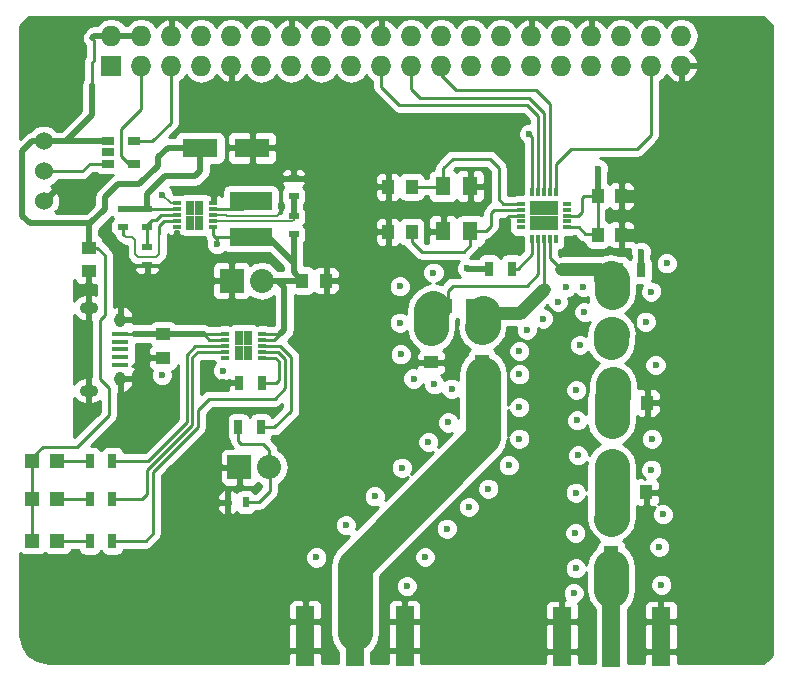
<source format=gtl>
G04 #@! TF.FileFunction,Copper,L1,Top,Signal*
%FSLAX46Y46*%
G04 Gerber Fmt 4.6, Leading zero omitted, Abs format (unit mm)*
G04 Created by KiCad (PCBNEW 4.0.4-stable) date 04/26/17 16:15:40*
%MOMM*%
%LPD*%
G01*
G04 APERTURE LIST*
%ADD10C,0.100000*%
%ADD11R,0.650000X0.300000*%
%ADD12R,0.775000X1.240000*%
%ADD13R,1.727200X1.727200*%
%ADD14O,1.727200X1.727200*%
%ADD15R,1.250000X1.000000*%
%ADD16R,1.000000X1.250000*%
%ADD17R,2.999740X1.600200*%
%ADD18R,1.198880X1.198880*%
%ADD19R,1.300000X0.700000*%
%ADD20R,0.700000X1.300000*%
%ADD21R,3.600000X1.500000*%
%ADD22R,1.350000X0.400000*%
%ADD23O,0.950000X1.250000*%
%ADD24O,1.550000X1.000000*%
%ADD25R,2.032000X2.032000*%
%ADD26O,2.032000X2.032000*%
%ADD27R,0.500000X0.900000*%
%ADD28R,0.900000X0.500000*%
%ADD29C,1.524000*%
%ADD30R,1.600000X2.500000*%
%ADD31R,1.500000X5.600000*%
%ADD32R,0.300000X0.730000*%
%ADD33R,0.730000X0.300000*%
%ADD34R,1.250000X1.250000*%
%ADD35R,1.060000X0.650000*%
%ADD36R,1.300000X1.600000*%
%ADD37C,0.600000*%
%ADD38C,0.250000*%
%ADD39C,0.500000*%
%ADD40C,1.100000*%
%ADD41C,0.200000*%
%ADD42C,2.970000*%
%ADD43C,0.254000*%
G04 APERTURE END LIST*
D10*
D11*
X88650000Y-109950000D03*
X88650000Y-110450000D03*
X88650000Y-110950000D03*
X88650000Y-111450000D03*
X88650000Y-111950000D03*
X91750000Y-111950000D03*
X91750000Y-111450000D03*
X91750000Y-110950000D03*
X91750000Y-110450000D03*
X91750000Y-109950000D03*
D12*
X90587500Y-111570000D03*
X90587500Y-110330000D03*
X89812500Y-111570000D03*
X89812500Y-110330000D03*
D13*
X83110000Y-98290000D03*
D14*
X83110000Y-95750000D03*
X85650000Y-98290000D03*
X85650000Y-95750000D03*
X88190000Y-98290000D03*
X88190000Y-95750000D03*
X90730000Y-98290000D03*
X90730000Y-95750000D03*
X93270000Y-98290000D03*
X93270000Y-95750000D03*
X95810000Y-98290000D03*
X95810000Y-95750000D03*
X98350000Y-98290000D03*
X98350000Y-95750000D03*
X100890000Y-98290000D03*
X100890000Y-95750000D03*
X103430000Y-98290000D03*
X103430000Y-95750000D03*
X105970000Y-98290000D03*
X105970000Y-95750000D03*
X108510000Y-98290000D03*
X108510000Y-95750000D03*
X111050000Y-98290000D03*
X111050000Y-95750000D03*
X113590000Y-98290000D03*
X113590000Y-95750000D03*
X116130000Y-98290000D03*
X116130000Y-95750000D03*
X118670000Y-98290000D03*
X118670000Y-95750000D03*
X121210000Y-98290000D03*
X121210000Y-95750000D03*
X123750000Y-98290000D03*
X123750000Y-95750000D03*
X126290000Y-98290000D03*
X126290000Y-95750000D03*
X128830000Y-98290000D03*
X128830000Y-95750000D03*
X131370000Y-98290000D03*
X131370000Y-95750000D03*
D15*
X87500000Y-121000000D03*
X87500000Y-123000000D03*
D16*
X99310000Y-116480000D03*
X101310000Y-116480000D03*
D15*
X125450000Y-137500000D03*
X125450000Y-139500000D03*
D16*
X126430000Y-134410000D03*
X128430000Y-134410000D03*
X126490000Y-126820000D03*
X128490000Y-126820000D03*
D15*
X114500000Y-121320000D03*
X114500000Y-123320000D03*
X110220000Y-123410000D03*
X110220000Y-121410000D03*
X81200000Y-113700000D03*
X81200000Y-115700000D03*
X125480000Y-118250000D03*
X125480000Y-120250000D03*
D17*
X90650360Y-105250000D03*
X95049640Y-105250000D03*
D16*
X126290000Y-109330000D03*
X124290000Y-109330000D03*
X126300000Y-112590000D03*
X124300000Y-112590000D03*
D18*
X76450980Y-135000000D03*
X78549020Y-135000000D03*
X76450980Y-131750000D03*
X78549020Y-131750000D03*
X76450980Y-138500000D03*
X78549020Y-138500000D03*
D19*
X125475000Y-129400000D03*
X125475000Y-131300000D03*
X125460000Y-122420000D03*
X125460000Y-124320000D03*
D20*
X113520000Y-118660000D03*
X111620000Y-118660000D03*
X127970000Y-115590000D03*
X126070000Y-115590000D03*
D21*
X94950000Y-109725000D03*
X94950000Y-112775000D03*
D22*
X83902540Y-120999100D03*
X83902540Y-121649100D03*
X83902540Y-122299100D03*
X83902540Y-122949100D03*
X83902540Y-123599100D03*
D23*
X83902540Y-119799100D03*
X83902540Y-124799100D03*
D24*
X81202540Y-118799100D03*
X81202540Y-125799100D03*
D25*
X93310000Y-116510000D03*
D26*
X95850000Y-116510000D03*
D20*
X81300000Y-135000000D03*
X83200000Y-135000000D03*
X81300000Y-131750000D03*
X83200000Y-131750000D03*
X95860000Y-125120000D03*
X93960000Y-125120000D03*
X81300000Y-138500000D03*
X83200000Y-138500000D03*
X93880000Y-128920000D03*
X95780000Y-128920000D03*
D27*
X94500000Y-135250000D03*
X93000000Y-135250000D03*
D28*
X86150000Y-110450000D03*
X86150000Y-111950000D03*
X86150000Y-113650000D03*
X86150000Y-115150000D03*
X84150000Y-111950000D03*
X84150000Y-110450000D03*
X98550000Y-112550000D03*
X98550000Y-111050000D03*
X98550000Y-109325000D03*
X98550000Y-107825000D03*
D29*
X77400000Y-107240000D03*
X77400000Y-104700000D03*
X77400000Y-109780000D03*
D11*
X92760000Y-121000000D03*
X92760000Y-121500000D03*
X92760000Y-122000000D03*
X92760000Y-122500000D03*
X92760000Y-123000000D03*
X95860000Y-123000000D03*
X95860000Y-122500000D03*
X95860000Y-122000000D03*
X95860000Y-121500000D03*
X95860000Y-121000000D03*
D12*
X94697500Y-122620000D03*
X94697500Y-121380000D03*
X93922500Y-122620000D03*
X93922500Y-121380000D03*
D30*
X107950000Y-145340000D03*
X107950000Y-147840000D03*
X99550000Y-145340000D03*
X99550000Y-147840000D03*
D31*
X103750000Y-146340000D03*
D30*
X129660000Y-145380000D03*
X129660000Y-147880000D03*
X121260000Y-145380000D03*
X121260000Y-147880000D03*
D31*
X125460000Y-146380000D03*
D32*
X118750000Y-112945000D03*
X119250000Y-112945000D03*
X119750000Y-112945000D03*
X120250000Y-112945000D03*
X120750000Y-112945000D03*
D33*
X121715000Y-111980000D03*
X121715000Y-111480000D03*
X121715000Y-110980000D03*
X121715000Y-110480000D03*
X121715000Y-109980000D03*
D32*
X120750000Y-109015000D03*
X120250000Y-109015000D03*
X119750000Y-109015000D03*
X119250000Y-109015000D03*
X118750000Y-109015000D03*
D33*
X117785000Y-109980000D03*
X117785000Y-110480000D03*
X117785000Y-110980000D03*
X117785000Y-111480000D03*
X117785000Y-111980000D03*
D34*
X120375000Y-110355000D03*
X119125000Y-110355000D03*
X120375000Y-111605000D03*
X119125000Y-111605000D03*
D35*
X82860000Y-104690000D03*
X82860000Y-105640000D03*
X82860000Y-106590000D03*
X85060000Y-106590000D03*
X85060000Y-104690000D03*
D25*
X93970000Y-132280000D03*
D26*
X96510000Y-132280000D03*
D16*
X106560000Y-112360000D03*
X108560000Y-112360000D03*
X106560000Y-108550000D03*
X108560000Y-108550000D03*
D20*
X115130000Y-115470000D03*
X117030000Y-115470000D03*
D36*
X111220000Y-108500000D03*
X111220000Y-112300000D03*
X113520000Y-112300000D03*
X113520000Y-108500000D03*
D37*
X92600000Y-124100000D03*
X87400000Y-124500000D03*
X110400000Y-115810000D03*
X107550000Y-116980000D03*
X107550000Y-120050000D03*
X107620000Y-122740000D03*
X108710000Y-124780000D03*
X110470000Y-125280000D03*
X111930000Y-125650000D03*
X111650000Y-128500000D03*
X109970000Y-130150000D03*
X107720000Y-132320000D03*
X105420000Y-134760000D03*
X102980000Y-137200000D03*
X100480000Y-139930000D03*
X130140000Y-115030000D03*
X128830000Y-117430000D03*
X128360000Y-119970000D03*
X129200000Y-123630000D03*
X128890000Y-129880000D03*
X128850000Y-132510000D03*
X129840000Y-136280000D03*
X129520000Y-139050000D03*
X129700000Y-142240000D03*
X122270000Y-142940000D03*
X122450000Y-140860000D03*
X122420000Y-137850000D03*
X122450000Y-134450000D03*
X122640000Y-131290000D03*
X122570000Y-128320000D03*
X122490000Y-125760000D03*
X122790000Y-121940000D03*
X123180000Y-119140000D03*
X123100000Y-117020000D03*
X121660000Y-117060000D03*
X120940000Y-118300000D03*
X119680000Y-119710000D03*
X118300000Y-120630000D03*
X117680000Y-122440000D03*
X117670000Y-124430000D03*
X117660000Y-127210000D03*
X117660000Y-129870000D03*
X116760000Y-132130000D03*
X115030000Y-134110000D03*
X113390000Y-135650000D03*
X111530000Y-137490000D03*
X109690000Y-139900000D03*
X108140000Y-142360000D03*
X128380000Y-112590000D03*
X129840000Y-126820000D03*
X129970000Y-134390000D03*
X116320000Y-111470000D03*
X109850000Y-110440000D03*
X115030000Y-107980000D03*
X105290000Y-108550000D03*
X104980000Y-112390000D03*
X102730000Y-116460000D03*
X128380000Y-109360000D03*
X95050000Y-103550000D03*
X95050000Y-107100000D03*
X97600000Y-105250000D03*
X98550000Y-106700000D03*
X97500000Y-110200000D03*
X92600000Y-125100000D03*
X91700000Y-135300000D03*
X93000000Y-136500000D03*
X87450000Y-109200000D03*
X92075000Y-113425000D03*
X127970000Y-114030000D03*
X124310000Y-107010000D03*
X113250000Y-115450000D03*
X118480000Y-104060000D03*
D38*
X107620000Y-122740000D02*
X107550000Y-122670000D01*
X109890000Y-130150000D02*
X109970000Y-130150000D01*
X122450000Y-134450000D02*
X122420000Y-134480000D01*
X122570000Y-128320000D02*
X122640000Y-128390000D01*
X123100000Y-117020000D02*
X123180000Y-117100000D01*
X117670000Y-124430000D02*
X117680000Y-124420000D01*
X113370000Y-135650000D02*
X113390000Y-135650000D01*
X76450980Y-131750000D02*
X76450980Y-131399020D01*
X76450980Y-131399020D02*
X77300000Y-130550000D01*
X81950000Y-113700000D02*
X81200000Y-113700000D01*
X82600000Y-114350000D02*
X81950000Y-113700000D01*
X82600000Y-119400000D02*
X82600000Y-114350000D01*
X82150000Y-119850000D02*
X82600000Y-119400000D01*
X82150000Y-124850000D02*
X82150000Y-119850000D01*
X82900000Y-125600000D02*
X82150000Y-124850000D01*
X82900000Y-127900000D02*
X82900000Y-125600000D01*
X80250000Y-130550000D02*
X82900000Y-127900000D01*
X77300000Y-130550000D02*
X80250000Y-130550000D01*
X76450980Y-131750000D02*
X76450980Y-135000000D01*
X76450980Y-138500000D02*
X76450980Y-135000000D01*
D39*
X81200000Y-113700000D02*
X81200000Y-111650000D01*
X81200000Y-111650000D02*
X81350000Y-111650000D01*
X82550000Y-110450000D02*
X82550000Y-109450000D01*
X76450000Y-104700000D02*
X75600000Y-105550000D01*
X75600000Y-105550000D02*
X75600000Y-111050000D01*
X75600000Y-111050000D02*
X76200000Y-111650000D01*
X76200000Y-111650000D02*
X81350000Y-111650000D01*
X81350000Y-111650000D02*
X82550000Y-110450000D01*
X77400000Y-104700000D02*
X76450000Y-104700000D01*
X87900000Y-105250000D02*
X90650360Y-105250000D01*
X87100000Y-106050000D02*
X87900000Y-105250000D01*
X87100000Y-106750000D02*
X87100000Y-106050000D01*
X85500000Y-108350000D02*
X87100000Y-106750000D01*
X83650000Y-108350000D02*
X85500000Y-108350000D01*
X82550000Y-109450000D02*
X83650000Y-108350000D01*
X86150000Y-110450000D02*
X86150000Y-109150000D01*
X86150000Y-109150000D02*
X87650000Y-107650000D01*
X87650000Y-107650000D02*
X90200000Y-107650000D01*
X90200000Y-107650000D02*
X90650360Y-107199640D01*
X90650360Y-107199640D02*
X90650360Y-105250000D01*
D38*
X81450000Y-99900000D02*
X81450000Y-98050000D01*
D39*
X79250000Y-104700000D02*
X81450000Y-102500000D01*
X81450000Y-102500000D02*
X81450000Y-99900000D01*
X77400000Y-104700000D02*
X79250000Y-104700000D01*
X81700000Y-95750000D02*
X81500000Y-95950000D01*
X81700000Y-95750000D02*
X83110000Y-95750000D01*
D38*
X81650000Y-96100000D02*
X81500000Y-95950000D01*
X81650000Y-97850000D02*
X81650000Y-96100000D01*
X81450000Y-98050000D02*
X81650000Y-97850000D01*
D39*
X84150000Y-110450000D02*
X86150000Y-110450000D01*
D38*
X86150000Y-110450000D02*
X88650000Y-110450000D01*
D39*
X87500000Y-121000000D02*
X90930000Y-121000000D01*
D38*
X92760000Y-121500000D02*
X91430000Y-121500000D01*
X91430000Y-121500000D02*
X90930000Y-121000000D01*
X92760000Y-121000000D02*
X90930000Y-121000000D01*
X90930000Y-121000000D02*
X90910000Y-120980000D01*
D39*
X85420000Y-120999100D02*
X85069100Y-120999100D01*
X85050000Y-120980000D02*
X85050000Y-120999100D01*
X85069100Y-120999100D02*
X85050000Y-120980000D01*
D38*
X83902540Y-120999100D02*
X85050000Y-120999100D01*
X85420000Y-120999100D02*
X85469100Y-120999100D01*
X85469100Y-120999100D02*
X85470000Y-121000000D01*
D39*
X87500000Y-121000000D02*
X85470000Y-121000000D01*
X85470000Y-121000000D02*
X85430000Y-121000000D01*
X79450000Y-104700000D02*
X82850000Y-104700000D01*
D38*
X82850000Y-104700000D02*
X82860000Y-104690000D01*
D39*
X83110000Y-95750000D02*
X85650000Y-95750000D01*
D38*
X79440000Y-104700000D02*
X79450000Y-104700000D01*
D39*
X79440000Y-104700000D02*
X77400000Y-104700000D01*
D40*
X128380000Y-112590000D02*
X126300000Y-112590000D01*
D38*
X128490000Y-126820000D02*
X129840000Y-126820000D01*
X128430000Y-134410000D02*
X129950000Y-134410000D01*
X129950000Y-134410000D02*
X129970000Y-134390000D01*
X117785000Y-110980000D02*
X116810000Y-110980000D01*
X116810000Y-110980000D02*
X116320000Y-111470000D01*
X111220000Y-112300000D02*
X111220000Y-111010000D01*
X110650000Y-110440000D02*
X109850000Y-110440000D01*
X111220000Y-111010000D02*
X110650000Y-110440000D01*
X113520000Y-108500000D02*
X114510000Y-108500000D01*
X114510000Y-108500000D02*
X115030000Y-107980000D01*
X106560000Y-108550000D02*
X105290000Y-108550000D01*
X106560000Y-112360000D02*
X105010000Y-112360000D01*
X105010000Y-112360000D02*
X104980000Y-112390000D01*
X101310000Y-116480000D02*
X102710000Y-116480000D01*
X102710000Y-116480000D02*
X102730000Y-116460000D01*
D40*
X128350000Y-109330000D02*
X128380000Y-109360000D01*
X126290000Y-109330000D02*
X128350000Y-109330000D01*
D38*
X95049640Y-105250000D02*
X95049640Y-103550360D01*
X95049640Y-103550360D02*
X95050000Y-103550000D01*
X95049640Y-105250000D02*
X95049640Y-107099640D01*
X95049640Y-107099640D02*
X95050000Y-107100000D01*
X95049640Y-105250000D02*
X97600000Y-105250000D01*
X98550000Y-107825000D02*
X98550000Y-106700000D01*
D41*
X92800000Y-110950000D02*
X92900000Y-111050000D01*
X92900000Y-111050000D02*
X97125000Y-111050000D01*
X97125000Y-111050000D02*
X97500000Y-110675000D01*
X97500000Y-110200000D02*
X97500000Y-110675000D01*
X92800000Y-110950000D02*
X91750000Y-110950000D01*
D38*
X93960000Y-125120000D02*
X92620000Y-125120000D01*
X92620000Y-125120000D02*
X92600000Y-125100000D01*
X93000000Y-135250000D02*
X91750000Y-135250000D01*
X91750000Y-135250000D02*
X91700000Y-135300000D01*
X93000000Y-135250000D02*
X93000000Y-136500000D01*
D41*
X91750000Y-109950000D02*
X91750000Y-109000000D01*
X91750000Y-109000000D02*
X92275000Y-108475000D01*
D38*
X92075000Y-113425000D02*
X92075000Y-112975000D01*
D41*
X88200000Y-109950000D02*
X87450000Y-109200000D01*
X88650000Y-109950000D02*
X88200000Y-109950000D01*
D38*
X92075000Y-112975000D02*
X91875000Y-112775000D01*
X91750000Y-111950000D02*
X91750000Y-112650000D01*
X91875000Y-112775000D02*
X94950000Y-112775000D01*
X91750000Y-112650000D02*
X91875000Y-112775000D01*
D39*
X94950000Y-112775000D02*
X96350000Y-112775000D01*
X96350000Y-112775000D02*
X98550000Y-114975000D01*
X98550000Y-112550000D02*
X98550000Y-114975000D01*
X98550000Y-114975000D02*
X98550000Y-115720000D01*
X98550000Y-115720000D02*
X99310000Y-116480000D01*
X99310000Y-116480000D02*
X95880000Y-116480000D01*
X95880000Y-116480000D02*
X95850000Y-116510000D01*
D38*
X95900000Y-116460000D02*
X95850000Y-116510000D01*
D39*
X97760000Y-120640000D02*
X97400000Y-121000000D01*
X97760000Y-120640000D02*
X97760000Y-117060000D01*
X97210000Y-116510000D02*
X95850000Y-116510000D01*
X97760000Y-117060000D02*
X97210000Y-116510000D01*
D38*
X95860000Y-121500000D02*
X96900000Y-121500000D01*
X96900000Y-121500000D02*
X97400000Y-121000000D01*
X95860000Y-121000000D02*
X97400000Y-121000000D01*
D42*
X125475000Y-133905000D02*
X125475000Y-136615000D01*
X125475000Y-136615000D02*
X125450000Y-136640000D01*
X125475000Y-132150000D02*
X125475000Y-133905000D01*
D39*
X125990000Y-134390000D02*
X125990000Y-134420000D01*
X125990000Y-134420000D02*
X125460000Y-134950000D01*
X125990000Y-134390000D02*
X125960000Y-134390000D01*
X125960000Y-134390000D02*
X125470000Y-133900000D01*
X125475000Y-131300000D02*
X125475000Y-132150000D01*
X125475000Y-132150000D02*
X125475000Y-132155000D01*
X125475000Y-132155000D02*
X125460000Y-132170000D01*
X125450000Y-137500000D02*
X125450000Y-136640000D01*
X125450000Y-136640000D02*
X125460000Y-136630000D01*
D42*
X125450000Y-140730000D02*
X125450000Y-142700000D01*
D39*
X125460000Y-142710000D02*
X125460000Y-146380000D01*
D42*
X125450000Y-142700000D02*
X125460000Y-142710000D01*
D39*
X125450000Y-139500000D02*
X125450000Y-140730000D01*
X125450000Y-140730000D02*
X125460000Y-140740000D01*
D42*
X125475000Y-128415000D02*
X125475000Y-126395000D01*
X125475000Y-126395000D02*
X125590000Y-126280000D01*
X125590000Y-125280000D02*
X125590000Y-126280000D01*
D39*
X125460000Y-124320000D02*
X125460000Y-125150000D01*
X125460000Y-125150000D02*
X125590000Y-125280000D01*
X125500000Y-126370000D02*
X125950000Y-126820000D01*
D42*
X125590000Y-126280000D02*
X125500000Y-126370000D01*
D39*
X125475000Y-129400000D02*
X125475000Y-128415000D01*
X125475000Y-128415000D02*
X125470000Y-128410000D01*
X125950000Y-126820000D02*
X125950000Y-126940000D01*
X125950000Y-126940000D02*
X125510000Y-127380000D01*
X126490000Y-126820000D02*
X125950000Y-126820000D01*
D40*
X114560000Y-119240000D02*
X117730000Y-119240000D01*
X118170000Y-118800000D02*
X119750000Y-117220000D01*
D38*
X119750000Y-117220000D02*
X119750000Y-112945000D01*
D40*
X117730000Y-119240000D02*
X118170000Y-118800000D01*
D42*
X114560000Y-119240000D02*
X114560000Y-120360000D01*
D39*
X113980000Y-118660000D02*
X114560000Y-119240000D01*
X113520000Y-118660000D02*
X113980000Y-118660000D01*
X114500000Y-120420000D02*
X114500000Y-121320000D01*
D42*
X114560000Y-120360000D02*
X114500000Y-120420000D01*
X114610000Y-124360000D02*
X114610000Y-126200000D01*
X103750000Y-140610000D02*
X114610000Y-129750000D01*
X114610000Y-129750000D02*
X114610000Y-126200000D01*
X103750000Y-140610000D02*
X103750000Y-146340000D01*
D38*
X118300000Y-116920000D02*
X112030000Y-116920000D01*
X118300000Y-116920000D02*
X119250000Y-115970000D01*
X119250000Y-112945000D02*
X119250000Y-115970000D01*
X111620000Y-117330000D02*
X111620000Y-118660000D01*
X112030000Y-116920000D02*
X111620000Y-117330000D01*
D42*
X110220000Y-120540000D02*
X110220000Y-118950000D01*
X110220000Y-118950000D02*
X110380000Y-118790000D01*
D39*
X110220000Y-121410000D02*
X110220000Y-120540000D01*
X110220000Y-120540000D02*
X110280000Y-120480000D01*
X111620000Y-118660000D02*
X111140000Y-118660000D01*
X111140000Y-118660000D02*
X110600000Y-119200000D01*
X110220000Y-121410000D02*
X110220000Y-121280000D01*
D42*
X125480000Y-117460000D02*
X125480000Y-116350000D01*
D39*
X125400000Y-116270000D02*
X126070000Y-115600000D01*
D42*
X125480000Y-116350000D02*
X125400000Y-116270000D01*
D39*
X126070000Y-115590000D02*
X126070000Y-115600000D01*
X126070000Y-115590000D02*
X124640000Y-115590000D01*
D38*
X120250000Y-114600000D02*
X121190000Y-115540000D01*
X124490000Y-115540000D02*
X124590000Y-115540000D01*
D40*
X121190000Y-115540000D02*
X124490000Y-115540000D01*
D38*
X120250000Y-114600000D02*
X120250000Y-112945000D01*
D39*
X124640000Y-115590000D02*
X124590000Y-115540000D01*
X125480000Y-118250000D02*
X125480000Y-117460000D01*
X125480000Y-117460000D02*
X125470000Y-117450000D01*
D42*
X125460000Y-121720000D02*
X125460000Y-121000000D01*
X125460000Y-121000000D02*
X125480000Y-120980000D01*
D39*
X125460000Y-122420000D02*
X125460000Y-121720000D01*
X125460000Y-121720000D02*
X125470000Y-121710000D01*
X125480000Y-120250000D02*
X125480000Y-120980000D01*
X125480000Y-120980000D02*
X125460000Y-121000000D01*
X127970000Y-114030000D02*
X127970000Y-115590000D01*
X124310000Y-109310000D02*
X124310000Y-107010000D01*
X124310000Y-109310000D02*
X124290000Y-109330000D01*
X113250000Y-115450000D02*
X113270000Y-115470000D01*
X113270000Y-115470000D02*
X115130000Y-115470000D01*
D38*
X124290000Y-109330000D02*
X124290000Y-112390000D01*
X124290000Y-112390000D02*
X124120000Y-112560000D01*
X121715000Y-110980000D02*
X122660000Y-110980000D01*
X123130000Y-109330000D02*
X124290000Y-109330000D01*
X122990000Y-109470000D02*
X123130000Y-109330000D01*
X122990000Y-110650000D02*
X122990000Y-109470000D01*
X122660000Y-110980000D02*
X122990000Y-110650000D01*
X124120000Y-112560000D02*
X123260000Y-112560000D01*
X122680000Y-111980000D02*
X121715000Y-111980000D01*
X123260000Y-112560000D02*
X122680000Y-111980000D01*
X78549020Y-135000000D02*
X81300000Y-135000000D01*
X78549020Y-131750000D02*
X81300000Y-131750000D01*
X78549020Y-138500000D02*
X81300000Y-138500000D01*
X91750000Y-110450000D02*
X94225000Y-110450000D01*
X94225000Y-110450000D02*
X94950000Y-109725000D01*
X95860000Y-123000000D02*
X97000000Y-123000000D01*
X97060000Y-125120000D02*
X95860000Y-125120000D01*
X97310000Y-124870000D02*
X97060000Y-125120000D01*
X97310000Y-123310000D02*
X97310000Y-124870000D01*
X97000000Y-123000000D02*
X97310000Y-123310000D01*
X95860000Y-122500000D02*
X97220000Y-122500000D01*
X86030000Y-138500000D02*
X83200000Y-138500000D01*
X86640000Y-137890000D02*
X86030000Y-138500000D01*
X86640000Y-132710000D02*
X86640000Y-137890000D01*
X90450000Y-128900000D02*
X86640000Y-132710000D01*
X90450000Y-127440000D02*
X90450000Y-128900000D01*
X91410000Y-126480000D02*
X90450000Y-127440000D01*
X96950000Y-126480000D02*
X91410000Y-126480000D01*
X97870000Y-125560000D02*
X96950000Y-126480000D01*
X97870000Y-123150000D02*
X97870000Y-125560000D01*
X97220000Y-122500000D02*
X97870000Y-123150000D01*
X95860000Y-122000000D02*
X97400000Y-122000000D01*
X96940000Y-128920000D02*
X95780000Y-128920000D01*
X98360000Y-127500000D02*
X96940000Y-128920000D01*
X98360000Y-122960000D02*
X98360000Y-127500000D01*
X97400000Y-122000000D02*
X98360000Y-122960000D01*
X86150000Y-111950000D02*
X86150000Y-113650000D01*
X86150000Y-111950000D02*
X86150000Y-111750000D01*
X86150000Y-111750000D02*
X86550000Y-111350000D01*
X86550000Y-111350000D02*
X86950000Y-111350000D01*
X86950000Y-111350000D02*
X87350000Y-110950000D01*
X87350000Y-110950000D02*
X88650000Y-110950000D01*
D41*
X87150000Y-112500000D02*
X87150000Y-114200000D01*
D38*
X84150000Y-112600000D02*
X84150000Y-111950000D01*
D41*
X84350000Y-112800000D02*
X84150000Y-112600000D01*
X84900000Y-112800000D02*
X84350000Y-112800000D01*
X85150000Y-113050000D02*
X84900000Y-112800000D01*
X85150000Y-114250000D02*
X85150000Y-113050000D01*
X85350000Y-114450000D02*
X85150000Y-114250000D01*
X86900000Y-114450000D02*
X85350000Y-114450000D01*
X87150000Y-114200000D02*
X86900000Y-114450000D01*
D38*
X88650000Y-111450000D02*
X87550000Y-111450000D01*
X87550000Y-111450000D02*
X87150000Y-111850000D01*
X87150000Y-111850000D02*
X87150000Y-112500000D01*
X87150000Y-112500000D02*
X87150000Y-112550000D01*
D41*
X91750000Y-111450000D02*
X92500000Y-111450000D01*
X98550000Y-111350000D02*
X98550000Y-111050000D01*
X98425000Y-111475000D02*
X98550000Y-111350000D01*
X92525000Y-111475000D02*
X98425000Y-111475000D01*
X92500000Y-111450000D02*
X92525000Y-111475000D01*
D39*
X98550000Y-109325000D02*
X98550000Y-111050000D01*
D38*
X77400000Y-107240000D02*
X80640000Y-107240000D01*
X81290000Y-106590000D02*
X82860000Y-106590000D01*
X80640000Y-107240000D02*
X81290000Y-106590000D01*
X120750000Y-109015000D02*
X120750000Y-106610000D01*
X128830000Y-104160000D02*
X128830000Y-98290000D01*
X127670000Y-105320000D02*
X128830000Y-104160000D01*
X122040000Y-105320000D02*
X127670000Y-105320000D01*
X120750000Y-106610000D02*
X122040000Y-105320000D01*
X111050000Y-98290000D02*
X111050000Y-99080000D01*
X111050000Y-99080000D02*
X112310000Y-100340000D01*
X112310000Y-100340000D02*
X119040000Y-100340000D01*
X119040000Y-100340000D02*
X120250000Y-101550000D01*
X120250000Y-101550000D02*
X120250000Y-109015000D01*
X119750000Y-109015000D02*
X119750000Y-102260000D01*
X108510000Y-100240000D02*
X108510000Y-98290000D01*
X109270000Y-101000000D02*
X108510000Y-100240000D01*
X118490000Y-101000000D02*
X109270000Y-101000000D01*
X119750000Y-102260000D02*
X118490000Y-101000000D01*
X105970000Y-98290000D02*
X105970000Y-100090000D01*
X119250000Y-102570000D02*
X119250000Y-109015000D01*
X118300000Y-101620000D02*
X119250000Y-102570000D01*
X107500000Y-101620000D02*
X118300000Y-101620000D01*
X105970000Y-100090000D02*
X107500000Y-101620000D01*
X106450000Y-98770000D02*
X105970000Y-98290000D01*
D41*
X106450000Y-98770000D02*
X105970000Y-98290000D01*
D38*
X118750000Y-104330000D02*
X118750000Y-104530000D01*
X118750000Y-109015000D02*
X118750000Y-104530000D01*
X118480000Y-104060000D02*
X118750000Y-104330000D01*
X85060000Y-106590000D02*
X84650000Y-106590000D01*
X84650000Y-106590000D02*
X83960000Y-105900000D01*
X83960000Y-105900000D02*
X83960000Y-103680000D01*
X83960000Y-103680000D02*
X85650000Y-101990000D01*
X85650000Y-101990000D02*
X85650000Y-98290000D01*
X85060000Y-104690000D02*
X86610000Y-104690000D01*
X88190000Y-103110000D02*
X88190000Y-98290000D01*
X86610000Y-104690000D02*
X88190000Y-103110000D01*
X92760000Y-122500000D02*
X90430000Y-122500000D01*
X85740000Y-135000000D02*
X83200000Y-135000000D01*
X86150000Y-134590000D02*
X85740000Y-135000000D01*
X86150000Y-132520000D02*
X86150000Y-134590000D01*
X89980000Y-128690000D02*
X86150000Y-132520000D01*
X89980000Y-122950000D02*
X89980000Y-128690000D01*
X90430000Y-122500000D02*
X89980000Y-122950000D01*
X83200000Y-131750000D02*
X86250000Y-131750000D01*
X90250000Y-122000000D02*
X92760000Y-122000000D01*
X89500000Y-122750000D02*
X90250000Y-122000000D01*
X89500000Y-128500000D02*
X89500000Y-122750000D01*
X86250000Y-131750000D02*
X89500000Y-128500000D01*
X94500000Y-135250000D02*
X95600000Y-135250000D01*
X95600000Y-135250000D02*
X96530000Y-134320000D01*
X96530000Y-134320000D02*
X96530000Y-132300000D01*
X96530000Y-132300000D02*
X96510000Y-132280000D01*
X96510000Y-132280000D02*
X96510000Y-130870000D01*
X93880000Y-130030000D02*
X93880000Y-128920000D01*
X94140000Y-130290000D02*
X93880000Y-130030000D01*
X95930000Y-130290000D02*
X94140000Y-130290000D01*
X96510000Y-130870000D02*
X95930000Y-130290000D01*
X108560000Y-112360000D02*
X108560000Y-113180000D01*
X113520000Y-113470000D02*
X113520000Y-112300000D01*
X112960000Y-114030000D02*
X113520000Y-113470000D01*
X109410000Y-114030000D02*
X112960000Y-114030000D01*
X108560000Y-113180000D02*
X109410000Y-114030000D01*
X113520000Y-112300000D02*
X114840000Y-112300000D01*
X115560000Y-110480000D02*
X117785000Y-110480000D01*
X115280000Y-110760000D02*
X115560000Y-110480000D01*
X115280000Y-111860000D02*
X115280000Y-110760000D01*
X114840000Y-112300000D02*
X115280000Y-111860000D01*
X108560000Y-108550000D02*
X111170000Y-108550000D01*
X111170000Y-108550000D02*
X111220000Y-108500000D01*
X111220000Y-108500000D02*
X111220000Y-106970000D01*
X116320000Y-109980000D02*
X117785000Y-109980000D01*
X115910000Y-109570000D02*
X116320000Y-109980000D01*
X115910000Y-106930000D02*
X115910000Y-109570000D01*
X115150000Y-106170000D02*
X115910000Y-106930000D01*
X112020000Y-106170000D02*
X115150000Y-106170000D01*
X111220000Y-106970000D02*
X112020000Y-106170000D01*
X117030000Y-115470000D02*
X117540000Y-115470000D01*
X118750000Y-114260000D02*
X118750000Y-112945000D01*
X117540000Y-115470000D02*
X118750000Y-114260000D01*
D43*
G36*
X93397000Y-98163000D02*
X93417000Y-98163000D01*
X93417000Y-98417000D01*
X93397000Y-98417000D01*
X93397000Y-99623817D01*
X93629026Y-99744958D01*
X94044947Y-99572688D01*
X94476821Y-99178490D01*
X94534336Y-99055772D01*
X94750330Y-99379029D01*
X95236511Y-99703885D01*
X95810000Y-99817959D01*
X96383489Y-99703885D01*
X96869670Y-99379029D01*
X97080000Y-99064248D01*
X97290330Y-99379029D01*
X97776511Y-99703885D01*
X98350000Y-99817959D01*
X98923489Y-99703885D01*
X99409670Y-99379029D01*
X99620000Y-99064248D01*
X99830330Y-99379029D01*
X100316511Y-99703885D01*
X100890000Y-99817959D01*
X101463489Y-99703885D01*
X101949670Y-99379029D01*
X102160000Y-99064248D01*
X102370330Y-99379029D01*
X102856511Y-99703885D01*
X103430000Y-99817959D01*
X104003489Y-99703885D01*
X104489670Y-99379029D01*
X104700000Y-99064248D01*
X104910330Y-99379029D01*
X105210000Y-99579262D01*
X105210000Y-100090000D01*
X105267852Y-100380839D01*
X105432599Y-100627401D01*
X106962599Y-102157401D01*
X107209161Y-102322148D01*
X107500000Y-102380000D01*
X117985198Y-102380000D01*
X118490000Y-102884802D01*
X118490000Y-103125008D01*
X118294833Y-103124838D01*
X117951057Y-103266883D01*
X117687808Y-103529673D01*
X117545162Y-103873201D01*
X117544838Y-104245167D01*
X117686883Y-104588943D01*
X117949673Y-104852192D01*
X117990000Y-104868937D01*
X117990000Y-108465116D01*
X117952560Y-108650000D01*
X117952560Y-109182560D01*
X117420000Y-109182560D01*
X117221024Y-109220000D01*
X116670000Y-109220000D01*
X116670000Y-106930000D01*
X116637179Y-106765000D01*
X116612148Y-106639160D01*
X116447401Y-106392599D01*
X115687401Y-105632599D01*
X115440839Y-105467852D01*
X115150000Y-105410000D01*
X112020000Y-105410000D01*
X111729161Y-105467852D01*
X111482599Y-105632599D01*
X110682599Y-106432599D01*
X110517852Y-106679161D01*
X110460000Y-106970000D01*
X110460000Y-107073258D01*
X110334683Y-107096838D01*
X110118559Y-107235910D01*
X109973569Y-107448110D01*
X109922560Y-107700000D01*
X109922560Y-107790000D01*
X109682038Y-107790000D01*
X109663162Y-107689683D01*
X109524090Y-107473559D01*
X109311890Y-107328569D01*
X109060000Y-107277560D01*
X108060000Y-107277560D01*
X107824683Y-107321838D01*
X107608559Y-107460910D01*
X107562031Y-107529006D01*
X107419698Y-107386673D01*
X107186309Y-107290000D01*
X106845750Y-107290000D01*
X106687000Y-107448750D01*
X106687000Y-108423000D01*
X106707000Y-108423000D01*
X106707000Y-108677000D01*
X106687000Y-108677000D01*
X106687000Y-109651250D01*
X106845750Y-109810000D01*
X107186309Y-109810000D01*
X107419698Y-109713327D01*
X107560936Y-109572090D01*
X107595910Y-109626441D01*
X107808110Y-109771431D01*
X108060000Y-109822440D01*
X109060000Y-109822440D01*
X109295317Y-109778162D01*
X109511441Y-109639090D01*
X109656431Y-109426890D01*
X109680102Y-109310000D01*
X109924442Y-109310000D01*
X109966838Y-109535317D01*
X110105910Y-109751441D01*
X110318110Y-109896431D01*
X110570000Y-109947440D01*
X111870000Y-109947440D01*
X112105317Y-109903162D01*
X112321441Y-109764090D01*
X112367969Y-109695994D01*
X112510301Y-109838327D01*
X112743690Y-109935000D01*
X113234250Y-109935000D01*
X113393000Y-109776250D01*
X113393000Y-108627000D01*
X113647000Y-108627000D01*
X113647000Y-109776250D01*
X113805750Y-109935000D01*
X114296310Y-109935000D01*
X114529699Y-109838327D01*
X114708327Y-109659698D01*
X114805000Y-109426309D01*
X114805000Y-108785750D01*
X114646250Y-108627000D01*
X113647000Y-108627000D01*
X113393000Y-108627000D01*
X113373000Y-108627000D01*
X113373000Y-108373000D01*
X113393000Y-108373000D01*
X113393000Y-107223750D01*
X113647000Y-107223750D01*
X113647000Y-108373000D01*
X114646250Y-108373000D01*
X114805000Y-108214250D01*
X114805000Y-107573691D01*
X114708327Y-107340302D01*
X114529699Y-107161673D01*
X114296310Y-107065000D01*
X113805750Y-107065000D01*
X113647000Y-107223750D01*
X113393000Y-107223750D01*
X113234250Y-107065000D01*
X112743690Y-107065000D01*
X112510301Y-107161673D01*
X112369064Y-107302911D01*
X112334090Y-107248559D01*
X112145263Y-107119539D01*
X112334802Y-106930000D01*
X114835198Y-106930000D01*
X115150000Y-107244802D01*
X115150000Y-109570000D01*
X115200474Y-109823747D01*
X115022599Y-109942599D01*
X114742599Y-110222599D01*
X114577852Y-110469161D01*
X114520000Y-110760000D01*
X114520000Y-110970605D01*
X114421890Y-110903569D01*
X114170000Y-110852560D01*
X112870000Y-110852560D01*
X112634683Y-110896838D01*
X112418559Y-111035910D01*
X112372031Y-111104006D01*
X112229699Y-110961673D01*
X111996310Y-110865000D01*
X111505750Y-110865000D01*
X111347000Y-111023750D01*
X111347000Y-112173000D01*
X111367000Y-112173000D01*
X111367000Y-112427000D01*
X111347000Y-112427000D01*
X111347000Y-112447000D01*
X111093000Y-112447000D01*
X111093000Y-112427000D01*
X110093750Y-112427000D01*
X109935000Y-112585750D01*
X109935000Y-113226309D01*
X109953097Y-113270000D01*
X109724802Y-113270000D01*
X109662369Y-113207567D01*
X109707440Y-112985000D01*
X109707440Y-111735000D01*
X109663162Y-111499683D01*
X109582089Y-111373691D01*
X109935000Y-111373691D01*
X109935000Y-112014250D01*
X110093750Y-112173000D01*
X111093000Y-112173000D01*
X111093000Y-111023750D01*
X110934250Y-110865000D01*
X110443690Y-110865000D01*
X110210301Y-110961673D01*
X110031673Y-111140302D01*
X109935000Y-111373691D01*
X109582089Y-111373691D01*
X109524090Y-111283559D01*
X109311890Y-111138569D01*
X109060000Y-111087560D01*
X108060000Y-111087560D01*
X107824683Y-111131838D01*
X107608559Y-111270910D01*
X107562031Y-111339006D01*
X107419698Y-111196673D01*
X107186309Y-111100000D01*
X106845750Y-111100000D01*
X106687000Y-111258750D01*
X106687000Y-112233000D01*
X106707000Y-112233000D01*
X106707000Y-112487000D01*
X106687000Y-112487000D01*
X106687000Y-113461250D01*
X106845750Y-113620000D01*
X107186309Y-113620000D01*
X107419698Y-113523327D01*
X107560936Y-113382090D01*
X107595910Y-113436441D01*
X107808110Y-113581431D01*
X107951094Y-113610386D01*
X108022599Y-113717401D01*
X108872599Y-114567401D01*
X109119161Y-114732148D01*
X109410000Y-114790000D01*
X112587707Y-114790000D01*
X112457808Y-114919673D01*
X112315162Y-115263201D01*
X112314838Y-115635167D01*
X112456883Y-115978943D01*
X112637624Y-116160000D01*
X112030000Y-116160000D01*
X111739161Y-116217852D01*
X111492599Y-116382599D01*
X111082599Y-116792599D01*
X111072480Y-116807743D01*
X110641287Y-116721974D01*
X110928943Y-116603117D01*
X111192192Y-116340327D01*
X111334838Y-115996799D01*
X111335162Y-115624833D01*
X111193117Y-115281057D01*
X110930327Y-115017808D01*
X110586799Y-114875162D01*
X110214833Y-114874838D01*
X109871057Y-115016883D01*
X109607808Y-115279673D01*
X109465162Y-115623201D01*
X109464838Y-115995167D01*
X109606883Y-116338943D01*
X109869673Y-116602192D01*
X110145369Y-116716672D01*
X109568711Y-116831375D01*
X108880934Y-117290934D01*
X108720934Y-117450934D01*
X108261375Y-118138711D01*
X108100000Y-118950000D01*
X108100000Y-119277515D01*
X108080327Y-119257808D01*
X107736799Y-119115162D01*
X107364833Y-119114838D01*
X107021057Y-119256883D01*
X106757808Y-119519673D01*
X106615162Y-119863201D01*
X106614838Y-120235167D01*
X106756883Y-120578943D01*
X107019673Y-120842192D01*
X107363201Y-120984838D01*
X107735167Y-120985162D01*
X108078943Y-120843117D01*
X108146816Y-120775362D01*
X108261375Y-121351289D01*
X108720934Y-122039066D01*
X109076232Y-122276469D01*
X109130910Y-122361441D01*
X109199006Y-122407969D01*
X109056673Y-122550302D01*
X108960000Y-122783691D01*
X108960000Y-123124250D01*
X109118750Y-123283000D01*
X110093000Y-123283000D01*
X110093000Y-123263000D01*
X110347000Y-123263000D01*
X110347000Y-123283000D01*
X111321250Y-123283000D01*
X111480000Y-123124250D01*
X111480000Y-122783691D01*
X111383327Y-122550302D01*
X111242090Y-122409064D01*
X111296441Y-122374090D01*
X111362617Y-122277238D01*
X111719066Y-122039066D01*
X112178625Y-121351289D01*
X112340000Y-120540000D01*
X112340000Y-119826496D01*
X112421441Y-119774090D01*
X112440000Y-119746928D01*
X112440000Y-120118362D01*
X112380001Y-120420000D01*
X112541375Y-121231289D01*
X113000934Y-121919066D01*
X113322367Y-122133841D01*
X113410910Y-122271441D01*
X113480711Y-122319134D01*
X113423559Y-122355910D01*
X113278569Y-122568110D01*
X113236224Y-122777218D01*
X113110934Y-122860934D01*
X112651375Y-123548711D01*
X112490000Y-124360000D01*
X112490000Y-124887533D01*
X112460327Y-124857808D01*
X112116799Y-124715162D01*
X111744833Y-124714838D01*
X111401057Y-124856883D01*
X111334356Y-124923468D01*
X111263117Y-124751057D01*
X111032230Y-124519766D01*
X111204699Y-124448327D01*
X111383327Y-124269698D01*
X111480000Y-124036309D01*
X111480000Y-123695750D01*
X111321250Y-123537000D01*
X110347000Y-123537000D01*
X110347000Y-123557000D01*
X110093000Y-123557000D01*
X110093000Y-123537000D01*
X109118750Y-123537000D01*
X108960000Y-123695750D01*
X108960000Y-123871405D01*
X108896799Y-123845162D01*
X108524833Y-123844838D01*
X108181057Y-123986883D01*
X107917808Y-124249673D01*
X107775162Y-124593201D01*
X107774838Y-124965167D01*
X107916883Y-125308943D01*
X108179673Y-125572192D01*
X108523201Y-125714838D01*
X108895167Y-125715162D01*
X109238943Y-125573117D01*
X109502192Y-125310327D01*
X109535042Y-125231216D01*
X109534838Y-125465167D01*
X109676883Y-125808943D01*
X109939673Y-126072192D01*
X110283201Y-126214838D01*
X110655167Y-126215162D01*
X110998943Y-126073117D01*
X111065644Y-126006532D01*
X111136883Y-126178943D01*
X111399673Y-126442192D01*
X111743201Y-126584838D01*
X112115167Y-126585162D01*
X112458943Y-126443117D01*
X112490000Y-126412114D01*
X112490000Y-128084523D01*
X112443117Y-127971057D01*
X112180327Y-127707808D01*
X111836799Y-127565162D01*
X111464833Y-127564838D01*
X111121057Y-127706883D01*
X110857808Y-127969673D01*
X110715162Y-128313201D01*
X110714838Y-128685167D01*
X110856883Y-129028943D01*
X111119673Y-129292192D01*
X111463201Y-129434838D01*
X111835167Y-129435162D01*
X111991160Y-129370707D01*
X110819463Y-130542404D01*
X110904838Y-130336799D01*
X110905162Y-129964833D01*
X110763117Y-129621057D01*
X110500327Y-129357808D01*
X110156799Y-129215162D01*
X109784833Y-129214838D01*
X109441057Y-129356883D01*
X109177808Y-129619673D01*
X109035162Y-129963201D01*
X109034838Y-130335167D01*
X109176883Y-130678943D01*
X109439673Y-130942192D01*
X109783201Y-131084838D01*
X110155167Y-131085162D01*
X110362284Y-130999583D01*
X108512655Y-132849213D01*
X108654838Y-132506799D01*
X108655162Y-132134833D01*
X108513117Y-131791057D01*
X108250327Y-131527808D01*
X107906799Y-131385162D01*
X107534833Y-131384838D01*
X107191057Y-131526883D01*
X106927808Y-131789673D01*
X106785162Y-132133201D01*
X106784838Y-132505167D01*
X106926883Y-132848943D01*
X107189673Y-133112192D01*
X107533201Y-133254838D01*
X107905167Y-133255162D01*
X108248615Y-133113253D01*
X106312068Y-135049799D01*
X106354838Y-134946799D01*
X106355162Y-134574833D01*
X106213117Y-134231057D01*
X105950327Y-133967808D01*
X105606799Y-133825162D01*
X105234833Y-133824838D01*
X104891057Y-133966883D01*
X104627808Y-134229673D01*
X104485162Y-134573201D01*
X104484838Y-134945167D01*
X104626883Y-135288943D01*
X104889673Y-135552192D01*
X105233201Y-135694838D01*
X105605167Y-135695162D01*
X105710037Y-135651831D01*
X103872068Y-137489800D01*
X103914838Y-137386799D01*
X103915162Y-137014833D01*
X103773117Y-136671057D01*
X103510327Y-136407808D01*
X103166799Y-136265162D01*
X102794833Y-136264838D01*
X102451057Y-136406883D01*
X102187808Y-136669673D01*
X102045162Y-137013201D01*
X102044838Y-137385167D01*
X102186883Y-137728943D01*
X102449673Y-137992192D01*
X102793201Y-138134838D01*
X103165167Y-138135162D01*
X103270037Y-138091831D01*
X102250934Y-139110934D01*
X101791375Y-139798711D01*
X101630000Y-140610000D01*
X101630000Y-146340000D01*
X101791375Y-147151289D01*
X102250934Y-147839066D01*
X102352560Y-147906970D01*
X102352560Y-148835000D01*
X100985000Y-148835000D01*
X100985000Y-148125750D01*
X100826250Y-147967000D01*
X99677000Y-147967000D01*
X99677000Y-147987000D01*
X99423000Y-147987000D01*
X99423000Y-147967000D01*
X98273750Y-147967000D01*
X98115000Y-148125750D01*
X98115000Y-148835000D01*
X77807467Y-148835000D01*
X76859225Y-148646383D01*
X76112537Y-148147463D01*
X75613617Y-147400777D01*
X75425000Y-146452533D01*
X75425000Y-145625750D01*
X98115000Y-145625750D01*
X98115000Y-147554250D01*
X98273750Y-147713000D01*
X99423000Y-147713000D01*
X99423000Y-145467000D01*
X99677000Y-145467000D01*
X99677000Y-147713000D01*
X100826250Y-147713000D01*
X100985000Y-147554250D01*
X100985000Y-145625750D01*
X100826250Y-145467000D01*
X99677000Y-145467000D01*
X99423000Y-145467000D01*
X98273750Y-145467000D01*
X98115000Y-145625750D01*
X75425000Y-145625750D01*
X75425000Y-143963690D01*
X98115000Y-143963690D01*
X98115000Y-145054250D01*
X98273750Y-145213000D01*
X99423000Y-145213000D01*
X99423000Y-143613750D01*
X99677000Y-143613750D01*
X99677000Y-145213000D01*
X100826250Y-145213000D01*
X100985000Y-145054250D01*
X100985000Y-143963690D01*
X100888327Y-143730301D01*
X100709698Y-143551673D01*
X100476309Y-143455000D01*
X99835750Y-143455000D01*
X99677000Y-143613750D01*
X99423000Y-143613750D01*
X99264250Y-143455000D01*
X98623691Y-143455000D01*
X98390302Y-143551673D01*
X98211673Y-143730301D01*
X98115000Y-143963690D01*
X75425000Y-143963690D01*
X75425000Y-140115167D01*
X99544838Y-140115167D01*
X99686883Y-140458943D01*
X99949673Y-140722192D01*
X100293201Y-140864838D01*
X100665167Y-140865162D01*
X101008943Y-140723117D01*
X101272192Y-140460327D01*
X101414838Y-140116799D01*
X101415162Y-139744833D01*
X101273117Y-139401057D01*
X101010327Y-139137808D01*
X100666799Y-138995162D01*
X100294833Y-138994838D01*
X99951057Y-139136883D01*
X99687808Y-139399673D01*
X99545162Y-139743201D01*
X99544838Y-140115167D01*
X75425000Y-140115167D01*
X75425000Y-139576538D01*
X75599650Y-139695871D01*
X75851540Y-139746880D01*
X77050420Y-139746880D01*
X77285737Y-139702602D01*
X77501861Y-139563530D01*
X77502543Y-139562533D01*
X77697690Y-139695871D01*
X77949580Y-139746880D01*
X79148460Y-139746880D01*
X79383777Y-139702602D01*
X79599901Y-139563530D01*
X79744891Y-139351330D01*
X79763386Y-139260000D01*
X80323258Y-139260000D01*
X80346838Y-139385317D01*
X80485910Y-139601441D01*
X80698110Y-139746431D01*
X80950000Y-139797440D01*
X81650000Y-139797440D01*
X81885317Y-139753162D01*
X82101441Y-139614090D01*
X82246431Y-139401890D01*
X82249081Y-139388803D01*
X82385910Y-139601441D01*
X82598110Y-139746431D01*
X82850000Y-139797440D01*
X83550000Y-139797440D01*
X83785317Y-139753162D01*
X84001441Y-139614090D01*
X84146431Y-139401890D01*
X84175164Y-139260000D01*
X86030000Y-139260000D01*
X86320839Y-139202148D01*
X86567401Y-139037401D01*
X87177401Y-138427401D01*
X87342148Y-138180840D01*
X87400000Y-137890000D01*
X87400000Y-135535750D01*
X92115000Y-135535750D01*
X92115000Y-135826310D01*
X92211673Y-136059699D01*
X92390302Y-136238327D01*
X92623691Y-136335000D01*
X92716250Y-136335000D01*
X92875000Y-136176250D01*
X92875000Y-135377000D01*
X92273750Y-135377000D01*
X92115000Y-135535750D01*
X87400000Y-135535750D01*
X87400000Y-134673690D01*
X92115000Y-134673690D01*
X92115000Y-134964250D01*
X92273750Y-135123000D01*
X92875000Y-135123000D01*
X92875000Y-134323750D01*
X92716250Y-134165000D01*
X92623691Y-134165000D01*
X92390302Y-134261673D01*
X92211673Y-134440301D01*
X92115000Y-134673690D01*
X87400000Y-134673690D01*
X87400000Y-133024802D01*
X87859052Y-132565750D01*
X92319000Y-132565750D01*
X92319000Y-133422309D01*
X92415673Y-133655698D01*
X92594301Y-133834327D01*
X92827690Y-133931000D01*
X93684250Y-133931000D01*
X93843000Y-133772250D01*
X93843000Y-132407000D01*
X92477750Y-132407000D01*
X92319000Y-132565750D01*
X87859052Y-132565750D01*
X90987401Y-129437401D01*
X91152148Y-129190839D01*
X91210000Y-128900000D01*
X91210000Y-127754802D01*
X91724802Y-127240000D01*
X96950000Y-127240000D01*
X97240839Y-127182148D01*
X97487401Y-127017401D01*
X97600000Y-126904802D01*
X97600000Y-127185198D01*
X96735910Y-128049288D01*
X96733162Y-128034683D01*
X96594090Y-127818559D01*
X96381890Y-127673569D01*
X96130000Y-127622560D01*
X95430000Y-127622560D01*
X95194683Y-127666838D01*
X94978559Y-127805910D01*
X94833569Y-128018110D01*
X94830919Y-128031197D01*
X94694090Y-127818559D01*
X94481890Y-127673569D01*
X94230000Y-127622560D01*
X93530000Y-127622560D01*
X93294683Y-127666838D01*
X93078559Y-127805910D01*
X92933569Y-128018110D01*
X92882560Y-128270000D01*
X92882560Y-129570000D01*
X92926838Y-129805317D01*
X93065910Y-130021441D01*
X93126538Y-130062866D01*
X93177852Y-130320839D01*
X93342599Y-130567401D01*
X93404198Y-130629000D01*
X92827690Y-130629000D01*
X92594301Y-130725673D01*
X92415673Y-130904302D01*
X92319000Y-131137691D01*
X92319000Y-131994250D01*
X92477750Y-132153000D01*
X93843000Y-132153000D01*
X93843000Y-132133000D01*
X94097000Y-132133000D01*
X94097000Y-132153000D01*
X94117000Y-132153000D01*
X94117000Y-132407000D01*
X94097000Y-132407000D01*
X94097000Y-133772250D01*
X94255750Y-133931000D01*
X95112310Y-133931000D01*
X95345699Y-133834327D01*
X95524327Y-133655698D01*
X95541999Y-133613034D01*
X95770000Y-133765380D01*
X95770000Y-134005198D01*
X95297311Y-134477887D01*
X95214090Y-134348559D01*
X95001890Y-134203569D01*
X94750000Y-134152560D01*
X94250000Y-134152560D01*
X94014683Y-134196838D01*
X93798559Y-134335910D01*
X93752031Y-134404006D01*
X93609698Y-134261673D01*
X93376309Y-134165000D01*
X93283750Y-134165000D01*
X93125000Y-134323750D01*
X93125000Y-135123000D01*
X93147000Y-135123000D01*
X93147000Y-135377000D01*
X93125000Y-135377000D01*
X93125000Y-136176250D01*
X93283750Y-136335000D01*
X93376309Y-136335000D01*
X93609698Y-136238327D01*
X93750936Y-136097090D01*
X93785910Y-136151441D01*
X93998110Y-136296431D01*
X94250000Y-136347440D01*
X94750000Y-136347440D01*
X94985317Y-136303162D01*
X95201441Y-136164090D01*
X95306726Y-136010000D01*
X95600000Y-136010000D01*
X95890839Y-135952148D01*
X96137401Y-135787401D01*
X97067401Y-134857401D01*
X97232148Y-134610839D01*
X97290000Y-134320000D01*
X97290000Y-133738653D01*
X97677433Y-133479778D01*
X98035325Y-132944155D01*
X98161000Y-132312345D01*
X98161000Y-132247655D01*
X98035325Y-131615845D01*
X97677433Y-131080222D01*
X97255773Y-130798478D01*
X97212148Y-130579161D01*
X97047401Y-130332599D01*
X96649412Y-129934610D01*
X96726431Y-129821890D01*
X96755164Y-129680000D01*
X96940000Y-129680000D01*
X97230839Y-129622148D01*
X97477401Y-129457401D01*
X98897401Y-128037401D01*
X99062148Y-127790840D01*
X99120000Y-127500000D01*
X99120000Y-122960000D01*
X99113072Y-122925167D01*
X106684838Y-122925167D01*
X106826883Y-123268943D01*
X107089673Y-123532192D01*
X107433201Y-123674838D01*
X107805167Y-123675162D01*
X108148943Y-123533117D01*
X108412192Y-123270327D01*
X108554838Y-122926799D01*
X108555162Y-122554833D01*
X108413117Y-122211057D01*
X108150327Y-121947808D01*
X107806799Y-121805162D01*
X107434833Y-121804838D01*
X107091057Y-121946883D01*
X106827808Y-122209673D01*
X106685162Y-122553201D01*
X106684838Y-122925167D01*
X99113072Y-122925167D01*
X99062148Y-122669161D01*
X98897401Y-122422599D01*
X98063191Y-121588389D01*
X98385787Y-121265792D01*
X98385790Y-121265790D01*
X98577633Y-120978675D01*
X98597525Y-120878674D01*
X98645001Y-120640000D01*
X98645000Y-120639995D01*
X98645000Y-117719027D01*
X98810000Y-117752440D01*
X99810000Y-117752440D01*
X100045317Y-117708162D01*
X100261441Y-117569090D01*
X100307969Y-117500994D01*
X100450302Y-117643327D01*
X100683691Y-117740000D01*
X101024250Y-117740000D01*
X101183000Y-117581250D01*
X101183000Y-116607000D01*
X101437000Y-116607000D01*
X101437000Y-117581250D01*
X101595750Y-117740000D01*
X101936309Y-117740000D01*
X102169698Y-117643327D01*
X102348327Y-117464699D01*
X102445000Y-117231310D01*
X102445000Y-117165167D01*
X106614838Y-117165167D01*
X106756883Y-117508943D01*
X107019673Y-117772192D01*
X107363201Y-117914838D01*
X107735167Y-117915162D01*
X108078943Y-117773117D01*
X108342192Y-117510327D01*
X108484838Y-117166799D01*
X108485162Y-116794833D01*
X108343117Y-116451057D01*
X108080327Y-116187808D01*
X107736799Y-116045162D01*
X107364833Y-116044838D01*
X107021057Y-116186883D01*
X106757808Y-116449673D01*
X106615162Y-116793201D01*
X106614838Y-117165167D01*
X102445000Y-117165167D01*
X102445000Y-116765750D01*
X102286250Y-116607000D01*
X101437000Y-116607000D01*
X101183000Y-116607000D01*
X101163000Y-116607000D01*
X101163000Y-116353000D01*
X101183000Y-116353000D01*
X101183000Y-115378750D01*
X101437000Y-115378750D01*
X101437000Y-116353000D01*
X102286250Y-116353000D01*
X102445000Y-116194250D01*
X102445000Y-115728690D01*
X102348327Y-115495301D01*
X102169698Y-115316673D01*
X101936309Y-115220000D01*
X101595750Y-115220000D01*
X101437000Y-115378750D01*
X101183000Y-115378750D01*
X101024250Y-115220000D01*
X100683691Y-115220000D01*
X100450302Y-115316673D01*
X100309064Y-115457910D01*
X100274090Y-115403559D01*
X100061890Y-115258569D01*
X99810000Y-115207560D01*
X99435000Y-115207560D01*
X99435000Y-114975005D01*
X99435001Y-114975000D01*
X99435000Y-114974995D01*
X99435000Y-113274669D01*
X99451441Y-113264090D01*
X99596431Y-113051890D01*
X99647440Y-112800000D01*
X99647440Y-112645750D01*
X105425000Y-112645750D01*
X105425000Y-113111310D01*
X105521673Y-113344699D01*
X105700302Y-113523327D01*
X105933691Y-113620000D01*
X106274250Y-113620000D01*
X106433000Y-113461250D01*
X106433000Y-112487000D01*
X105583750Y-112487000D01*
X105425000Y-112645750D01*
X99647440Y-112645750D01*
X99647440Y-112300000D01*
X99603162Y-112064683D01*
X99464090Y-111848559D01*
X99394289Y-111800866D01*
X99451441Y-111764090D01*
X99557621Y-111608690D01*
X105425000Y-111608690D01*
X105425000Y-112074250D01*
X105583750Y-112233000D01*
X106433000Y-112233000D01*
X106433000Y-111258750D01*
X106274250Y-111100000D01*
X105933691Y-111100000D01*
X105700302Y-111196673D01*
X105521673Y-111375301D01*
X105425000Y-111608690D01*
X99557621Y-111608690D01*
X99596431Y-111551890D01*
X99647440Y-111300000D01*
X99647440Y-110800000D01*
X99603162Y-110564683D01*
X99464090Y-110348559D01*
X99435000Y-110328683D01*
X99435000Y-110049669D01*
X99451441Y-110039090D01*
X99596431Y-109826890D01*
X99647440Y-109575000D01*
X99647440Y-109075000D01*
X99603162Y-108839683D01*
X99600632Y-108835750D01*
X105425000Y-108835750D01*
X105425000Y-109301310D01*
X105521673Y-109534699D01*
X105700302Y-109713327D01*
X105933691Y-109810000D01*
X106274250Y-109810000D01*
X106433000Y-109651250D01*
X106433000Y-108677000D01*
X105583750Y-108677000D01*
X105425000Y-108835750D01*
X99600632Y-108835750D01*
X99464090Y-108623559D01*
X99395994Y-108577031D01*
X99538327Y-108434698D01*
X99635000Y-108201309D01*
X99635000Y-108108750D01*
X99476250Y-107950000D01*
X98677000Y-107950000D01*
X98677000Y-107972000D01*
X98423000Y-107972000D01*
X98423000Y-107950000D01*
X97623750Y-107950000D01*
X97465000Y-108108750D01*
X97465000Y-108201309D01*
X97561673Y-108434698D01*
X97702910Y-108575936D01*
X97648559Y-108610910D01*
X97503569Y-108823110D01*
X97452560Y-109075000D01*
X97452560Y-109575000D01*
X97496838Y-109810317D01*
X97635910Y-110026441D01*
X97665000Y-110046317D01*
X97665000Y-110325331D01*
X97648559Y-110335910D01*
X97503569Y-110548110D01*
X97464710Y-110740000D01*
X97337473Y-110740000D01*
X97346431Y-110726890D01*
X97397440Y-110475000D01*
X97397440Y-108975000D01*
X97353162Y-108739683D01*
X97214090Y-108523559D01*
X97001890Y-108378569D01*
X96750000Y-108327560D01*
X93150000Y-108327560D01*
X92914683Y-108371838D01*
X92698559Y-108510910D01*
X92553569Y-108723110D01*
X92502560Y-108975000D01*
X92502560Y-109329535D01*
X92434698Y-109261673D01*
X92201309Y-109165000D01*
X92035750Y-109165000D01*
X91877000Y-109323750D01*
X91877000Y-109652560D01*
X91623000Y-109652560D01*
X91623000Y-109323750D01*
X91464250Y-109165000D01*
X91302162Y-109165000D01*
X91226890Y-109113569D01*
X90975000Y-109062560D01*
X89425000Y-109062560D01*
X89189683Y-109106838D01*
X89084248Y-109174683D01*
X88975000Y-109152560D01*
X88442007Y-109152560D01*
X88385092Y-109095645D01*
X88385162Y-109014833D01*
X88243117Y-108671057D01*
X88107297Y-108535000D01*
X90199995Y-108535000D01*
X90200000Y-108535001D01*
X90517535Y-108471838D01*
X90538675Y-108467633D01*
X90825790Y-108275790D01*
X91276147Y-107825432D01*
X91276150Y-107825430D01*
X91294016Y-107798690D01*
X105425000Y-107798690D01*
X105425000Y-108264250D01*
X105583750Y-108423000D01*
X106433000Y-108423000D01*
X106433000Y-107448750D01*
X106274250Y-107290000D01*
X105933691Y-107290000D01*
X105700302Y-107386673D01*
X105521673Y-107565301D01*
X105425000Y-107798690D01*
X91294016Y-107798690D01*
X91467993Y-107538315D01*
X91482099Y-107467401D01*
X91485820Y-107448691D01*
X97465000Y-107448691D01*
X97465000Y-107541250D01*
X97623750Y-107700000D01*
X98423000Y-107700000D01*
X98423000Y-107098750D01*
X98677000Y-107098750D01*
X98677000Y-107700000D01*
X99476250Y-107700000D01*
X99635000Y-107541250D01*
X99635000Y-107448691D01*
X99538327Y-107215302D01*
X99359699Y-107036673D01*
X99126310Y-106940000D01*
X98835750Y-106940000D01*
X98677000Y-107098750D01*
X98423000Y-107098750D01*
X98264250Y-106940000D01*
X97973690Y-106940000D01*
X97740301Y-107036673D01*
X97561673Y-107215302D01*
X97465000Y-107448691D01*
X91485820Y-107448691D01*
X91535361Y-107199640D01*
X91535360Y-107199635D01*
X91535360Y-106697540D01*
X92150230Y-106697540D01*
X92385547Y-106653262D01*
X92601671Y-106514190D01*
X92746661Y-106301990D01*
X92797670Y-106050100D01*
X92797670Y-105535750D01*
X92914770Y-105535750D01*
X92914770Y-106176410D01*
X93011443Y-106409799D01*
X93190072Y-106588427D01*
X93423461Y-106685100D01*
X94763890Y-106685100D01*
X94922640Y-106526350D01*
X94922640Y-105377000D01*
X95176640Y-105377000D01*
X95176640Y-106526350D01*
X95335390Y-106685100D01*
X96675819Y-106685100D01*
X96909208Y-106588427D01*
X97087837Y-106409799D01*
X97184510Y-106176410D01*
X97184510Y-105535750D01*
X97025760Y-105377000D01*
X95176640Y-105377000D01*
X94922640Y-105377000D01*
X93073520Y-105377000D01*
X92914770Y-105535750D01*
X92797670Y-105535750D01*
X92797670Y-104449900D01*
X92773904Y-104323590D01*
X92914770Y-104323590D01*
X92914770Y-104964250D01*
X93073520Y-105123000D01*
X94922640Y-105123000D01*
X94922640Y-103973650D01*
X95176640Y-103973650D01*
X95176640Y-105123000D01*
X97025760Y-105123000D01*
X97184510Y-104964250D01*
X97184510Y-104323590D01*
X97087837Y-104090201D01*
X96909208Y-103911573D01*
X96675819Y-103814900D01*
X95335390Y-103814900D01*
X95176640Y-103973650D01*
X94922640Y-103973650D01*
X94763890Y-103814900D01*
X93423461Y-103814900D01*
X93190072Y-103911573D01*
X93011443Y-104090201D01*
X92914770Y-104323590D01*
X92773904Y-104323590D01*
X92753392Y-104214583D01*
X92614320Y-103998459D01*
X92402120Y-103853469D01*
X92150230Y-103802460D01*
X89150490Y-103802460D01*
X88915173Y-103846738D01*
X88699049Y-103985810D01*
X88554059Y-104198010D01*
X88520243Y-104365000D01*
X88009802Y-104365000D01*
X88727401Y-103647401D01*
X88892148Y-103400840D01*
X88911561Y-103303243D01*
X88950000Y-103110000D01*
X88950000Y-99579262D01*
X89249670Y-99379029D01*
X89460000Y-99064248D01*
X89670330Y-99379029D01*
X90156511Y-99703885D01*
X90730000Y-99817959D01*
X91303489Y-99703885D01*
X91789670Y-99379029D01*
X92005664Y-99055772D01*
X92063179Y-99178490D01*
X92495053Y-99572688D01*
X92910974Y-99744958D01*
X93143000Y-99623817D01*
X93143000Y-98417000D01*
X93123000Y-98417000D01*
X93123000Y-98163000D01*
X93143000Y-98163000D01*
X93143000Y-98143000D01*
X93397000Y-98143000D01*
X93397000Y-98163000D01*
X93397000Y-98163000D01*
G37*
X93397000Y-98163000D02*
X93417000Y-98163000D01*
X93417000Y-98417000D01*
X93397000Y-98417000D01*
X93397000Y-99623817D01*
X93629026Y-99744958D01*
X94044947Y-99572688D01*
X94476821Y-99178490D01*
X94534336Y-99055772D01*
X94750330Y-99379029D01*
X95236511Y-99703885D01*
X95810000Y-99817959D01*
X96383489Y-99703885D01*
X96869670Y-99379029D01*
X97080000Y-99064248D01*
X97290330Y-99379029D01*
X97776511Y-99703885D01*
X98350000Y-99817959D01*
X98923489Y-99703885D01*
X99409670Y-99379029D01*
X99620000Y-99064248D01*
X99830330Y-99379029D01*
X100316511Y-99703885D01*
X100890000Y-99817959D01*
X101463489Y-99703885D01*
X101949670Y-99379029D01*
X102160000Y-99064248D01*
X102370330Y-99379029D01*
X102856511Y-99703885D01*
X103430000Y-99817959D01*
X104003489Y-99703885D01*
X104489670Y-99379029D01*
X104700000Y-99064248D01*
X104910330Y-99379029D01*
X105210000Y-99579262D01*
X105210000Y-100090000D01*
X105267852Y-100380839D01*
X105432599Y-100627401D01*
X106962599Y-102157401D01*
X107209161Y-102322148D01*
X107500000Y-102380000D01*
X117985198Y-102380000D01*
X118490000Y-102884802D01*
X118490000Y-103125008D01*
X118294833Y-103124838D01*
X117951057Y-103266883D01*
X117687808Y-103529673D01*
X117545162Y-103873201D01*
X117544838Y-104245167D01*
X117686883Y-104588943D01*
X117949673Y-104852192D01*
X117990000Y-104868937D01*
X117990000Y-108465116D01*
X117952560Y-108650000D01*
X117952560Y-109182560D01*
X117420000Y-109182560D01*
X117221024Y-109220000D01*
X116670000Y-109220000D01*
X116670000Y-106930000D01*
X116637179Y-106765000D01*
X116612148Y-106639160D01*
X116447401Y-106392599D01*
X115687401Y-105632599D01*
X115440839Y-105467852D01*
X115150000Y-105410000D01*
X112020000Y-105410000D01*
X111729161Y-105467852D01*
X111482599Y-105632599D01*
X110682599Y-106432599D01*
X110517852Y-106679161D01*
X110460000Y-106970000D01*
X110460000Y-107073258D01*
X110334683Y-107096838D01*
X110118559Y-107235910D01*
X109973569Y-107448110D01*
X109922560Y-107700000D01*
X109922560Y-107790000D01*
X109682038Y-107790000D01*
X109663162Y-107689683D01*
X109524090Y-107473559D01*
X109311890Y-107328569D01*
X109060000Y-107277560D01*
X108060000Y-107277560D01*
X107824683Y-107321838D01*
X107608559Y-107460910D01*
X107562031Y-107529006D01*
X107419698Y-107386673D01*
X107186309Y-107290000D01*
X106845750Y-107290000D01*
X106687000Y-107448750D01*
X106687000Y-108423000D01*
X106707000Y-108423000D01*
X106707000Y-108677000D01*
X106687000Y-108677000D01*
X106687000Y-109651250D01*
X106845750Y-109810000D01*
X107186309Y-109810000D01*
X107419698Y-109713327D01*
X107560936Y-109572090D01*
X107595910Y-109626441D01*
X107808110Y-109771431D01*
X108060000Y-109822440D01*
X109060000Y-109822440D01*
X109295317Y-109778162D01*
X109511441Y-109639090D01*
X109656431Y-109426890D01*
X109680102Y-109310000D01*
X109924442Y-109310000D01*
X109966838Y-109535317D01*
X110105910Y-109751441D01*
X110318110Y-109896431D01*
X110570000Y-109947440D01*
X111870000Y-109947440D01*
X112105317Y-109903162D01*
X112321441Y-109764090D01*
X112367969Y-109695994D01*
X112510301Y-109838327D01*
X112743690Y-109935000D01*
X113234250Y-109935000D01*
X113393000Y-109776250D01*
X113393000Y-108627000D01*
X113647000Y-108627000D01*
X113647000Y-109776250D01*
X113805750Y-109935000D01*
X114296310Y-109935000D01*
X114529699Y-109838327D01*
X114708327Y-109659698D01*
X114805000Y-109426309D01*
X114805000Y-108785750D01*
X114646250Y-108627000D01*
X113647000Y-108627000D01*
X113393000Y-108627000D01*
X113373000Y-108627000D01*
X113373000Y-108373000D01*
X113393000Y-108373000D01*
X113393000Y-107223750D01*
X113647000Y-107223750D01*
X113647000Y-108373000D01*
X114646250Y-108373000D01*
X114805000Y-108214250D01*
X114805000Y-107573691D01*
X114708327Y-107340302D01*
X114529699Y-107161673D01*
X114296310Y-107065000D01*
X113805750Y-107065000D01*
X113647000Y-107223750D01*
X113393000Y-107223750D01*
X113234250Y-107065000D01*
X112743690Y-107065000D01*
X112510301Y-107161673D01*
X112369064Y-107302911D01*
X112334090Y-107248559D01*
X112145263Y-107119539D01*
X112334802Y-106930000D01*
X114835198Y-106930000D01*
X115150000Y-107244802D01*
X115150000Y-109570000D01*
X115200474Y-109823747D01*
X115022599Y-109942599D01*
X114742599Y-110222599D01*
X114577852Y-110469161D01*
X114520000Y-110760000D01*
X114520000Y-110970605D01*
X114421890Y-110903569D01*
X114170000Y-110852560D01*
X112870000Y-110852560D01*
X112634683Y-110896838D01*
X112418559Y-111035910D01*
X112372031Y-111104006D01*
X112229699Y-110961673D01*
X111996310Y-110865000D01*
X111505750Y-110865000D01*
X111347000Y-111023750D01*
X111347000Y-112173000D01*
X111367000Y-112173000D01*
X111367000Y-112427000D01*
X111347000Y-112427000D01*
X111347000Y-112447000D01*
X111093000Y-112447000D01*
X111093000Y-112427000D01*
X110093750Y-112427000D01*
X109935000Y-112585750D01*
X109935000Y-113226309D01*
X109953097Y-113270000D01*
X109724802Y-113270000D01*
X109662369Y-113207567D01*
X109707440Y-112985000D01*
X109707440Y-111735000D01*
X109663162Y-111499683D01*
X109582089Y-111373691D01*
X109935000Y-111373691D01*
X109935000Y-112014250D01*
X110093750Y-112173000D01*
X111093000Y-112173000D01*
X111093000Y-111023750D01*
X110934250Y-110865000D01*
X110443690Y-110865000D01*
X110210301Y-110961673D01*
X110031673Y-111140302D01*
X109935000Y-111373691D01*
X109582089Y-111373691D01*
X109524090Y-111283559D01*
X109311890Y-111138569D01*
X109060000Y-111087560D01*
X108060000Y-111087560D01*
X107824683Y-111131838D01*
X107608559Y-111270910D01*
X107562031Y-111339006D01*
X107419698Y-111196673D01*
X107186309Y-111100000D01*
X106845750Y-111100000D01*
X106687000Y-111258750D01*
X106687000Y-112233000D01*
X106707000Y-112233000D01*
X106707000Y-112487000D01*
X106687000Y-112487000D01*
X106687000Y-113461250D01*
X106845750Y-113620000D01*
X107186309Y-113620000D01*
X107419698Y-113523327D01*
X107560936Y-113382090D01*
X107595910Y-113436441D01*
X107808110Y-113581431D01*
X107951094Y-113610386D01*
X108022599Y-113717401D01*
X108872599Y-114567401D01*
X109119161Y-114732148D01*
X109410000Y-114790000D01*
X112587707Y-114790000D01*
X112457808Y-114919673D01*
X112315162Y-115263201D01*
X112314838Y-115635167D01*
X112456883Y-115978943D01*
X112637624Y-116160000D01*
X112030000Y-116160000D01*
X111739161Y-116217852D01*
X111492599Y-116382599D01*
X111082599Y-116792599D01*
X111072480Y-116807743D01*
X110641287Y-116721974D01*
X110928943Y-116603117D01*
X111192192Y-116340327D01*
X111334838Y-115996799D01*
X111335162Y-115624833D01*
X111193117Y-115281057D01*
X110930327Y-115017808D01*
X110586799Y-114875162D01*
X110214833Y-114874838D01*
X109871057Y-115016883D01*
X109607808Y-115279673D01*
X109465162Y-115623201D01*
X109464838Y-115995167D01*
X109606883Y-116338943D01*
X109869673Y-116602192D01*
X110145369Y-116716672D01*
X109568711Y-116831375D01*
X108880934Y-117290934D01*
X108720934Y-117450934D01*
X108261375Y-118138711D01*
X108100000Y-118950000D01*
X108100000Y-119277515D01*
X108080327Y-119257808D01*
X107736799Y-119115162D01*
X107364833Y-119114838D01*
X107021057Y-119256883D01*
X106757808Y-119519673D01*
X106615162Y-119863201D01*
X106614838Y-120235167D01*
X106756883Y-120578943D01*
X107019673Y-120842192D01*
X107363201Y-120984838D01*
X107735167Y-120985162D01*
X108078943Y-120843117D01*
X108146816Y-120775362D01*
X108261375Y-121351289D01*
X108720934Y-122039066D01*
X109076232Y-122276469D01*
X109130910Y-122361441D01*
X109199006Y-122407969D01*
X109056673Y-122550302D01*
X108960000Y-122783691D01*
X108960000Y-123124250D01*
X109118750Y-123283000D01*
X110093000Y-123283000D01*
X110093000Y-123263000D01*
X110347000Y-123263000D01*
X110347000Y-123283000D01*
X111321250Y-123283000D01*
X111480000Y-123124250D01*
X111480000Y-122783691D01*
X111383327Y-122550302D01*
X111242090Y-122409064D01*
X111296441Y-122374090D01*
X111362617Y-122277238D01*
X111719066Y-122039066D01*
X112178625Y-121351289D01*
X112340000Y-120540000D01*
X112340000Y-119826496D01*
X112421441Y-119774090D01*
X112440000Y-119746928D01*
X112440000Y-120118362D01*
X112380001Y-120420000D01*
X112541375Y-121231289D01*
X113000934Y-121919066D01*
X113322367Y-122133841D01*
X113410910Y-122271441D01*
X113480711Y-122319134D01*
X113423559Y-122355910D01*
X113278569Y-122568110D01*
X113236224Y-122777218D01*
X113110934Y-122860934D01*
X112651375Y-123548711D01*
X112490000Y-124360000D01*
X112490000Y-124887533D01*
X112460327Y-124857808D01*
X112116799Y-124715162D01*
X111744833Y-124714838D01*
X111401057Y-124856883D01*
X111334356Y-124923468D01*
X111263117Y-124751057D01*
X111032230Y-124519766D01*
X111204699Y-124448327D01*
X111383327Y-124269698D01*
X111480000Y-124036309D01*
X111480000Y-123695750D01*
X111321250Y-123537000D01*
X110347000Y-123537000D01*
X110347000Y-123557000D01*
X110093000Y-123557000D01*
X110093000Y-123537000D01*
X109118750Y-123537000D01*
X108960000Y-123695750D01*
X108960000Y-123871405D01*
X108896799Y-123845162D01*
X108524833Y-123844838D01*
X108181057Y-123986883D01*
X107917808Y-124249673D01*
X107775162Y-124593201D01*
X107774838Y-124965167D01*
X107916883Y-125308943D01*
X108179673Y-125572192D01*
X108523201Y-125714838D01*
X108895167Y-125715162D01*
X109238943Y-125573117D01*
X109502192Y-125310327D01*
X109535042Y-125231216D01*
X109534838Y-125465167D01*
X109676883Y-125808943D01*
X109939673Y-126072192D01*
X110283201Y-126214838D01*
X110655167Y-126215162D01*
X110998943Y-126073117D01*
X111065644Y-126006532D01*
X111136883Y-126178943D01*
X111399673Y-126442192D01*
X111743201Y-126584838D01*
X112115167Y-126585162D01*
X112458943Y-126443117D01*
X112490000Y-126412114D01*
X112490000Y-128084523D01*
X112443117Y-127971057D01*
X112180327Y-127707808D01*
X111836799Y-127565162D01*
X111464833Y-127564838D01*
X111121057Y-127706883D01*
X110857808Y-127969673D01*
X110715162Y-128313201D01*
X110714838Y-128685167D01*
X110856883Y-129028943D01*
X111119673Y-129292192D01*
X111463201Y-129434838D01*
X111835167Y-129435162D01*
X111991160Y-129370707D01*
X110819463Y-130542404D01*
X110904838Y-130336799D01*
X110905162Y-129964833D01*
X110763117Y-129621057D01*
X110500327Y-129357808D01*
X110156799Y-129215162D01*
X109784833Y-129214838D01*
X109441057Y-129356883D01*
X109177808Y-129619673D01*
X109035162Y-129963201D01*
X109034838Y-130335167D01*
X109176883Y-130678943D01*
X109439673Y-130942192D01*
X109783201Y-131084838D01*
X110155167Y-131085162D01*
X110362284Y-130999583D01*
X108512655Y-132849213D01*
X108654838Y-132506799D01*
X108655162Y-132134833D01*
X108513117Y-131791057D01*
X108250327Y-131527808D01*
X107906799Y-131385162D01*
X107534833Y-131384838D01*
X107191057Y-131526883D01*
X106927808Y-131789673D01*
X106785162Y-132133201D01*
X106784838Y-132505167D01*
X106926883Y-132848943D01*
X107189673Y-133112192D01*
X107533201Y-133254838D01*
X107905167Y-133255162D01*
X108248615Y-133113253D01*
X106312068Y-135049799D01*
X106354838Y-134946799D01*
X106355162Y-134574833D01*
X106213117Y-134231057D01*
X105950327Y-133967808D01*
X105606799Y-133825162D01*
X105234833Y-133824838D01*
X104891057Y-133966883D01*
X104627808Y-134229673D01*
X104485162Y-134573201D01*
X104484838Y-134945167D01*
X104626883Y-135288943D01*
X104889673Y-135552192D01*
X105233201Y-135694838D01*
X105605167Y-135695162D01*
X105710037Y-135651831D01*
X103872068Y-137489800D01*
X103914838Y-137386799D01*
X103915162Y-137014833D01*
X103773117Y-136671057D01*
X103510327Y-136407808D01*
X103166799Y-136265162D01*
X102794833Y-136264838D01*
X102451057Y-136406883D01*
X102187808Y-136669673D01*
X102045162Y-137013201D01*
X102044838Y-137385167D01*
X102186883Y-137728943D01*
X102449673Y-137992192D01*
X102793201Y-138134838D01*
X103165167Y-138135162D01*
X103270037Y-138091831D01*
X102250934Y-139110934D01*
X101791375Y-139798711D01*
X101630000Y-140610000D01*
X101630000Y-146340000D01*
X101791375Y-147151289D01*
X102250934Y-147839066D01*
X102352560Y-147906970D01*
X102352560Y-148835000D01*
X100985000Y-148835000D01*
X100985000Y-148125750D01*
X100826250Y-147967000D01*
X99677000Y-147967000D01*
X99677000Y-147987000D01*
X99423000Y-147987000D01*
X99423000Y-147967000D01*
X98273750Y-147967000D01*
X98115000Y-148125750D01*
X98115000Y-148835000D01*
X77807467Y-148835000D01*
X76859225Y-148646383D01*
X76112537Y-148147463D01*
X75613617Y-147400777D01*
X75425000Y-146452533D01*
X75425000Y-145625750D01*
X98115000Y-145625750D01*
X98115000Y-147554250D01*
X98273750Y-147713000D01*
X99423000Y-147713000D01*
X99423000Y-145467000D01*
X99677000Y-145467000D01*
X99677000Y-147713000D01*
X100826250Y-147713000D01*
X100985000Y-147554250D01*
X100985000Y-145625750D01*
X100826250Y-145467000D01*
X99677000Y-145467000D01*
X99423000Y-145467000D01*
X98273750Y-145467000D01*
X98115000Y-145625750D01*
X75425000Y-145625750D01*
X75425000Y-143963690D01*
X98115000Y-143963690D01*
X98115000Y-145054250D01*
X98273750Y-145213000D01*
X99423000Y-145213000D01*
X99423000Y-143613750D01*
X99677000Y-143613750D01*
X99677000Y-145213000D01*
X100826250Y-145213000D01*
X100985000Y-145054250D01*
X100985000Y-143963690D01*
X100888327Y-143730301D01*
X100709698Y-143551673D01*
X100476309Y-143455000D01*
X99835750Y-143455000D01*
X99677000Y-143613750D01*
X99423000Y-143613750D01*
X99264250Y-143455000D01*
X98623691Y-143455000D01*
X98390302Y-143551673D01*
X98211673Y-143730301D01*
X98115000Y-143963690D01*
X75425000Y-143963690D01*
X75425000Y-140115167D01*
X99544838Y-140115167D01*
X99686883Y-140458943D01*
X99949673Y-140722192D01*
X100293201Y-140864838D01*
X100665167Y-140865162D01*
X101008943Y-140723117D01*
X101272192Y-140460327D01*
X101414838Y-140116799D01*
X101415162Y-139744833D01*
X101273117Y-139401057D01*
X101010327Y-139137808D01*
X100666799Y-138995162D01*
X100294833Y-138994838D01*
X99951057Y-139136883D01*
X99687808Y-139399673D01*
X99545162Y-139743201D01*
X99544838Y-140115167D01*
X75425000Y-140115167D01*
X75425000Y-139576538D01*
X75599650Y-139695871D01*
X75851540Y-139746880D01*
X77050420Y-139746880D01*
X77285737Y-139702602D01*
X77501861Y-139563530D01*
X77502543Y-139562533D01*
X77697690Y-139695871D01*
X77949580Y-139746880D01*
X79148460Y-139746880D01*
X79383777Y-139702602D01*
X79599901Y-139563530D01*
X79744891Y-139351330D01*
X79763386Y-139260000D01*
X80323258Y-139260000D01*
X80346838Y-139385317D01*
X80485910Y-139601441D01*
X80698110Y-139746431D01*
X80950000Y-139797440D01*
X81650000Y-139797440D01*
X81885317Y-139753162D01*
X82101441Y-139614090D01*
X82246431Y-139401890D01*
X82249081Y-139388803D01*
X82385910Y-139601441D01*
X82598110Y-139746431D01*
X82850000Y-139797440D01*
X83550000Y-139797440D01*
X83785317Y-139753162D01*
X84001441Y-139614090D01*
X84146431Y-139401890D01*
X84175164Y-139260000D01*
X86030000Y-139260000D01*
X86320839Y-139202148D01*
X86567401Y-139037401D01*
X87177401Y-138427401D01*
X87342148Y-138180840D01*
X87400000Y-137890000D01*
X87400000Y-135535750D01*
X92115000Y-135535750D01*
X92115000Y-135826310D01*
X92211673Y-136059699D01*
X92390302Y-136238327D01*
X92623691Y-136335000D01*
X92716250Y-136335000D01*
X92875000Y-136176250D01*
X92875000Y-135377000D01*
X92273750Y-135377000D01*
X92115000Y-135535750D01*
X87400000Y-135535750D01*
X87400000Y-134673690D01*
X92115000Y-134673690D01*
X92115000Y-134964250D01*
X92273750Y-135123000D01*
X92875000Y-135123000D01*
X92875000Y-134323750D01*
X92716250Y-134165000D01*
X92623691Y-134165000D01*
X92390302Y-134261673D01*
X92211673Y-134440301D01*
X92115000Y-134673690D01*
X87400000Y-134673690D01*
X87400000Y-133024802D01*
X87859052Y-132565750D01*
X92319000Y-132565750D01*
X92319000Y-133422309D01*
X92415673Y-133655698D01*
X92594301Y-133834327D01*
X92827690Y-133931000D01*
X93684250Y-133931000D01*
X93843000Y-133772250D01*
X93843000Y-132407000D01*
X92477750Y-132407000D01*
X92319000Y-132565750D01*
X87859052Y-132565750D01*
X90987401Y-129437401D01*
X91152148Y-129190839D01*
X91210000Y-128900000D01*
X91210000Y-127754802D01*
X91724802Y-127240000D01*
X96950000Y-127240000D01*
X97240839Y-127182148D01*
X97487401Y-127017401D01*
X97600000Y-126904802D01*
X97600000Y-127185198D01*
X96735910Y-128049288D01*
X96733162Y-128034683D01*
X96594090Y-127818559D01*
X96381890Y-127673569D01*
X96130000Y-127622560D01*
X95430000Y-127622560D01*
X95194683Y-127666838D01*
X94978559Y-127805910D01*
X94833569Y-128018110D01*
X94830919Y-128031197D01*
X94694090Y-127818559D01*
X94481890Y-127673569D01*
X94230000Y-127622560D01*
X93530000Y-127622560D01*
X93294683Y-127666838D01*
X93078559Y-127805910D01*
X92933569Y-128018110D01*
X92882560Y-128270000D01*
X92882560Y-129570000D01*
X92926838Y-129805317D01*
X93065910Y-130021441D01*
X93126538Y-130062866D01*
X93177852Y-130320839D01*
X93342599Y-130567401D01*
X93404198Y-130629000D01*
X92827690Y-130629000D01*
X92594301Y-130725673D01*
X92415673Y-130904302D01*
X92319000Y-131137691D01*
X92319000Y-131994250D01*
X92477750Y-132153000D01*
X93843000Y-132153000D01*
X93843000Y-132133000D01*
X94097000Y-132133000D01*
X94097000Y-132153000D01*
X94117000Y-132153000D01*
X94117000Y-132407000D01*
X94097000Y-132407000D01*
X94097000Y-133772250D01*
X94255750Y-133931000D01*
X95112310Y-133931000D01*
X95345699Y-133834327D01*
X95524327Y-133655698D01*
X95541999Y-133613034D01*
X95770000Y-133765380D01*
X95770000Y-134005198D01*
X95297311Y-134477887D01*
X95214090Y-134348559D01*
X95001890Y-134203569D01*
X94750000Y-134152560D01*
X94250000Y-134152560D01*
X94014683Y-134196838D01*
X93798559Y-134335910D01*
X93752031Y-134404006D01*
X93609698Y-134261673D01*
X93376309Y-134165000D01*
X93283750Y-134165000D01*
X93125000Y-134323750D01*
X93125000Y-135123000D01*
X93147000Y-135123000D01*
X93147000Y-135377000D01*
X93125000Y-135377000D01*
X93125000Y-136176250D01*
X93283750Y-136335000D01*
X93376309Y-136335000D01*
X93609698Y-136238327D01*
X93750936Y-136097090D01*
X93785910Y-136151441D01*
X93998110Y-136296431D01*
X94250000Y-136347440D01*
X94750000Y-136347440D01*
X94985317Y-136303162D01*
X95201441Y-136164090D01*
X95306726Y-136010000D01*
X95600000Y-136010000D01*
X95890839Y-135952148D01*
X96137401Y-135787401D01*
X97067401Y-134857401D01*
X97232148Y-134610839D01*
X97290000Y-134320000D01*
X97290000Y-133738653D01*
X97677433Y-133479778D01*
X98035325Y-132944155D01*
X98161000Y-132312345D01*
X98161000Y-132247655D01*
X98035325Y-131615845D01*
X97677433Y-131080222D01*
X97255773Y-130798478D01*
X97212148Y-130579161D01*
X97047401Y-130332599D01*
X96649412Y-129934610D01*
X96726431Y-129821890D01*
X96755164Y-129680000D01*
X96940000Y-129680000D01*
X97230839Y-129622148D01*
X97477401Y-129457401D01*
X98897401Y-128037401D01*
X99062148Y-127790840D01*
X99120000Y-127500000D01*
X99120000Y-122960000D01*
X99113072Y-122925167D01*
X106684838Y-122925167D01*
X106826883Y-123268943D01*
X107089673Y-123532192D01*
X107433201Y-123674838D01*
X107805167Y-123675162D01*
X108148943Y-123533117D01*
X108412192Y-123270327D01*
X108554838Y-122926799D01*
X108555162Y-122554833D01*
X108413117Y-122211057D01*
X108150327Y-121947808D01*
X107806799Y-121805162D01*
X107434833Y-121804838D01*
X107091057Y-121946883D01*
X106827808Y-122209673D01*
X106685162Y-122553201D01*
X106684838Y-122925167D01*
X99113072Y-122925167D01*
X99062148Y-122669161D01*
X98897401Y-122422599D01*
X98063191Y-121588389D01*
X98385787Y-121265792D01*
X98385790Y-121265790D01*
X98577633Y-120978675D01*
X98597525Y-120878674D01*
X98645001Y-120640000D01*
X98645000Y-120639995D01*
X98645000Y-117719027D01*
X98810000Y-117752440D01*
X99810000Y-117752440D01*
X100045317Y-117708162D01*
X100261441Y-117569090D01*
X100307969Y-117500994D01*
X100450302Y-117643327D01*
X100683691Y-117740000D01*
X101024250Y-117740000D01*
X101183000Y-117581250D01*
X101183000Y-116607000D01*
X101437000Y-116607000D01*
X101437000Y-117581250D01*
X101595750Y-117740000D01*
X101936309Y-117740000D01*
X102169698Y-117643327D01*
X102348327Y-117464699D01*
X102445000Y-117231310D01*
X102445000Y-117165167D01*
X106614838Y-117165167D01*
X106756883Y-117508943D01*
X107019673Y-117772192D01*
X107363201Y-117914838D01*
X107735167Y-117915162D01*
X108078943Y-117773117D01*
X108342192Y-117510327D01*
X108484838Y-117166799D01*
X108485162Y-116794833D01*
X108343117Y-116451057D01*
X108080327Y-116187808D01*
X107736799Y-116045162D01*
X107364833Y-116044838D01*
X107021057Y-116186883D01*
X106757808Y-116449673D01*
X106615162Y-116793201D01*
X106614838Y-117165167D01*
X102445000Y-117165167D01*
X102445000Y-116765750D01*
X102286250Y-116607000D01*
X101437000Y-116607000D01*
X101183000Y-116607000D01*
X101163000Y-116607000D01*
X101163000Y-116353000D01*
X101183000Y-116353000D01*
X101183000Y-115378750D01*
X101437000Y-115378750D01*
X101437000Y-116353000D01*
X102286250Y-116353000D01*
X102445000Y-116194250D01*
X102445000Y-115728690D01*
X102348327Y-115495301D01*
X102169698Y-115316673D01*
X101936309Y-115220000D01*
X101595750Y-115220000D01*
X101437000Y-115378750D01*
X101183000Y-115378750D01*
X101024250Y-115220000D01*
X100683691Y-115220000D01*
X100450302Y-115316673D01*
X100309064Y-115457910D01*
X100274090Y-115403559D01*
X100061890Y-115258569D01*
X99810000Y-115207560D01*
X99435000Y-115207560D01*
X99435000Y-114975005D01*
X99435001Y-114975000D01*
X99435000Y-114974995D01*
X99435000Y-113274669D01*
X99451441Y-113264090D01*
X99596431Y-113051890D01*
X99647440Y-112800000D01*
X99647440Y-112645750D01*
X105425000Y-112645750D01*
X105425000Y-113111310D01*
X105521673Y-113344699D01*
X105700302Y-113523327D01*
X105933691Y-113620000D01*
X106274250Y-113620000D01*
X106433000Y-113461250D01*
X106433000Y-112487000D01*
X105583750Y-112487000D01*
X105425000Y-112645750D01*
X99647440Y-112645750D01*
X99647440Y-112300000D01*
X99603162Y-112064683D01*
X99464090Y-111848559D01*
X99394289Y-111800866D01*
X99451441Y-111764090D01*
X99557621Y-111608690D01*
X105425000Y-111608690D01*
X105425000Y-112074250D01*
X105583750Y-112233000D01*
X106433000Y-112233000D01*
X106433000Y-111258750D01*
X106274250Y-111100000D01*
X105933691Y-111100000D01*
X105700302Y-111196673D01*
X105521673Y-111375301D01*
X105425000Y-111608690D01*
X99557621Y-111608690D01*
X99596431Y-111551890D01*
X99647440Y-111300000D01*
X99647440Y-110800000D01*
X99603162Y-110564683D01*
X99464090Y-110348559D01*
X99435000Y-110328683D01*
X99435000Y-110049669D01*
X99451441Y-110039090D01*
X99596431Y-109826890D01*
X99647440Y-109575000D01*
X99647440Y-109075000D01*
X99603162Y-108839683D01*
X99600632Y-108835750D01*
X105425000Y-108835750D01*
X105425000Y-109301310D01*
X105521673Y-109534699D01*
X105700302Y-109713327D01*
X105933691Y-109810000D01*
X106274250Y-109810000D01*
X106433000Y-109651250D01*
X106433000Y-108677000D01*
X105583750Y-108677000D01*
X105425000Y-108835750D01*
X99600632Y-108835750D01*
X99464090Y-108623559D01*
X99395994Y-108577031D01*
X99538327Y-108434698D01*
X99635000Y-108201309D01*
X99635000Y-108108750D01*
X99476250Y-107950000D01*
X98677000Y-107950000D01*
X98677000Y-107972000D01*
X98423000Y-107972000D01*
X98423000Y-107950000D01*
X97623750Y-107950000D01*
X97465000Y-108108750D01*
X97465000Y-108201309D01*
X97561673Y-108434698D01*
X97702910Y-108575936D01*
X97648559Y-108610910D01*
X97503569Y-108823110D01*
X97452560Y-109075000D01*
X97452560Y-109575000D01*
X97496838Y-109810317D01*
X97635910Y-110026441D01*
X97665000Y-110046317D01*
X97665000Y-110325331D01*
X97648559Y-110335910D01*
X97503569Y-110548110D01*
X97464710Y-110740000D01*
X97337473Y-110740000D01*
X97346431Y-110726890D01*
X97397440Y-110475000D01*
X97397440Y-108975000D01*
X97353162Y-108739683D01*
X97214090Y-108523559D01*
X97001890Y-108378569D01*
X96750000Y-108327560D01*
X93150000Y-108327560D01*
X92914683Y-108371838D01*
X92698559Y-108510910D01*
X92553569Y-108723110D01*
X92502560Y-108975000D01*
X92502560Y-109329535D01*
X92434698Y-109261673D01*
X92201309Y-109165000D01*
X92035750Y-109165000D01*
X91877000Y-109323750D01*
X91877000Y-109652560D01*
X91623000Y-109652560D01*
X91623000Y-109323750D01*
X91464250Y-109165000D01*
X91302162Y-109165000D01*
X91226890Y-109113569D01*
X90975000Y-109062560D01*
X89425000Y-109062560D01*
X89189683Y-109106838D01*
X89084248Y-109174683D01*
X88975000Y-109152560D01*
X88442007Y-109152560D01*
X88385092Y-109095645D01*
X88385162Y-109014833D01*
X88243117Y-108671057D01*
X88107297Y-108535000D01*
X90199995Y-108535000D01*
X90200000Y-108535001D01*
X90517535Y-108471838D01*
X90538675Y-108467633D01*
X90825790Y-108275790D01*
X91276147Y-107825432D01*
X91276150Y-107825430D01*
X91294016Y-107798690D01*
X105425000Y-107798690D01*
X105425000Y-108264250D01*
X105583750Y-108423000D01*
X106433000Y-108423000D01*
X106433000Y-107448750D01*
X106274250Y-107290000D01*
X105933691Y-107290000D01*
X105700302Y-107386673D01*
X105521673Y-107565301D01*
X105425000Y-107798690D01*
X91294016Y-107798690D01*
X91467993Y-107538315D01*
X91482099Y-107467401D01*
X91485820Y-107448691D01*
X97465000Y-107448691D01*
X97465000Y-107541250D01*
X97623750Y-107700000D01*
X98423000Y-107700000D01*
X98423000Y-107098750D01*
X98677000Y-107098750D01*
X98677000Y-107700000D01*
X99476250Y-107700000D01*
X99635000Y-107541250D01*
X99635000Y-107448691D01*
X99538327Y-107215302D01*
X99359699Y-107036673D01*
X99126310Y-106940000D01*
X98835750Y-106940000D01*
X98677000Y-107098750D01*
X98423000Y-107098750D01*
X98264250Y-106940000D01*
X97973690Y-106940000D01*
X97740301Y-107036673D01*
X97561673Y-107215302D01*
X97465000Y-107448691D01*
X91485820Y-107448691D01*
X91535361Y-107199640D01*
X91535360Y-107199635D01*
X91535360Y-106697540D01*
X92150230Y-106697540D01*
X92385547Y-106653262D01*
X92601671Y-106514190D01*
X92746661Y-106301990D01*
X92797670Y-106050100D01*
X92797670Y-105535750D01*
X92914770Y-105535750D01*
X92914770Y-106176410D01*
X93011443Y-106409799D01*
X93190072Y-106588427D01*
X93423461Y-106685100D01*
X94763890Y-106685100D01*
X94922640Y-106526350D01*
X94922640Y-105377000D01*
X95176640Y-105377000D01*
X95176640Y-106526350D01*
X95335390Y-106685100D01*
X96675819Y-106685100D01*
X96909208Y-106588427D01*
X97087837Y-106409799D01*
X97184510Y-106176410D01*
X97184510Y-105535750D01*
X97025760Y-105377000D01*
X95176640Y-105377000D01*
X94922640Y-105377000D01*
X93073520Y-105377000D01*
X92914770Y-105535750D01*
X92797670Y-105535750D01*
X92797670Y-104449900D01*
X92773904Y-104323590D01*
X92914770Y-104323590D01*
X92914770Y-104964250D01*
X93073520Y-105123000D01*
X94922640Y-105123000D01*
X94922640Y-103973650D01*
X95176640Y-103973650D01*
X95176640Y-105123000D01*
X97025760Y-105123000D01*
X97184510Y-104964250D01*
X97184510Y-104323590D01*
X97087837Y-104090201D01*
X96909208Y-103911573D01*
X96675819Y-103814900D01*
X95335390Y-103814900D01*
X95176640Y-103973650D01*
X94922640Y-103973650D01*
X94763890Y-103814900D01*
X93423461Y-103814900D01*
X93190072Y-103911573D01*
X93011443Y-104090201D01*
X92914770Y-104323590D01*
X92773904Y-104323590D01*
X92753392Y-104214583D01*
X92614320Y-103998459D01*
X92402120Y-103853469D01*
X92150230Y-103802460D01*
X89150490Y-103802460D01*
X88915173Y-103846738D01*
X88699049Y-103985810D01*
X88554059Y-104198010D01*
X88520243Y-104365000D01*
X88009802Y-104365000D01*
X88727401Y-103647401D01*
X88892148Y-103400840D01*
X88911561Y-103303243D01*
X88950000Y-103110000D01*
X88950000Y-99579262D01*
X89249670Y-99379029D01*
X89460000Y-99064248D01*
X89670330Y-99379029D01*
X90156511Y-99703885D01*
X90730000Y-99817959D01*
X91303489Y-99703885D01*
X91789670Y-99379029D01*
X92005664Y-99055772D01*
X92063179Y-99178490D01*
X92495053Y-99572688D01*
X92910974Y-99744958D01*
X93143000Y-99623817D01*
X93143000Y-98417000D01*
X93123000Y-98417000D01*
X93123000Y-98163000D01*
X93143000Y-98163000D01*
X93143000Y-98143000D01*
X93397000Y-98143000D01*
X93397000Y-98163000D01*
G36*
X122569673Y-117812192D02*
X122913201Y-117954838D01*
X123285167Y-117955162D01*
X123445330Y-117888984D01*
X123520954Y-118269173D01*
X123366799Y-118205162D01*
X122994833Y-118204838D01*
X122651057Y-118346883D01*
X122387808Y-118609673D01*
X122245162Y-118953201D01*
X122244838Y-119325167D01*
X122386883Y-119668943D01*
X122649673Y-119932192D01*
X122993201Y-120074838D01*
X123365167Y-120075162D01*
X123658129Y-119954113D01*
X123501375Y-120188711D01*
X123340000Y-121000000D01*
X123340000Y-121167515D01*
X123320327Y-121147808D01*
X122976799Y-121005162D01*
X122604833Y-121004838D01*
X122261057Y-121146883D01*
X121997808Y-121409673D01*
X121855162Y-121753201D01*
X121854838Y-122125167D01*
X121996883Y-122468943D01*
X122259673Y-122732192D01*
X122603201Y-122874838D01*
X122975167Y-122875162D01*
X123318943Y-122733117D01*
X123509277Y-122543115D01*
X123960934Y-123219066D01*
X124374690Y-123495530D01*
X124358559Y-123505910D01*
X124237606Y-123682931D01*
X124090934Y-123780934D01*
X123631375Y-124468711D01*
X123470000Y-125280000D01*
X123470000Y-125816854D01*
X123355000Y-126395000D01*
X123355000Y-127782926D01*
X123100327Y-127527808D01*
X122756799Y-127385162D01*
X122384833Y-127384838D01*
X122041057Y-127526883D01*
X121777808Y-127789673D01*
X121635162Y-128133201D01*
X121634838Y-128505167D01*
X121776883Y-128848943D01*
X122039673Y-129112192D01*
X122383201Y-129254838D01*
X122755167Y-129255162D01*
X123098943Y-129113117D01*
X123362192Y-128850327D01*
X123415876Y-128721043D01*
X123516375Y-129226289D01*
X123975934Y-129914066D01*
X124326885Y-130148564D01*
X124360910Y-130201441D01*
X124503172Y-130298644D01*
X123975934Y-130650934D01*
X123575035Y-131250921D01*
X123575162Y-131104833D01*
X123433117Y-130761057D01*
X123170327Y-130497808D01*
X122826799Y-130355162D01*
X122454833Y-130354838D01*
X122111057Y-130496883D01*
X121847808Y-130759673D01*
X121705162Y-131103201D01*
X121704838Y-131475167D01*
X121846883Y-131818943D01*
X122109673Y-132082192D01*
X122453201Y-132224838D01*
X122825167Y-132225162D01*
X123168943Y-132083117D01*
X123417698Y-131834796D01*
X123355000Y-132150000D01*
X123355000Y-134191835D01*
X123243117Y-133921057D01*
X122980327Y-133657808D01*
X122636799Y-133515162D01*
X122264833Y-133514838D01*
X121921057Y-133656883D01*
X121657808Y-133919673D01*
X121515162Y-134263201D01*
X121514838Y-134635167D01*
X121656883Y-134978943D01*
X121919673Y-135242192D01*
X122263201Y-135384838D01*
X122635167Y-135385162D01*
X122978943Y-135243117D01*
X123242192Y-134980327D01*
X123355000Y-134708657D01*
X123355000Y-136514320D01*
X123330001Y-136640000D01*
X123491375Y-137451289D01*
X123950934Y-138139066D01*
X124317521Y-138384012D01*
X124360910Y-138451441D01*
X124430711Y-138499134D01*
X124373559Y-138535910D01*
X124228569Y-138748110D01*
X124177560Y-139000000D01*
X124177560Y-139079507D01*
X123950934Y-139230934D01*
X123491375Y-139918711D01*
X123355333Y-140602641D01*
X123243117Y-140331057D01*
X122980327Y-140067808D01*
X122636799Y-139925162D01*
X122264833Y-139924838D01*
X121921057Y-140066883D01*
X121657808Y-140329673D01*
X121515162Y-140673201D01*
X121514838Y-141045167D01*
X121656883Y-141388943D01*
X121919673Y-141652192D01*
X122263201Y-141794838D01*
X122635167Y-141795162D01*
X122978943Y-141653117D01*
X123242192Y-141390327D01*
X123330000Y-141178863D01*
X123330000Y-142700000D01*
X123482952Y-143468943D01*
X123491375Y-143511289D01*
X123950934Y-144199066D01*
X123960934Y-144209066D01*
X124062560Y-144276970D01*
X124062560Y-148835000D01*
X122695000Y-148835000D01*
X122695000Y-148165750D01*
X122536250Y-148007000D01*
X121387000Y-148007000D01*
X121387000Y-148027000D01*
X121133000Y-148027000D01*
X121133000Y-148007000D01*
X119983750Y-148007000D01*
X119825000Y-148165750D01*
X119825000Y-148835000D01*
X109385000Y-148835000D01*
X109385000Y-148125750D01*
X109226250Y-147967000D01*
X108077000Y-147967000D01*
X108077000Y-147987000D01*
X107823000Y-147987000D01*
X107823000Y-147967000D01*
X106673750Y-147967000D01*
X106515000Y-148125750D01*
X106515000Y-148835000D01*
X105147440Y-148835000D01*
X105147440Y-147906970D01*
X105249066Y-147839066D01*
X105708625Y-147151289D01*
X105870000Y-146340000D01*
X105870000Y-145625750D01*
X106515000Y-145625750D01*
X106515000Y-147554250D01*
X106673750Y-147713000D01*
X107823000Y-147713000D01*
X107823000Y-145467000D01*
X108077000Y-145467000D01*
X108077000Y-147713000D01*
X109226250Y-147713000D01*
X109385000Y-147554250D01*
X109385000Y-145665750D01*
X119825000Y-145665750D01*
X119825000Y-147594250D01*
X119983750Y-147753000D01*
X121133000Y-147753000D01*
X121133000Y-145507000D01*
X121387000Y-145507000D01*
X121387000Y-147753000D01*
X122536250Y-147753000D01*
X122695000Y-147594250D01*
X122695000Y-145665750D01*
X122536250Y-145507000D01*
X121387000Y-145507000D01*
X121133000Y-145507000D01*
X119983750Y-145507000D01*
X119825000Y-145665750D01*
X109385000Y-145665750D01*
X109385000Y-145625750D01*
X109226250Y-145467000D01*
X108077000Y-145467000D01*
X107823000Y-145467000D01*
X106673750Y-145467000D01*
X106515000Y-145625750D01*
X105870000Y-145625750D01*
X105870000Y-143963690D01*
X106515000Y-143963690D01*
X106515000Y-145054250D01*
X106673750Y-145213000D01*
X107823000Y-145213000D01*
X107823000Y-143613750D01*
X108077000Y-143613750D01*
X108077000Y-145213000D01*
X109226250Y-145213000D01*
X109385000Y-145054250D01*
X109385000Y-144003690D01*
X119825000Y-144003690D01*
X119825000Y-145094250D01*
X119983750Y-145253000D01*
X121133000Y-145253000D01*
X121133000Y-143653750D01*
X120974250Y-143495000D01*
X120333691Y-143495000D01*
X120100302Y-143591673D01*
X119921673Y-143770301D01*
X119825000Y-144003690D01*
X109385000Y-144003690D01*
X109385000Y-143963690D01*
X109288327Y-143730301D01*
X109109698Y-143551673D01*
X108876309Y-143455000D01*
X108235750Y-143455000D01*
X108077000Y-143613750D01*
X107823000Y-143613750D01*
X107664250Y-143455000D01*
X107023691Y-143455000D01*
X106790302Y-143551673D01*
X106611673Y-143730301D01*
X106515000Y-143963690D01*
X105870000Y-143963690D01*
X105870000Y-142545167D01*
X107204838Y-142545167D01*
X107346883Y-142888943D01*
X107609673Y-143152192D01*
X107953201Y-143294838D01*
X108325167Y-143295162D01*
X108668943Y-143153117D01*
X108696941Y-143125167D01*
X121334838Y-143125167D01*
X121476883Y-143468943D01*
X121524304Y-143516446D01*
X121387000Y-143653750D01*
X121387000Y-145253000D01*
X122536250Y-145253000D01*
X122695000Y-145094250D01*
X122695000Y-144003690D01*
X122614493Y-143809330D01*
X122798943Y-143733117D01*
X123062192Y-143470327D01*
X123204838Y-143126799D01*
X123205162Y-142754833D01*
X123063117Y-142411057D01*
X122800327Y-142147808D01*
X122456799Y-142005162D01*
X122084833Y-142004838D01*
X121741057Y-142146883D01*
X121477808Y-142409673D01*
X121335162Y-142753201D01*
X121334838Y-143125167D01*
X108696941Y-143125167D01*
X108932192Y-142890327D01*
X109074838Y-142546799D01*
X109075162Y-142174833D01*
X108933117Y-141831057D01*
X108670327Y-141567808D01*
X108326799Y-141425162D01*
X107954833Y-141424838D01*
X107611057Y-141566883D01*
X107347808Y-141829673D01*
X107205162Y-142173201D01*
X107204838Y-142545167D01*
X105870000Y-142545167D01*
X105870000Y-141488132D01*
X107272965Y-140085167D01*
X108754838Y-140085167D01*
X108896883Y-140428943D01*
X109159673Y-140692192D01*
X109503201Y-140834838D01*
X109875167Y-140835162D01*
X110218943Y-140693117D01*
X110482192Y-140430327D01*
X110624838Y-140086799D01*
X110625162Y-139714833D01*
X110483117Y-139371057D01*
X110220327Y-139107808D01*
X109876799Y-138965162D01*
X109504833Y-138964838D01*
X109161057Y-139106883D01*
X108897808Y-139369673D01*
X108755162Y-139713201D01*
X108754838Y-140085167D01*
X107272965Y-140085167D01*
X109682965Y-137675167D01*
X110594838Y-137675167D01*
X110736883Y-138018943D01*
X110999673Y-138282192D01*
X111343201Y-138424838D01*
X111715167Y-138425162D01*
X112058943Y-138283117D01*
X112307326Y-138035167D01*
X121484838Y-138035167D01*
X121626883Y-138378943D01*
X121889673Y-138642192D01*
X122233201Y-138784838D01*
X122605167Y-138785162D01*
X122948943Y-138643117D01*
X123212192Y-138380327D01*
X123354838Y-138036799D01*
X123355162Y-137664833D01*
X123213117Y-137321057D01*
X122950327Y-137057808D01*
X122606799Y-136915162D01*
X122234833Y-136914838D01*
X121891057Y-137056883D01*
X121627808Y-137319673D01*
X121485162Y-137663201D01*
X121484838Y-138035167D01*
X112307326Y-138035167D01*
X112322192Y-138020327D01*
X112464838Y-137676799D01*
X112465162Y-137304833D01*
X112323117Y-136961057D01*
X112060327Y-136697808D01*
X111716799Y-136555162D01*
X111344833Y-136554838D01*
X111001057Y-136696883D01*
X110737808Y-136959673D01*
X110595162Y-137303201D01*
X110594838Y-137675167D01*
X109682965Y-137675167D01*
X111522965Y-135835167D01*
X112454838Y-135835167D01*
X112596883Y-136178943D01*
X112859673Y-136442192D01*
X113203201Y-136584838D01*
X113575167Y-136585162D01*
X113918943Y-136443117D01*
X114182192Y-136180327D01*
X114324838Y-135836799D01*
X114325162Y-135464833D01*
X114183117Y-135121057D01*
X113920327Y-134857808D01*
X113576799Y-134715162D01*
X113204833Y-134714838D01*
X112861057Y-134856883D01*
X112597808Y-135119673D01*
X112455162Y-135463201D01*
X112454838Y-135835167D01*
X111522965Y-135835167D01*
X113062965Y-134295167D01*
X114094838Y-134295167D01*
X114236883Y-134638943D01*
X114499673Y-134902192D01*
X114843201Y-135044838D01*
X115215167Y-135045162D01*
X115558943Y-134903117D01*
X115822192Y-134640327D01*
X115964838Y-134296799D01*
X115965162Y-133924833D01*
X115823117Y-133581057D01*
X115560327Y-133317808D01*
X115216799Y-133175162D01*
X114844833Y-133174838D01*
X114501057Y-133316883D01*
X114237808Y-133579673D01*
X114095162Y-133923201D01*
X114094838Y-134295167D01*
X113062965Y-134295167D01*
X115042965Y-132315167D01*
X115824838Y-132315167D01*
X115966883Y-132658943D01*
X116229673Y-132922192D01*
X116573201Y-133064838D01*
X116945167Y-133065162D01*
X117288943Y-132923117D01*
X117552192Y-132660327D01*
X117694838Y-132316799D01*
X117695162Y-131944833D01*
X117553117Y-131601057D01*
X117290327Y-131337808D01*
X116946799Y-131195162D01*
X116574833Y-131194838D01*
X116231057Y-131336883D01*
X115967808Y-131599673D01*
X115825162Y-131943201D01*
X115824838Y-132315167D01*
X115042965Y-132315167D01*
X116109066Y-131249067D01*
X116568625Y-130561289D01*
X116580106Y-130503569D01*
X116725082Y-129774723D01*
X116724838Y-130055167D01*
X116866883Y-130398943D01*
X117129673Y-130662192D01*
X117473201Y-130804838D01*
X117845167Y-130805162D01*
X118188943Y-130663117D01*
X118452192Y-130400327D01*
X118594838Y-130056799D01*
X118595162Y-129684833D01*
X118453117Y-129341057D01*
X118190327Y-129077808D01*
X117846799Y-128935162D01*
X117474833Y-128934838D01*
X117131057Y-129076883D01*
X116867808Y-129339673D01*
X116730000Y-129671550D01*
X116730000Y-127407660D01*
X116866883Y-127738943D01*
X117129673Y-128002192D01*
X117473201Y-128144838D01*
X117845167Y-128145162D01*
X118188943Y-128003117D01*
X118452192Y-127740327D01*
X118594838Y-127396799D01*
X118595162Y-127024833D01*
X118453117Y-126681057D01*
X118190327Y-126417808D01*
X117846799Y-126275162D01*
X117474833Y-126274838D01*
X117131057Y-126416883D01*
X116867808Y-126679673D01*
X116730000Y-127011550D01*
X116730000Y-125945167D01*
X121554838Y-125945167D01*
X121696883Y-126288943D01*
X121959673Y-126552192D01*
X122303201Y-126694838D01*
X122675167Y-126695162D01*
X123018943Y-126553117D01*
X123282192Y-126290327D01*
X123424838Y-125946799D01*
X123425162Y-125574833D01*
X123283117Y-125231057D01*
X123020327Y-124967808D01*
X122676799Y-124825162D01*
X122304833Y-124824838D01*
X121961057Y-124966883D01*
X121697808Y-125229673D01*
X121555162Y-125573201D01*
X121554838Y-125945167D01*
X116730000Y-125945167D01*
X116730000Y-124615167D01*
X116734838Y-124615167D01*
X116876883Y-124958943D01*
X117139673Y-125222192D01*
X117483201Y-125364838D01*
X117855167Y-125365162D01*
X118198943Y-125223117D01*
X118462192Y-124960327D01*
X118604838Y-124616799D01*
X118605162Y-124244833D01*
X118463117Y-123901057D01*
X118200327Y-123637808D01*
X117856799Y-123495162D01*
X117484833Y-123494838D01*
X117141057Y-123636883D01*
X116877808Y-123899673D01*
X116735162Y-124243201D01*
X116734838Y-124615167D01*
X116730000Y-124615167D01*
X116730000Y-124360000D01*
X116568625Y-123548711D01*
X116109066Y-122860934D01*
X115756217Y-122625167D01*
X116744838Y-122625167D01*
X116886883Y-122968943D01*
X117149673Y-123232192D01*
X117493201Y-123374838D01*
X117865167Y-123375162D01*
X118208943Y-123233117D01*
X118472192Y-122970327D01*
X118614838Y-122626799D01*
X118615162Y-122254833D01*
X118473117Y-121911057D01*
X118210327Y-121647808D01*
X117866799Y-121505162D01*
X117494833Y-121504838D01*
X117151057Y-121646883D01*
X116887808Y-121909673D01*
X116745162Y-122253201D01*
X116744838Y-122625167D01*
X115756217Y-122625167D01*
X115732841Y-122609548D01*
X115728162Y-122584683D01*
X115589090Y-122368559D01*
X115519289Y-122320866D01*
X115576441Y-122284090D01*
X115680335Y-122132036D01*
X115999066Y-121919066D01*
X116059067Y-121859066D01*
X116518625Y-121171289D01*
X116667071Y-120425000D01*
X117372720Y-120425000D01*
X117365162Y-120443201D01*
X117364838Y-120815167D01*
X117506883Y-121158943D01*
X117769673Y-121422192D01*
X118113201Y-121564838D01*
X118485167Y-121565162D01*
X118828943Y-121423117D01*
X119092192Y-121160327D01*
X119234838Y-120816799D01*
X119235081Y-120537657D01*
X119493201Y-120644838D01*
X119865167Y-120645162D01*
X120208943Y-120503117D01*
X120472192Y-120240327D01*
X120614838Y-119896799D01*
X120615162Y-119524833D01*
X120473117Y-119181057D01*
X120210327Y-118917808D01*
X119869542Y-118776301D01*
X120050402Y-118595441D01*
X120146883Y-118828943D01*
X120409673Y-119092192D01*
X120753201Y-119234838D01*
X121125167Y-119235162D01*
X121468943Y-119093117D01*
X121732192Y-118830327D01*
X121874838Y-118486799D01*
X121875162Y-118114833D01*
X121825708Y-117995145D01*
X121845167Y-117995162D01*
X122188943Y-117853117D01*
X122400103Y-117642325D01*
X122569673Y-117812192D01*
X122569673Y-117812192D01*
G37*
X122569673Y-117812192D02*
X122913201Y-117954838D01*
X123285167Y-117955162D01*
X123445330Y-117888984D01*
X123520954Y-118269173D01*
X123366799Y-118205162D01*
X122994833Y-118204838D01*
X122651057Y-118346883D01*
X122387808Y-118609673D01*
X122245162Y-118953201D01*
X122244838Y-119325167D01*
X122386883Y-119668943D01*
X122649673Y-119932192D01*
X122993201Y-120074838D01*
X123365167Y-120075162D01*
X123658129Y-119954113D01*
X123501375Y-120188711D01*
X123340000Y-121000000D01*
X123340000Y-121167515D01*
X123320327Y-121147808D01*
X122976799Y-121005162D01*
X122604833Y-121004838D01*
X122261057Y-121146883D01*
X121997808Y-121409673D01*
X121855162Y-121753201D01*
X121854838Y-122125167D01*
X121996883Y-122468943D01*
X122259673Y-122732192D01*
X122603201Y-122874838D01*
X122975167Y-122875162D01*
X123318943Y-122733117D01*
X123509277Y-122543115D01*
X123960934Y-123219066D01*
X124374690Y-123495530D01*
X124358559Y-123505910D01*
X124237606Y-123682931D01*
X124090934Y-123780934D01*
X123631375Y-124468711D01*
X123470000Y-125280000D01*
X123470000Y-125816854D01*
X123355000Y-126395000D01*
X123355000Y-127782926D01*
X123100327Y-127527808D01*
X122756799Y-127385162D01*
X122384833Y-127384838D01*
X122041057Y-127526883D01*
X121777808Y-127789673D01*
X121635162Y-128133201D01*
X121634838Y-128505167D01*
X121776883Y-128848943D01*
X122039673Y-129112192D01*
X122383201Y-129254838D01*
X122755167Y-129255162D01*
X123098943Y-129113117D01*
X123362192Y-128850327D01*
X123415876Y-128721043D01*
X123516375Y-129226289D01*
X123975934Y-129914066D01*
X124326885Y-130148564D01*
X124360910Y-130201441D01*
X124503172Y-130298644D01*
X123975934Y-130650934D01*
X123575035Y-131250921D01*
X123575162Y-131104833D01*
X123433117Y-130761057D01*
X123170327Y-130497808D01*
X122826799Y-130355162D01*
X122454833Y-130354838D01*
X122111057Y-130496883D01*
X121847808Y-130759673D01*
X121705162Y-131103201D01*
X121704838Y-131475167D01*
X121846883Y-131818943D01*
X122109673Y-132082192D01*
X122453201Y-132224838D01*
X122825167Y-132225162D01*
X123168943Y-132083117D01*
X123417698Y-131834796D01*
X123355000Y-132150000D01*
X123355000Y-134191835D01*
X123243117Y-133921057D01*
X122980327Y-133657808D01*
X122636799Y-133515162D01*
X122264833Y-133514838D01*
X121921057Y-133656883D01*
X121657808Y-133919673D01*
X121515162Y-134263201D01*
X121514838Y-134635167D01*
X121656883Y-134978943D01*
X121919673Y-135242192D01*
X122263201Y-135384838D01*
X122635167Y-135385162D01*
X122978943Y-135243117D01*
X123242192Y-134980327D01*
X123355000Y-134708657D01*
X123355000Y-136514320D01*
X123330001Y-136640000D01*
X123491375Y-137451289D01*
X123950934Y-138139066D01*
X124317521Y-138384012D01*
X124360910Y-138451441D01*
X124430711Y-138499134D01*
X124373559Y-138535910D01*
X124228569Y-138748110D01*
X124177560Y-139000000D01*
X124177560Y-139079507D01*
X123950934Y-139230934D01*
X123491375Y-139918711D01*
X123355333Y-140602641D01*
X123243117Y-140331057D01*
X122980327Y-140067808D01*
X122636799Y-139925162D01*
X122264833Y-139924838D01*
X121921057Y-140066883D01*
X121657808Y-140329673D01*
X121515162Y-140673201D01*
X121514838Y-141045167D01*
X121656883Y-141388943D01*
X121919673Y-141652192D01*
X122263201Y-141794838D01*
X122635167Y-141795162D01*
X122978943Y-141653117D01*
X123242192Y-141390327D01*
X123330000Y-141178863D01*
X123330000Y-142700000D01*
X123482952Y-143468943D01*
X123491375Y-143511289D01*
X123950934Y-144199066D01*
X123960934Y-144209066D01*
X124062560Y-144276970D01*
X124062560Y-148835000D01*
X122695000Y-148835000D01*
X122695000Y-148165750D01*
X122536250Y-148007000D01*
X121387000Y-148007000D01*
X121387000Y-148027000D01*
X121133000Y-148027000D01*
X121133000Y-148007000D01*
X119983750Y-148007000D01*
X119825000Y-148165750D01*
X119825000Y-148835000D01*
X109385000Y-148835000D01*
X109385000Y-148125750D01*
X109226250Y-147967000D01*
X108077000Y-147967000D01*
X108077000Y-147987000D01*
X107823000Y-147987000D01*
X107823000Y-147967000D01*
X106673750Y-147967000D01*
X106515000Y-148125750D01*
X106515000Y-148835000D01*
X105147440Y-148835000D01*
X105147440Y-147906970D01*
X105249066Y-147839066D01*
X105708625Y-147151289D01*
X105870000Y-146340000D01*
X105870000Y-145625750D01*
X106515000Y-145625750D01*
X106515000Y-147554250D01*
X106673750Y-147713000D01*
X107823000Y-147713000D01*
X107823000Y-145467000D01*
X108077000Y-145467000D01*
X108077000Y-147713000D01*
X109226250Y-147713000D01*
X109385000Y-147554250D01*
X109385000Y-145665750D01*
X119825000Y-145665750D01*
X119825000Y-147594250D01*
X119983750Y-147753000D01*
X121133000Y-147753000D01*
X121133000Y-145507000D01*
X121387000Y-145507000D01*
X121387000Y-147753000D01*
X122536250Y-147753000D01*
X122695000Y-147594250D01*
X122695000Y-145665750D01*
X122536250Y-145507000D01*
X121387000Y-145507000D01*
X121133000Y-145507000D01*
X119983750Y-145507000D01*
X119825000Y-145665750D01*
X109385000Y-145665750D01*
X109385000Y-145625750D01*
X109226250Y-145467000D01*
X108077000Y-145467000D01*
X107823000Y-145467000D01*
X106673750Y-145467000D01*
X106515000Y-145625750D01*
X105870000Y-145625750D01*
X105870000Y-143963690D01*
X106515000Y-143963690D01*
X106515000Y-145054250D01*
X106673750Y-145213000D01*
X107823000Y-145213000D01*
X107823000Y-143613750D01*
X108077000Y-143613750D01*
X108077000Y-145213000D01*
X109226250Y-145213000D01*
X109385000Y-145054250D01*
X109385000Y-144003690D01*
X119825000Y-144003690D01*
X119825000Y-145094250D01*
X119983750Y-145253000D01*
X121133000Y-145253000D01*
X121133000Y-143653750D01*
X120974250Y-143495000D01*
X120333691Y-143495000D01*
X120100302Y-143591673D01*
X119921673Y-143770301D01*
X119825000Y-144003690D01*
X109385000Y-144003690D01*
X109385000Y-143963690D01*
X109288327Y-143730301D01*
X109109698Y-143551673D01*
X108876309Y-143455000D01*
X108235750Y-143455000D01*
X108077000Y-143613750D01*
X107823000Y-143613750D01*
X107664250Y-143455000D01*
X107023691Y-143455000D01*
X106790302Y-143551673D01*
X106611673Y-143730301D01*
X106515000Y-143963690D01*
X105870000Y-143963690D01*
X105870000Y-142545167D01*
X107204838Y-142545167D01*
X107346883Y-142888943D01*
X107609673Y-143152192D01*
X107953201Y-143294838D01*
X108325167Y-143295162D01*
X108668943Y-143153117D01*
X108696941Y-143125167D01*
X121334838Y-143125167D01*
X121476883Y-143468943D01*
X121524304Y-143516446D01*
X121387000Y-143653750D01*
X121387000Y-145253000D01*
X122536250Y-145253000D01*
X122695000Y-145094250D01*
X122695000Y-144003690D01*
X122614493Y-143809330D01*
X122798943Y-143733117D01*
X123062192Y-143470327D01*
X123204838Y-143126799D01*
X123205162Y-142754833D01*
X123063117Y-142411057D01*
X122800327Y-142147808D01*
X122456799Y-142005162D01*
X122084833Y-142004838D01*
X121741057Y-142146883D01*
X121477808Y-142409673D01*
X121335162Y-142753201D01*
X121334838Y-143125167D01*
X108696941Y-143125167D01*
X108932192Y-142890327D01*
X109074838Y-142546799D01*
X109075162Y-142174833D01*
X108933117Y-141831057D01*
X108670327Y-141567808D01*
X108326799Y-141425162D01*
X107954833Y-141424838D01*
X107611057Y-141566883D01*
X107347808Y-141829673D01*
X107205162Y-142173201D01*
X107204838Y-142545167D01*
X105870000Y-142545167D01*
X105870000Y-141488132D01*
X107272965Y-140085167D01*
X108754838Y-140085167D01*
X108896883Y-140428943D01*
X109159673Y-140692192D01*
X109503201Y-140834838D01*
X109875167Y-140835162D01*
X110218943Y-140693117D01*
X110482192Y-140430327D01*
X110624838Y-140086799D01*
X110625162Y-139714833D01*
X110483117Y-139371057D01*
X110220327Y-139107808D01*
X109876799Y-138965162D01*
X109504833Y-138964838D01*
X109161057Y-139106883D01*
X108897808Y-139369673D01*
X108755162Y-139713201D01*
X108754838Y-140085167D01*
X107272965Y-140085167D01*
X109682965Y-137675167D01*
X110594838Y-137675167D01*
X110736883Y-138018943D01*
X110999673Y-138282192D01*
X111343201Y-138424838D01*
X111715167Y-138425162D01*
X112058943Y-138283117D01*
X112307326Y-138035167D01*
X121484838Y-138035167D01*
X121626883Y-138378943D01*
X121889673Y-138642192D01*
X122233201Y-138784838D01*
X122605167Y-138785162D01*
X122948943Y-138643117D01*
X123212192Y-138380327D01*
X123354838Y-138036799D01*
X123355162Y-137664833D01*
X123213117Y-137321057D01*
X122950327Y-137057808D01*
X122606799Y-136915162D01*
X122234833Y-136914838D01*
X121891057Y-137056883D01*
X121627808Y-137319673D01*
X121485162Y-137663201D01*
X121484838Y-138035167D01*
X112307326Y-138035167D01*
X112322192Y-138020327D01*
X112464838Y-137676799D01*
X112465162Y-137304833D01*
X112323117Y-136961057D01*
X112060327Y-136697808D01*
X111716799Y-136555162D01*
X111344833Y-136554838D01*
X111001057Y-136696883D01*
X110737808Y-136959673D01*
X110595162Y-137303201D01*
X110594838Y-137675167D01*
X109682965Y-137675167D01*
X111522965Y-135835167D01*
X112454838Y-135835167D01*
X112596883Y-136178943D01*
X112859673Y-136442192D01*
X113203201Y-136584838D01*
X113575167Y-136585162D01*
X113918943Y-136443117D01*
X114182192Y-136180327D01*
X114324838Y-135836799D01*
X114325162Y-135464833D01*
X114183117Y-135121057D01*
X113920327Y-134857808D01*
X113576799Y-134715162D01*
X113204833Y-134714838D01*
X112861057Y-134856883D01*
X112597808Y-135119673D01*
X112455162Y-135463201D01*
X112454838Y-135835167D01*
X111522965Y-135835167D01*
X113062965Y-134295167D01*
X114094838Y-134295167D01*
X114236883Y-134638943D01*
X114499673Y-134902192D01*
X114843201Y-135044838D01*
X115215167Y-135045162D01*
X115558943Y-134903117D01*
X115822192Y-134640327D01*
X115964838Y-134296799D01*
X115965162Y-133924833D01*
X115823117Y-133581057D01*
X115560327Y-133317808D01*
X115216799Y-133175162D01*
X114844833Y-133174838D01*
X114501057Y-133316883D01*
X114237808Y-133579673D01*
X114095162Y-133923201D01*
X114094838Y-134295167D01*
X113062965Y-134295167D01*
X115042965Y-132315167D01*
X115824838Y-132315167D01*
X115966883Y-132658943D01*
X116229673Y-132922192D01*
X116573201Y-133064838D01*
X116945167Y-133065162D01*
X117288943Y-132923117D01*
X117552192Y-132660327D01*
X117694838Y-132316799D01*
X117695162Y-131944833D01*
X117553117Y-131601057D01*
X117290327Y-131337808D01*
X116946799Y-131195162D01*
X116574833Y-131194838D01*
X116231057Y-131336883D01*
X115967808Y-131599673D01*
X115825162Y-131943201D01*
X115824838Y-132315167D01*
X115042965Y-132315167D01*
X116109066Y-131249067D01*
X116568625Y-130561289D01*
X116580106Y-130503569D01*
X116725082Y-129774723D01*
X116724838Y-130055167D01*
X116866883Y-130398943D01*
X117129673Y-130662192D01*
X117473201Y-130804838D01*
X117845167Y-130805162D01*
X118188943Y-130663117D01*
X118452192Y-130400327D01*
X118594838Y-130056799D01*
X118595162Y-129684833D01*
X118453117Y-129341057D01*
X118190327Y-129077808D01*
X117846799Y-128935162D01*
X117474833Y-128934838D01*
X117131057Y-129076883D01*
X116867808Y-129339673D01*
X116730000Y-129671550D01*
X116730000Y-127407660D01*
X116866883Y-127738943D01*
X117129673Y-128002192D01*
X117473201Y-128144838D01*
X117845167Y-128145162D01*
X118188943Y-128003117D01*
X118452192Y-127740327D01*
X118594838Y-127396799D01*
X118595162Y-127024833D01*
X118453117Y-126681057D01*
X118190327Y-126417808D01*
X117846799Y-126275162D01*
X117474833Y-126274838D01*
X117131057Y-126416883D01*
X116867808Y-126679673D01*
X116730000Y-127011550D01*
X116730000Y-125945167D01*
X121554838Y-125945167D01*
X121696883Y-126288943D01*
X121959673Y-126552192D01*
X122303201Y-126694838D01*
X122675167Y-126695162D01*
X123018943Y-126553117D01*
X123282192Y-126290327D01*
X123424838Y-125946799D01*
X123425162Y-125574833D01*
X123283117Y-125231057D01*
X123020327Y-124967808D01*
X122676799Y-124825162D01*
X122304833Y-124824838D01*
X121961057Y-124966883D01*
X121697808Y-125229673D01*
X121555162Y-125573201D01*
X121554838Y-125945167D01*
X116730000Y-125945167D01*
X116730000Y-124615167D01*
X116734838Y-124615167D01*
X116876883Y-124958943D01*
X117139673Y-125222192D01*
X117483201Y-125364838D01*
X117855167Y-125365162D01*
X118198943Y-125223117D01*
X118462192Y-124960327D01*
X118604838Y-124616799D01*
X118605162Y-124244833D01*
X118463117Y-123901057D01*
X118200327Y-123637808D01*
X117856799Y-123495162D01*
X117484833Y-123494838D01*
X117141057Y-123636883D01*
X116877808Y-123899673D01*
X116735162Y-124243201D01*
X116734838Y-124615167D01*
X116730000Y-124615167D01*
X116730000Y-124360000D01*
X116568625Y-123548711D01*
X116109066Y-122860934D01*
X115756217Y-122625167D01*
X116744838Y-122625167D01*
X116886883Y-122968943D01*
X117149673Y-123232192D01*
X117493201Y-123374838D01*
X117865167Y-123375162D01*
X118208943Y-123233117D01*
X118472192Y-122970327D01*
X118614838Y-122626799D01*
X118615162Y-122254833D01*
X118473117Y-121911057D01*
X118210327Y-121647808D01*
X117866799Y-121505162D01*
X117494833Y-121504838D01*
X117151057Y-121646883D01*
X116887808Y-121909673D01*
X116745162Y-122253201D01*
X116744838Y-122625167D01*
X115756217Y-122625167D01*
X115732841Y-122609548D01*
X115728162Y-122584683D01*
X115589090Y-122368559D01*
X115519289Y-122320866D01*
X115576441Y-122284090D01*
X115680335Y-122132036D01*
X115999066Y-121919066D01*
X116059067Y-121859066D01*
X116518625Y-121171289D01*
X116667071Y-120425000D01*
X117372720Y-120425000D01*
X117365162Y-120443201D01*
X117364838Y-120815167D01*
X117506883Y-121158943D01*
X117769673Y-121422192D01*
X118113201Y-121564838D01*
X118485167Y-121565162D01*
X118828943Y-121423117D01*
X119092192Y-121160327D01*
X119234838Y-120816799D01*
X119235081Y-120537657D01*
X119493201Y-120644838D01*
X119865167Y-120645162D01*
X120208943Y-120503117D01*
X120472192Y-120240327D01*
X120614838Y-119896799D01*
X120615162Y-119524833D01*
X120473117Y-119181057D01*
X120210327Y-118917808D01*
X119869542Y-118776301D01*
X120050402Y-118595441D01*
X120146883Y-118828943D01*
X120409673Y-119092192D01*
X120753201Y-119234838D01*
X121125167Y-119235162D01*
X121468943Y-119093117D01*
X121732192Y-118830327D01*
X121874838Y-118486799D01*
X121875162Y-118114833D01*
X121825708Y-117995145D01*
X121845167Y-117995162D01*
X122188943Y-117853117D01*
X122400103Y-117642325D01*
X122569673Y-117812192D01*
G36*
X138591024Y-94395630D02*
X138831748Y-94636354D01*
X138975888Y-94804517D01*
X139046288Y-94898384D01*
X139055000Y-94911452D01*
X139055000Y-146530000D01*
X139055995Y-146535000D01*
X139055000Y-146540000D01*
X139055000Y-148126048D01*
X139021288Y-148176616D01*
X138949582Y-148272224D01*
X138855230Y-148390164D01*
X138639263Y-148606131D01*
X138496202Y-148725348D01*
X138401616Y-148796288D01*
X138343548Y-148835000D01*
X131095000Y-148835000D01*
X131095000Y-148165750D01*
X130936250Y-148007000D01*
X129787000Y-148007000D01*
X129787000Y-148027000D01*
X129533000Y-148027000D01*
X129533000Y-148007000D01*
X128383750Y-148007000D01*
X128225000Y-148165750D01*
X128225000Y-148835000D01*
X126857440Y-148835000D01*
X126857440Y-145665750D01*
X128225000Y-145665750D01*
X128225000Y-147594250D01*
X128383750Y-147753000D01*
X129533000Y-147753000D01*
X129533000Y-145507000D01*
X129787000Y-145507000D01*
X129787000Y-147753000D01*
X130936250Y-147753000D01*
X131095000Y-147594250D01*
X131095000Y-145665750D01*
X130936250Y-145507000D01*
X129787000Y-145507000D01*
X129533000Y-145507000D01*
X128383750Y-145507000D01*
X128225000Y-145665750D01*
X126857440Y-145665750D01*
X126857440Y-144276970D01*
X126959066Y-144209066D01*
X127096294Y-144003690D01*
X128225000Y-144003690D01*
X128225000Y-145094250D01*
X128383750Y-145253000D01*
X129533000Y-145253000D01*
X129533000Y-143653750D01*
X129787000Y-143653750D01*
X129787000Y-145253000D01*
X130936250Y-145253000D01*
X131095000Y-145094250D01*
X131095000Y-144003690D01*
X130998327Y-143770301D01*
X130819698Y-143591673D01*
X130586309Y-143495000D01*
X129945750Y-143495000D01*
X129787000Y-143653750D01*
X129533000Y-143653750D01*
X129374250Y-143495000D01*
X128733691Y-143495000D01*
X128500302Y-143591673D01*
X128321673Y-143770301D01*
X128225000Y-144003690D01*
X127096294Y-144003690D01*
X127418625Y-143521289D01*
X127579999Y-142710000D01*
X127570000Y-142659731D01*
X127570000Y-142425167D01*
X128764838Y-142425167D01*
X128906883Y-142768943D01*
X129169673Y-143032192D01*
X129513201Y-143174838D01*
X129885167Y-143175162D01*
X130228943Y-143033117D01*
X130492192Y-142770327D01*
X130634838Y-142426799D01*
X130635162Y-142054833D01*
X130493117Y-141711057D01*
X130230327Y-141447808D01*
X129886799Y-141305162D01*
X129514833Y-141304838D01*
X129171057Y-141446883D01*
X128907808Y-141709673D01*
X128765162Y-142053201D01*
X128764838Y-142425167D01*
X127570000Y-142425167D01*
X127570000Y-140730000D01*
X127408625Y-139918711D01*
X126951895Y-139235167D01*
X128584838Y-139235167D01*
X128726883Y-139578943D01*
X128989673Y-139842192D01*
X129333201Y-139984838D01*
X129705167Y-139985162D01*
X130048943Y-139843117D01*
X130312192Y-139580327D01*
X130454838Y-139236799D01*
X130455162Y-138864833D01*
X130313117Y-138521057D01*
X130050327Y-138257808D01*
X129706799Y-138115162D01*
X129334833Y-138114838D01*
X128991057Y-138256883D01*
X128727808Y-138519673D01*
X128585162Y-138863201D01*
X128584838Y-139235167D01*
X126951895Y-139235167D01*
X126949066Y-139230934D01*
X126722440Y-139079507D01*
X126722440Y-139000000D01*
X126678162Y-138764683D01*
X126539090Y-138548559D01*
X126469289Y-138500866D01*
X126526441Y-138464090D01*
X126580044Y-138385639D01*
X126949066Y-138139066D01*
X126974066Y-138114067D01*
X127433625Y-137426289D01*
X127469320Y-137246838D01*
X127595000Y-136615000D01*
X127595000Y-135583557D01*
X127803691Y-135670000D01*
X128144250Y-135670000D01*
X128303000Y-135511250D01*
X128303000Y-134537000D01*
X128557000Y-134537000D01*
X128557000Y-135511250D01*
X128715750Y-135670000D01*
X129056309Y-135670000D01*
X129178195Y-135619513D01*
X129047808Y-135749673D01*
X128905162Y-136093201D01*
X128904838Y-136465167D01*
X129046883Y-136808943D01*
X129309673Y-137072192D01*
X129653201Y-137214838D01*
X130025167Y-137215162D01*
X130368943Y-137073117D01*
X130632192Y-136810327D01*
X130774838Y-136466799D01*
X130775162Y-136094833D01*
X130633117Y-135751057D01*
X130370327Y-135487808D01*
X130026799Y-135345162D01*
X129654833Y-135344838D01*
X129421972Y-135441054D01*
X129468327Y-135394699D01*
X129565000Y-135161310D01*
X129565000Y-134695750D01*
X129406250Y-134537000D01*
X128557000Y-134537000D01*
X128303000Y-134537000D01*
X128283000Y-134537000D01*
X128283000Y-134283000D01*
X128303000Y-134283000D01*
X128303000Y-134263000D01*
X128557000Y-134263000D01*
X128557000Y-134283000D01*
X129406250Y-134283000D01*
X129565000Y-134124250D01*
X129565000Y-133658690D01*
X129468327Y-133425301D01*
X129355733Y-133312707D01*
X129378943Y-133303117D01*
X129642192Y-133040327D01*
X129784838Y-132696799D01*
X129785162Y-132324833D01*
X129643117Y-131981057D01*
X129380327Y-131717808D01*
X129036799Y-131575162D01*
X128664833Y-131574838D01*
X128321057Y-131716883D01*
X128057808Y-131979673D01*
X127915162Y-132323201D01*
X127914838Y-132695167D01*
X128056883Y-133038943D01*
X128302998Y-133285488D01*
X128302998Y-133308748D01*
X128144250Y-133150000D01*
X127803691Y-133150000D01*
X127595000Y-133236443D01*
X127595000Y-132150000D01*
X127433625Y-131338711D01*
X126974066Y-130650934D01*
X126445951Y-130298058D01*
X126576441Y-130214090D01*
X126619614Y-130150904D01*
X126747928Y-130065167D01*
X127954838Y-130065167D01*
X128096883Y-130408943D01*
X128359673Y-130672192D01*
X128703201Y-130814838D01*
X129075167Y-130815162D01*
X129418943Y-130673117D01*
X129682192Y-130410327D01*
X129824838Y-130066799D01*
X129825162Y-129694833D01*
X129683117Y-129351057D01*
X129420327Y-129087808D01*
X129076799Y-128945162D01*
X128704833Y-128944838D01*
X128361057Y-129086883D01*
X128097808Y-129349673D01*
X127955162Y-129693201D01*
X127954838Y-130065167D01*
X126747928Y-130065167D01*
X126974066Y-129914066D01*
X127433625Y-129226289D01*
X127595000Y-128415000D01*
X127595000Y-127948025D01*
X127630302Y-127983327D01*
X127863691Y-128080000D01*
X128204250Y-128080000D01*
X128363000Y-127921250D01*
X128363000Y-126947000D01*
X128617000Y-126947000D01*
X128617000Y-127921250D01*
X128775750Y-128080000D01*
X129116309Y-128080000D01*
X129349698Y-127983327D01*
X129528327Y-127804699D01*
X129625000Y-127571310D01*
X129625000Y-127105750D01*
X129466250Y-126947000D01*
X128617000Y-126947000D01*
X128363000Y-126947000D01*
X128343000Y-126947000D01*
X128343000Y-126693000D01*
X128363000Y-126693000D01*
X128363000Y-125718750D01*
X128617000Y-125718750D01*
X128617000Y-126693000D01*
X129466250Y-126693000D01*
X129625000Y-126534250D01*
X129625000Y-126068690D01*
X129528327Y-125835301D01*
X129349698Y-125656673D01*
X129116309Y-125560000D01*
X128775750Y-125560000D01*
X128617000Y-125718750D01*
X128363000Y-125718750D01*
X128204250Y-125560000D01*
X127863691Y-125560000D01*
X127710000Y-125623661D01*
X127710000Y-125280000D01*
X127548625Y-124468711D01*
X127111940Y-123815167D01*
X128264838Y-123815167D01*
X128406883Y-124158943D01*
X128669673Y-124422192D01*
X129013201Y-124564838D01*
X129385167Y-124565162D01*
X129728943Y-124423117D01*
X129992192Y-124160327D01*
X130134838Y-123816799D01*
X130135162Y-123444833D01*
X129993117Y-123101057D01*
X129730327Y-122837808D01*
X129386799Y-122695162D01*
X129014833Y-122694838D01*
X128671057Y-122836883D01*
X128407808Y-123099673D01*
X128265162Y-123443201D01*
X128264838Y-123815167D01*
X127111940Y-123815167D01*
X127089066Y-123780934D01*
X126603620Y-123456568D01*
X126959066Y-123219066D01*
X127418625Y-122531289D01*
X127580000Y-121720000D01*
X127580000Y-121080543D01*
X127599999Y-120980000D01*
X127446228Y-120206936D01*
X127566883Y-120498943D01*
X127829673Y-120762192D01*
X128173201Y-120904838D01*
X128545167Y-120905162D01*
X128888943Y-120763117D01*
X129152192Y-120500327D01*
X129294838Y-120156799D01*
X129295162Y-119784833D01*
X129153117Y-119441057D01*
X128890327Y-119177808D01*
X128546799Y-119035162D01*
X128174833Y-119034838D01*
X127831057Y-119176883D01*
X127567808Y-119439673D01*
X127425162Y-119783201D01*
X127424844Y-120148087D01*
X126979066Y-119480934D01*
X126588552Y-119220000D01*
X126979066Y-118959066D01*
X127438625Y-118271289D01*
X127600000Y-117460000D01*
X127600000Y-116883390D01*
X127620000Y-116887440D01*
X128050062Y-116887440D01*
X128037808Y-116899673D01*
X127895162Y-117243201D01*
X127894838Y-117615167D01*
X128036883Y-117958943D01*
X128299673Y-118222192D01*
X128643201Y-118364838D01*
X129015167Y-118365162D01*
X129358943Y-118223117D01*
X129622192Y-117960327D01*
X129764838Y-117616799D01*
X129765162Y-117244833D01*
X129623117Y-116901057D01*
X129360327Y-116637808D01*
X129016799Y-116495162D01*
X128914256Y-116495073D01*
X128916431Y-116491890D01*
X128967440Y-116240000D01*
X128967440Y-115215167D01*
X129204838Y-115215167D01*
X129346883Y-115558943D01*
X129609673Y-115822192D01*
X129953201Y-115964838D01*
X130325167Y-115965162D01*
X130668943Y-115823117D01*
X130932192Y-115560327D01*
X131074838Y-115216799D01*
X131075162Y-114844833D01*
X130933117Y-114501057D01*
X130670327Y-114237808D01*
X130326799Y-114095162D01*
X129954833Y-114094838D01*
X129611057Y-114236883D01*
X129347808Y-114499673D01*
X129205162Y-114843201D01*
X129204838Y-115215167D01*
X128967440Y-115215167D01*
X128967440Y-114940000D01*
X128923162Y-114704683D01*
X128855000Y-114598756D01*
X128855000Y-114336822D01*
X128904838Y-114216799D01*
X128905162Y-113844833D01*
X128763117Y-113501057D01*
X128500327Y-113237808D01*
X128156799Y-113095162D01*
X127784833Y-113094838D01*
X127441057Y-113236883D01*
X127435000Y-113242929D01*
X127435000Y-112875750D01*
X127276250Y-112717000D01*
X126427000Y-112717000D01*
X126427000Y-113691250D01*
X126585750Y-113850000D01*
X126926309Y-113850000D01*
X127054364Y-113796958D01*
X127035162Y-113843201D01*
X127034838Y-114215167D01*
X127085000Y-114336569D01*
X127085000Y-114598203D01*
X127023569Y-114688110D01*
X127020919Y-114701197D01*
X126884090Y-114488559D01*
X126671890Y-114343569D01*
X126420000Y-114292560D01*
X126116699Y-114292560D01*
X125400000Y-114150001D01*
X124588711Y-114311375D01*
X124515755Y-114360123D01*
X124490000Y-114355000D01*
X121190000Y-114355000D01*
X121098085Y-114373283D01*
X121010000Y-114285198D01*
X121010000Y-113936742D01*
X121135317Y-113913162D01*
X121351441Y-113774090D01*
X121496431Y-113561890D01*
X121547440Y-113310000D01*
X121547440Y-112777440D01*
X122080000Y-112777440D01*
X122278976Y-112740000D01*
X122365198Y-112740000D01*
X122722599Y-113097401D01*
X122969161Y-113262148D01*
X123168908Y-113301880D01*
X123196838Y-113450317D01*
X123335910Y-113666441D01*
X123548110Y-113811431D01*
X123800000Y-113862440D01*
X124800000Y-113862440D01*
X125035317Y-113818162D01*
X125251441Y-113679090D01*
X125297969Y-113610994D01*
X125440302Y-113753327D01*
X125673691Y-113850000D01*
X126014250Y-113850000D01*
X126173000Y-113691250D01*
X126173000Y-112717000D01*
X126153000Y-112717000D01*
X126153000Y-112463000D01*
X126173000Y-112463000D01*
X126173000Y-111488750D01*
X126427000Y-111488750D01*
X126427000Y-112463000D01*
X127276250Y-112463000D01*
X127435000Y-112304250D01*
X127435000Y-111838690D01*
X127338327Y-111605301D01*
X127159698Y-111426673D01*
X126926309Y-111330000D01*
X126585750Y-111330000D01*
X126427000Y-111488750D01*
X126173000Y-111488750D01*
X126014250Y-111330000D01*
X125673691Y-111330000D01*
X125440302Y-111426673D01*
X125299064Y-111567910D01*
X125264090Y-111513559D01*
X125051890Y-111368569D01*
X125050000Y-111368186D01*
X125050000Y-110542279D01*
X125241441Y-110419090D01*
X125287969Y-110350994D01*
X125430302Y-110493327D01*
X125663691Y-110590000D01*
X126004250Y-110590000D01*
X126163000Y-110431250D01*
X126163000Y-109457000D01*
X126417000Y-109457000D01*
X126417000Y-110431250D01*
X126575750Y-110590000D01*
X126916309Y-110590000D01*
X127149698Y-110493327D01*
X127328327Y-110314699D01*
X127425000Y-110081310D01*
X127425000Y-109615750D01*
X127266250Y-109457000D01*
X126417000Y-109457000D01*
X126163000Y-109457000D01*
X126143000Y-109457000D01*
X126143000Y-109203000D01*
X126163000Y-109203000D01*
X126163000Y-108228750D01*
X126417000Y-108228750D01*
X126417000Y-109203000D01*
X127266250Y-109203000D01*
X127425000Y-109044250D01*
X127425000Y-108578690D01*
X127328327Y-108345301D01*
X127149698Y-108166673D01*
X126916309Y-108070000D01*
X126575750Y-108070000D01*
X126417000Y-108228750D01*
X126163000Y-108228750D01*
X126004250Y-108070000D01*
X125663691Y-108070000D01*
X125430302Y-108166673D01*
X125289064Y-108307910D01*
X125254090Y-108253559D01*
X125195000Y-108213185D01*
X125195000Y-107316822D01*
X125244838Y-107196799D01*
X125245162Y-106824833D01*
X125103117Y-106481057D01*
X124840327Y-106217808D01*
X124508450Y-106080000D01*
X127670000Y-106080000D01*
X127960839Y-106022148D01*
X128207401Y-105857401D01*
X129367401Y-104697401D01*
X129532148Y-104450839D01*
X129590000Y-104160000D01*
X129590000Y-99579262D01*
X129889670Y-99379029D01*
X130105664Y-99055772D01*
X130163179Y-99178490D01*
X130595053Y-99572688D01*
X131010974Y-99744958D01*
X131243000Y-99623817D01*
X131243000Y-98417000D01*
X131497000Y-98417000D01*
X131497000Y-99623817D01*
X131729026Y-99744958D01*
X132144947Y-99572688D01*
X132576821Y-99178490D01*
X132824968Y-98649027D01*
X132704469Y-98417000D01*
X131497000Y-98417000D01*
X131243000Y-98417000D01*
X131223000Y-98417000D01*
X131223000Y-98163000D01*
X131243000Y-98163000D01*
X131243000Y-98143000D01*
X131497000Y-98143000D01*
X131497000Y-98163000D01*
X132704469Y-98163000D01*
X132824968Y-97930973D01*
X132576821Y-97401510D01*
X132158839Y-97019992D01*
X132429670Y-96839029D01*
X132754526Y-96352848D01*
X132868600Y-95779359D01*
X132868600Y-95720641D01*
X132754526Y-95147152D01*
X132429670Y-94660971D01*
X131943489Y-94336115D01*
X131370000Y-94222041D01*
X130796511Y-94336115D01*
X130310330Y-94660971D01*
X130100000Y-94975752D01*
X129889670Y-94660971D01*
X129403489Y-94336115D01*
X128830000Y-94222041D01*
X128256511Y-94336115D01*
X127770330Y-94660971D01*
X127560000Y-94975752D01*
X127349670Y-94660971D01*
X126863489Y-94336115D01*
X126290000Y-94222041D01*
X125716511Y-94336115D01*
X125230330Y-94660971D01*
X125014336Y-94984228D01*
X124956821Y-94861510D01*
X124524947Y-94467312D01*
X124109026Y-94295042D01*
X123877000Y-94416183D01*
X123877000Y-95623000D01*
X123897000Y-95623000D01*
X123897000Y-95877000D01*
X123877000Y-95877000D01*
X123877000Y-95897000D01*
X123623000Y-95897000D01*
X123623000Y-95877000D01*
X123603000Y-95877000D01*
X123603000Y-95623000D01*
X123623000Y-95623000D01*
X123623000Y-94416183D01*
X123390974Y-94295042D01*
X122975053Y-94467312D01*
X122543179Y-94861510D01*
X122485664Y-94984228D01*
X122269670Y-94660971D01*
X121783489Y-94336115D01*
X121210000Y-94222041D01*
X120636511Y-94336115D01*
X120150330Y-94660971D01*
X119934336Y-94984228D01*
X119876821Y-94861510D01*
X119444947Y-94467312D01*
X119029026Y-94295042D01*
X118797000Y-94416183D01*
X118797000Y-95623000D01*
X118817000Y-95623000D01*
X118817000Y-95877000D01*
X118797000Y-95877000D01*
X118797000Y-95897000D01*
X118543000Y-95897000D01*
X118543000Y-95877000D01*
X118523000Y-95877000D01*
X118523000Y-95623000D01*
X118543000Y-95623000D01*
X118543000Y-94416183D01*
X118310974Y-94295042D01*
X117895053Y-94467312D01*
X117463179Y-94861510D01*
X117405664Y-94984228D01*
X117189670Y-94660971D01*
X116703489Y-94336115D01*
X116130000Y-94222041D01*
X115556511Y-94336115D01*
X115070330Y-94660971D01*
X114860000Y-94975752D01*
X114649670Y-94660971D01*
X114163489Y-94336115D01*
X113590000Y-94222041D01*
X113016511Y-94336115D01*
X112530330Y-94660971D01*
X112320000Y-94975752D01*
X112109670Y-94660971D01*
X111623489Y-94336115D01*
X111050000Y-94222041D01*
X110476511Y-94336115D01*
X109990330Y-94660971D01*
X109780000Y-94975752D01*
X109569670Y-94660971D01*
X109083489Y-94336115D01*
X108510000Y-94222041D01*
X107936511Y-94336115D01*
X107450330Y-94660971D01*
X107234336Y-94984228D01*
X107176821Y-94861510D01*
X106744947Y-94467312D01*
X106329026Y-94295042D01*
X106097000Y-94416183D01*
X106097000Y-95623000D01*
X106117000Y-95623000D01*
X106117000Y-95877000D01*
X106097000Y-95877000D01*
X106097000Y-95897000D01*
X105843000Y-95897000D01*
X105843000Y-95877000D01*
X105823000Y-95877000D01*
X105823000Y-95623000D01*
X105843000Y-95623000D01*
X105843000Y-94416183D01*
X105610974Y-94295042D01*
X105195053Y-94467312D01*
X104763179Y-94861510D01*
X104705664Y-94984228D01*
X104489670Y-94660971D01*
X104003489Y-94336115D01*
X103430000Y-94222041D01*
X102856511Y-94336115D01*
X102370330Y-94660971D01*
X102160000Y-94975752D01*
X101949670Y-94660971D01*
X101463489Y-94336115D01*
X100890000Y-94222041D01*
X100316511Y-94336115D01*
X99830330Y-94660971D01*
X99614336Y-94984228D01*
X99556821Y-94861510D01*
X99124947Y-94467312D01*
X98709026Y-94295042D01*
X98477000Y-94416183D01*
X98477000Y-95623000D01*
X98497000Y-95623000D01*
X98497000Y-95877000D01*
X98477000Y-95877000D01*
X98477000Y-95897000D01*
X98223000Y-95897000D01*
X98223000Y-95877000D01*
X98203000Y-95877000D01*
X98203000Y-95623000D01*
X98223000Y-95623000D01*
X98223000Y-94416183D01*
X97990974Y-94295042D01*
X97575053Y-94467312D01*
X97143179Y-94861510D01*
X97085664Y-94984228D01*
X96869670Y-94660971D01*
X96383489Y-94336115D01*
X95810000Y-94222041D01*
X95236511Y-94336115D01*
X94750330Y-94660971D01*
X94540000Y-94975752D01*
X94329670Y-94660971D01*
X93843489Y-94336115D01*
X93270000Y-94222041D01*
X92696511Y-94336115D01*
X92210330Y-94660971D01*
X92000000Y-94975752D01*
X91789670Y-94660971D01*
X91303489Y-94336115D01*
X90730000Y-94222041D01*
X90156511Y-94336115D01*
X89670330Y-94660971D01*
X89454336Y-94984228D01*
X89396821Y-94861510D01*
X88964947Y-94467312D01*
X88549026Y-94295042D01*
X88317000Y-94416183D01*
X88317000Y-95623000D01*
X88337000Y-95623000D01*
X88337000Y-95877000D01*
X88317000Y-95877000D01*
X88317000Y-95897000D01*
X88063000Y-95897000D01*
X88063000Y-95877000D01*
X88043000Y-95877000D01*
X88043000Y-95623000D01*
X88063000Y-95623000D01*
X88063000Y-94416183D01*
X87830974Y-94295042D01*
X87415053Y-94467312D01*
X86983179Y-94861510D01*
X86925664Y-94984228D01*
X86709670Y-94660971D01*
X86223489Y-94336115D01*
X85650000Y-94222041D01*
X85076511Y-94336115D01*
X84590330Y-94660971D01*
X84454002Y-94865000D01*
X84305998Y-94865000D01*
X84169670Y-94660971D01*
X83683489Y-94336115D01*
X83110000Y-94222041D01*
X82536511Y-94336115D01*
X82050330Y-94660971D01*
X81914002Y-94865000D01*
X81700005Y-94865000D01*
X81700000Y-94864999D01*
X81417516Y-94921190D01*
X81361325Y-94932367D01*
X81074210Y-95124210D01*
X81074208Y-95124213D01*
X80874210Y-95324210D01*
X80682367Y-95611326D01*
X80614999Y-95950000D01*
X80682367Y-96288674D01*
X80874210Y-96575790D01*
X80890000Y-96586340D01*
X80890000Y-97546421D01*
X80747852Y-97759161D01*
X80690000Y-98050000D01*
X80690000Y-99475071D01*
X80632367Y-99561325D01*
X80565000Y-99900000D01*
X80565000Y-102133421D01*
X78883420Y-103815000D01*
X78490478Y-103815000D01*
X78192370Y-103516371D01*
X77679100Y-103303243D01*
X77123339Y-103302758D01*
X76609697Y-103514990D01*
X76274117Y-103849985D01*
X76111326Y-103882366D01*
X76040037Y-103930000D01*
X75824210Y-104074210D01*
X75824208Y-104074213D01*
X75425000Y-104473421D01*
X75425000Y-94916452D01*
X75453712Y-94873384D01*
X75521182Y-94783424D01*
X75539803Y-94764803D01*
X75549170Y-94754336D01*
X75644770Y-94634836D01*
X75884836Y-94394770D01*
X76000031Y-94302614D01*
X76070447Y-94255670D01*
X76089803Y-94239803D01*
X76105914Y-94223692D01*
X76133952Y-94205000D01*
X138343205Y-94205000D01*
X138591024Y-94395630D01*
X138591024Y-94395630D01*
G37*
X138591024Y-94395630D02*
X138831748Y-94636354D01*
X138975888Y-94804517D01*
X139046288Y-94898384D01*
X139055000Y-94911452D01*
X139055000Y-146530000D01*
X139055995Y-146535000D01*
X139055000Y-146540000D01*
X139055000Y-148126048D01*
X139021288Y-148176616D01*
X138949582Y-148272224D01*
X138855230Y-148390164D01*
X138639263Y-148606131D01*
X138496202Y-148725348D01*
X138401616Y-148796288D01*
X138343548Y-148835000D01*
X131095000Y-148835000D01*
X131095000Y-148165750D01*
X130936250Y-148007000D01*
X129787000Y-148007000D01*
X129787000Y-148027000D01*
X129533000Y-148027000D01*
X129533000Y-148007000D01*
X128383750Y-148007000D01*
X128225000Y-148165750D01*
X128225000Y-148835000D01*
X126857440Y-148835000D01*
X126857440Y-145665750D01*
X128225000Y-145665750D01*
X128225000Y-147594250D01*
X128383750Y-147753000D01*
X129533000Y-147753000D01*
X129533000Y-145507000D01*
X129787000Y-145507000D01*
X129787000Y-147753000D01*
X130936250Y-147753000D01*
X131095000Y-147594250D01*
X131095000Y-145665750D01*
X130936250Y-145507000D01*
X129787000Y-145507000D01*
X129533000Y-145507000D01*
X128383750Y-145507000D01*
X128225000Y-145665750D01*
X126857440Y-145665750D01*
X126857440Y-144276970D01*
X126959066Y-144209066D01*
X127096294Y-144003690D01*
X128225000Y-144003690D01*
X128225000Y-145094250D01*
X128383750Y-145253000D01*
X129533000Y-145253000D01*
X129533000Y-143653750D01*
X129787000Y-143653750D01*
X129787000Y-145253000D01*
X130936250Y-145253000D01*
X131095000Y-145094250D01*
X131095000Y-144003690D01*
X130998327Y-143770301D01*
X130819698Y-143591673D01*
X130586309Y-143495000D01*
X129945750Y-143495000D01*
X129787000Y-143653750D01*
X129533000Y-143653750D01*
X129374250Y-143495000D01*
X128733691Y-143495000D01*
X128500302Y-143591673D01*
X128321673Y-143770301D01*
X128225000Y-144003690D01*
X127096294Y-144003690D01*
X127418625Y-143521289D01*
X127579999Y-142710000D01*
X127570000Y-142659731D01*
X127570000Y-142425167D01*
X128764838Y-142425167D01*
X128906883Y-142768943D01*
X129169673Y-143032192D01*
X129513201Y-143174838D01*
X129885167Y-143175162D01*
X130228943Y-143033117D01*
X130492192Y-142770327D01*
X130634838Y-142426799D01*
X130635162Y-142054833D01*
X130493117Y-141711057D01*
X130230327Y-141447808D01*
X129886799Y-141305162D01*
X129514833Y-141304838D01*
X129171057Y-141446883D01*
X128907808Y-141709673D01*
X128765162Y-142053201D01*
X128764838Y-142425167D01*
X127570000Y-142425167D01*
X127570000Y-140730000D01*
X127408625Y-139918711D01*
X126951895Y-139235167D01*
X128584838Y-139235167D01*
X128726883Y-139578943D01*
X128989673Y-139842192D01*
X129333201Y-139984838D01*
X129705167Y-139985162D01*
X130048943Y-139843117D01*
X130312192Y-139580327D01*
X130454838Y-139236799D01*
X130455162Y-138864833D01*
X130313117Y-138521057D01*
X130050327Y-138257808D01*
X129706799Y-138115162D01*
X129334833Y-138114838D01*
X128991057Y-138256883D01*
X128727808Y-138519673D01*
X128585162Y-138863201D01*
X128584838Y-139235167D01*
X126951895Y-139235167D01*
X126949066Y-139230934D01*
X126722440Y-139079507D01*
X126722440Y-139000000D01*
X126678162Y-138764683D01*
X126539090Y-138548559D01*
X126469289Y-138500866D01*
X126526441Y-138464090D01*
X126580044Y-138385639D01*
X126949066Y-138139066D01*
X126974066Y-138114067D01*
X127433625Y-137426289D01*
X127469320Y-137246838D01*
X127595000Y-136615000D01*
X127595000Y-135583557D01*
X127803691Y-135670000D01*
X128144250Y-135670000D01*
X128303000Y-135511250D01*
X128303000Y-134537000D01*
X128557000Y-134537000D01*
X128557000Y-135511250D01*
X128715750Y-135670000D01*
X129056309Y-135670000D01*
X129178195Y-135619513D01*
X129047808Y-135749673D01*
X128905162Y-136093201D01*
X128904838Y-136465167D01*
X129046883Y-136808943D01*
X129309673Y-137072192D01*
X129653201Y-137214838D01*
X130025167Y-137215162D01*
X130368943Y-137073117D01*
X130632192Y-136810327D01*
X130774838Y-136466799D01*
X130775162Y-136094833D01*
X130633117Y-135751057D01*
X130370327Y-135487808D01*
X130026799Y-135345162D01*
X129654833Y-135344838D01*
X129421972Y-135441054D01*
X129468327Y-135394699D01*
X129565000Y-135161310D01*
X129565000Y-134695750D01*
X129406250Y-134537000D01*
X128557000Y-134537000D01*
X128303000Y-134537000D01*
X128283000Y-134537000D01*
X128283000Y-134283000D01*
X128303000Y-134283000D01*
X128303000Y-134263000D01*
X128557000Y-134263000D01*
X128557000Y-134283000D01*
X129406250Y-134283000D01*
X129565000Y-134124250D01*
X129565000Y-133658690D01*
X129468327Y-133425301D01*
X129355733Y-133312707D01*
X129378943Y-133303117D01*
X129642192Y-133040327D01*
X129784838Y-132696799D01*
X129785162Y-132324833D01*
X129643117Y-131981057D01*
X129380327Y-131717808D01*
X129036799Y-131575162D01*
X128664833Y-131574838D01*
X128321057Y-131716883D01*
X128057808Y-131979673D01*
X127915162Y-132323201D01*
X127914838Y-132695167D01*
X128056883Y-133038943D01*
X128302998Y-133285488D01*
X128302998Y-133308748D01*
X128144250Y-133150000D01*
X127803691Y-133150000D01*
X127595000Y-133236443D01*
X127595000Y-132150000D01*
X127433625Y-131338711D01*
X126974066Y-130650934D01*
X126445951Y-130298058D01*
X126576441Y-130214090D01*
X126619614Y-130150904D01*
X126747928Y-130065167D01*
X127954838Y-130065167D01*
X128096883Y-130408943D01*
X128359673Y-130672192D01*
X128703201Y-130814838D01*
X129075167Y-130815162D01*
X129418943Y-130673117D01*
X129682192Y-130410327D01*
X129824838Y-130066799D01*
X129825162Y-129694833D01*
X129683117Y-129351057D01*
X129420327Y-129087808D01*
X129076799Y-128945162D01*
X128704833Y-128944838D01*
X128361057Y-129086883D01*
X128097808Y-129349673D01*
X127955162Y-129693201D01*
X127954838Y-130065167D01*
X126747928Y-130065167D01*
X126974066Y-129914066D01*
X127433625Y-129226289D01*
X127595000Y-128415000D01*
X127595000Y-127948025D01*
X127630302Y-127983327D01*
X127863691Y-128080000D01*
X128204250Y-128080000D01*
X128363000Y-127921250D01*
X128363000Y-126947000D01*
X128617000Y-126947000D01*
X128617000Y-127921250D01*
X128775750Y-128080000D01*
X129116309Y-128080000D01*
X129349698Y-127983327D01*
X129528327Y-127804699D01*
X129625000Y-127571310D01*
X129625000Y-127105750D01*
X129466250Y-126947000D01*
X128617000Y-126947000D01*
X128363000Y-126947000D01*
X128343000Y-126947000D01*
X128343000Y-126693000D01*
X128363000Y-126693000D01*
X128363000Y-125718750D01*
X128617000Y-125718750D01*
X128617000Y-126693000D01*
X129466250Y-126693000D01*
X129625000Y-126534250D01*
X129625000Y-126068690D01*
X129528327Y-125835301D01*
X129349698Y-125656673D01*
X129116309Y-125560000D01*
X128775750Y-125560000D01*
X128617000Y-125718750D01*
X128363000Y-125718750D01*
X128204250Y-125560000D01*
X127863691Y-125560000D01*
X127710000Y-125623661D01*
X127710000Y-125280000D01*
X127548625Y-124468711D01*
X127111940Y-123815167D01*
X128264838Y-123815167D01*
X128406883Y-124158943D01*
X128669673Y-124422192D01*
X129013201Y-124564838D01*
X129385167Y-124565162D01*
X129728943Y-124423117D01*
X129992192Y-124160327D01*
X130134838Y-123816799D01*
X130135162Y-123444833D01*
X129993117Y-123101057D01*
X129730327Y-122837808D01*
X129386799Y-122695162D01*
X129014833Y-122694838D01*
X128671057Y-122836883D01*
X128407808Y-123099673D01*
X128265162Y-123443201D01*
X128264838Y-123815167D01*
X127111940Y-123815167D01*
X127089066Y-123780934D01*
X126603620Y-123456568D01*
X126959066Y-123219066D01*
X127418625Y-122531289D01*
X127580000Y-121720000D01*
X127580000Y-121080543D01*
X127599999Y-120980000D01*
X127446228Y-120206936D01*
X127566883Y-120498943D01*
X127829673Y-120762192D01*
X128173201Y-120904838D01*
X128545167Y-120905162D01*
X128888943Y-120763117D01*
X129152192Y-120500327D01*
X129294838Y-120156799D01*
X129295162Y-119784833D01*
X129153117Y-119441057D01*
X128890327Y-119177808D01*
X128546799Y-119035162D01*
X128174833Y-119034838D01*
X127831057Y-119176883D01*
X127567808Y-119439673D01*
X127425162Y-119783201D01*
X127424844Y-120148087D01*
X126979066Y-119480934D01*
X126588552Y-119220000D01*
X126979066Y-118959066D01*
X127438625Y-118271289D01*
X127600000Y-117460000D01*
X127600000Y-116883390D01*
X127620000Y-116887440D01*
X128050062Y-116887440D01*
X128037808Y-116899673D01*
X127895162Y-117243201D01*
X127894838Y-117615167D01*
X128036883Y-117958943D01*
X128299673Y-118222192D01*
X128643201Y-118364838D01*
X129015167Y-118365162D01*
X129358943Y-118223117D01*
X129622192Y-117960327D01*
X129764838Y-117616799D01*
X129765162Y-117244833D01*
X129623117Y-116901057D01*
X129360327Y-116637808D01*
X129016799Y-116495162D01*
X128914256Y-116495073D01*
X128916431Y-116491890D01*
X128967440Y-116240000D01*
X128967440Y-115215167D01*
X129204838Y-115215167D01*
X129346883Y-115558943D01*
X129609673Y-115822192D01*
X129953201Y-115964838D01*
X130325167Y-115965162D01*
X130668943Y-115823117D01*
X130932192Y-115560327D01*
X131074838Y-115216799D01*
X131075162Y-114844833D01*
X130933117Y-114501057D01*
X130670327Y-114237808D01*
X130326799Y-114095162D01*
X129954833Y-114094838D01*
X129611057Y-114236883D01*
X129347808Y-114499673D01*
X129205162Y-114843201D01*
X129204838Y-115215167D01*
X128967440Y-115215167D01*
X128967440Y-114940000D01*
X128923162Y-114704683D01*
X128855000Y-114598756D01*
X128855000Y-114336822D01*
X128904838Y-114216799D01*
X128905162Y-113844833D01*
X128763117Y-113501057D01*
X128500327Y-113237808D01*
X128156799Y-113095162D01*
X127784833Y-113094838D01*
X127441057Y-113236883D01*
X127435000Y-113242929D01*
X127435000Y-112875750D01*
X127276250Y-112717000D01*
X126427000Y-112717000D01*
X126427000Y-113691250D01*
X126585750Y-113850000D01*
X126926309Y-113850000D01*
X127054364Y-113796958D01*
X127035162Y-113843201D01*
X127034838Y-114215167D01*
X127085000Y-114336569D01*
X127085000Y-114598203D01*
X127023569Y-114688110D01*
X127020919Y-114701197D01*
X126884090Y-114488559D01*
X126671890Y-114343569D01*
X126420000Y-114292560D01*
X126116699Y-114292560D01*
X125400000Y-114150001D01*
X124588711Y-114311375D01*
X124515755Y-114360123D01*
X124490000Y-114355000D01*
X121190000Y-114355000D01*
X121098085Y-114373283D01*
X121010000Y-114285198D01*
X121010000Y-113936742D01*
X121135317Y-113913162D01*
X121351441Y-113774090D01*
X121496431Y-113561890D01*
X121547440Y-113310000D01*
X121547440Y-112777440D01*
X122080000Y-112777440D01*
X122278976Y-112740000D01*
X122365198Y-112740000D01*
X122722599Y-113097401D01*
X122969161Y-113262148D01*
X123168908Y-113301880D01*
X123196838Y-113450317D01*
X123335910Y-113666441D01*
X123548110Y-113811431D01*
X123800000Y-113862440D01*
X124800000Y-113862440D01*
X125035317Y-113818162D01*
X125251441Y-113679090D01*
X125297969Y-113610994D01*
X125440302Y-113753327D01*
X125673691Y-113850000D01*
X126014250Y-113850000D01*
X126173000Y-113691250D01*
X126173000Y-112717000D01*
X126153000Y-112717000D01*
X126153000Y-112463000D01*
X126173000Y-112463000D01*
X126173000Y-111488750D01*
X126427000Y-111488750D01*
X126427000Y-112463000D01*
X127276250Y-112463000D01*
X127435000Y-112304250D01*
X127435000Y-111838690D01*
X127338327Y-111605301D01*
X127159698Y-111426673D01*
X126926309Y-111330000D01*
X126585750Y-111330000D01*
X126427000Y-111488750D01*
X126173000Y-111488750D01*
X126014250Y-111330000D01*
X125673691Y-111330000D01*
X125440302Y-111426673D01*
X125299064Y-111567910D01*
X125264090Y-111513559D01*
X125051890Y-111368569D01*
X125050000Y-111368186D01*
X125050000Y-110542279D01*
X125241441Y-110419090D01*
X125287969Y-110350994D01*
X125430302Y-110493327D01*
X125663691Y-110590000D01*
X126004250Y-110590000D01*
X126163000Y-110431250D01*
X126163000Y-109457000D01*
X126417000Y-109457000D01*
X126417000Y-110431250D01*
X126575750Y-110590000D01*
X126916309Y-110590000D01*
X127149698Y-110493327D01*
X127328327Y-110314699D01*
X127425000Y-110081310D01*
X127425000Y-109615750D01*
X127266250Y-109457000D01*
X126417000Y-109457000D01*
X126163000Y-109457000D01*
X126143000Y-109457000D01*
X126143000Y-109203000D01*
X126163000Y-109203000D01*
X126163000Y-108228750D01*
X126417000Y-108228750D01*
X126417000Y-109203000D01*
X127266250Y-109203000D01*
X127425000Y-109044250D01*
X127425000Y-108578690D01*
X127328327Y-108345301D01*
X127149698Y-108166673D01*
X126916309Y-108070000D01*
X126575750Y-108070000D01*
X126417000Y-108228750D01*
X126163000Y-108228750D01*
X126004250Y-108070000D01*
X125663691Y-108070000D01*
X125430302Y-108166673D01*
X125289064Y-108307910D01*
X125254090Y-108253559D01*
X125195000Y-108213185D01*
X125195000Y-107316822D01*
X125244838Y-107196799D01*
X125245162Y-106824833D01*
X125103117Y-106481057D01*
X124840327Y-106217808D01*
X124508450Y-106080000D01*
X127670000Y-106080000D01*
X127960839Y-106022148D01*
X128207401Y-105857401D01*
X129367401Y-104697401D01*
X129532148Y-104450839D01*
X129590000Y-104160000D01*
X129590000Y-99579262D01*
X129889670Y-99379029D01*
X130105664Y-99055772D01*
X130163179Y-99178490D01*
X130595053Y-99572688D01*
X131010974Y-99744958D01*
X131243000Y-99623817D01*
X131243000Y-98417000D01*
X131497000Y-98417000D01*
X131497000Y-99623817D01*
X131729026Y-99744958D01*
X132144947Y-99572688D01*
X132576821Y-99178490D01*
X132824968Y-98649027D01*
X132704469Y-98417000D01*
X131497000Y-98417000D01*
X131243000Y-98417000D01*
X131223000Y-98417000D01*
X131223000Y-98163000D01*
X131243000Y-98163000D01*
X131243000Y-98143000D01*
X131497000Y-98143000D01*
X131497000Y-98163000D01*
X132704469Y-98163000D01*
X132824968Y-97930973D01*
X132576821Y-97401510D01*
X132158839Y-97019992D01*
X132429670Y-96839029D01*
X132754526Y-96352848D01*
X132868600Y-95779359D01*
X132868600Y-95720641D01*
X132754526Y-95147152D01*
X132429670Y-94660971D01*
X131943489Y-94336115D01*
X131370000Y-94222041D01*
X130796511Y-94336115D01*
X130310330Y-94660971D01*
X130100000Y-94975752D01*
X129889670Y-94660971D01*
X129403489Y-94336115D01*
X128830000Y-94222041D01*
X128256511Y-94336115D01*
X127770330Y-94660971D01*
X127560000Y-94975752D01*
X127349670Y-94660971D01*
X126863489Y-94336115D01*
X126290000Y-94222041D01*
X125716511Y-94336115D01*
X125230330Y-94660971D01*
X125014336Y-94984228D01*
X124956821Y-94861510D01*
X124524947Y-94467312D01*
X124109026Y-94295042D01*
X123877000Y-94416183D01*
X123877000Y-95623000D01*
X123897000Y-95623000D01*
X123897000Y-95877000D01*
X123877000Y-95877000D01*
X123877000Y-95897000D01*
X123623000Y-95897000D01*
X123623000Y-95877000D01*
X123603000Y-95877000D01*
X123603000Y-95623000D01*
X123623000Y-95623000D01*
X123623000Y-94416183D01*
X123390974Y-94295042D01*
X122975053Y-94467312D01*
X122543179Y-94861510D01*
X122485664Y-94984228D01*
X122269670Y-94660971D01*
X121783489Y-94336115D01*
X121210000Y-94222041D01*
X120636511Y-94336115D01*
X120150330Y-94660971D01*
X119934336Y-94984228D01*
X119876821Y-94861510D01*
X119444947Y-94467312D01*
X119029026Y-94295042D01*
X118797000Y-94416183D01*
X118797000Y-95623000D01*
X118817000Y-95623000D01*
X118817000Y-95877000D01*
X118797000Y-95877000D01*
X118797000Y-95897000D01*
X118543000Y-95897000D01*
X118543000Y-95877000D01*
X118523000Y-95877000D01*
X118523000Y-95623000D01*
X118543000Y-95623000D01*
X118543000Y-94416183D01*
X118310974Y-94295042D01*
X117895053Y-94467312D01*
X117463179Y-94861510D01*
X117405664Y-94984228D01*
X117189670Y-94660971D01*
X116703489Y-94336115D01*
X116130000Y-94222041D01*
X115556511Y-94336115D01*
X115070330Y-94660971D01*
X114860000Y-94975752D01*
X114649670Y-94660971D01*
X114163489Y-94336115D01*
X113590000Y-94222041D01*
X113016511Y-94336115D01*
X112530330Y-94660971D01*
X112320000Y-94975752D01*
X112109670Y-94660971D01*
X111623489Y-94336115D01*
X111050000Y-94222041D01*
X110476511Y-94336115D01*
X109990330Y-94660971D01*
X109780000Y-94975752D01*
X109569670Y-94660971D01*
X109083489Y-94336115D01*
X108510000Y-94222041D01*
X107936511Y-94336115D01*
X107450330Y-94660971D01*
X107234336Y-94984228D01*
X107176821Y-94861510D01*
X106744947Y-94467312D01*
X106329026Y-94295042D01*
X106097000Y-94416183D01*
X106097000Y-95623000D01*
X106117000Y-95623000D01*
X106117000Y-95877000D01*
X106097000Y-95877000D01*
X106097000Y-95897000D01*
X105843000Y-95897000D01*
X105843000Y-95877000D01*
X105823000Y-95877000D01*
X105823000Y-95623000D01*
X105843000Y-95623000D01*
X105843000Y-94416183D01*
X105610974Y-94295042D01*
X105195053Y-94467312D01*
X104763179Y-94861510D01*
X104705664Y-94984228D01*
X104489670Y-94660971D01*
X104003489Y-94336115D01*
X103430000Y-94222041D01*
X102856511Y-94336115D01*
X102370330Y-94660971D01*
X102160000Y-94975752D01*
X101949670Y-94660971D01*
X101463489Y-94336115D01*
X100890000Y-94222041D01*
X100316511Y-94336115D01*
X99830330Y-94660971D01*
X99614336Y-94984228D01*
X99556821Y-94861510D01*
X99124947Y-94467312D01*
X98709026Y-94295042D01*
X98477000Y-94416183D01*
X98477000Y-95623000D01*
X98497000Y-95623000D01*
X98497000Y-95877000D01*
X98477000Y-95877000D01*
X98477000Y-95897000D01*
X98223000Y-95897000D01*
X98223000Y-95877000D01*
X98203000Y-95877000D01*
X98203000Y-95623000D01*
X98223000Y-95623000D01*
X98223000Y-94416183D01*
X97990974Y-94295042D01*
X97575053Y-94467312D01*
X97143179Y-94861510D01*
X97085664Y-94984228D01*
X96869670Y-94660971D01*
X96383489Y-94336115D01*
X95810000Y-94222041D01*
X95236511Y-94336115D01*
X94750330Y-94660971D01*
X94540000Y-94975752D01*
X94329670Y-94660971D01*
X93843489Y-94336115D01*
X93270000Y-94222041D01*
X92696511Y-94336115D01*
X92210330Y-94660971D01*
X92000000Y-94975752D01*
X91789670Y-94660971D01*
X91303489Y-94336115D01*
X90730000Y-94222041D01*
X90156511Y-94336115D01*
X89670330Y-94660971D01*
X89454336Y-94984228D01*
X89396821Y-94861510D01*
X88964947Y-94467312D01*
X88549026Y-94295042D01*
X88317000Y-94416183D01*
X88317000Y-95623000D01*
X88337000Y-95623000D01*
X88337000Y-95877000D01*
X88317000Y-95877000D01*
X88317000Y-95897000D01*
X88063000Y-95897000D01*
X88063000Y-95877000D01*
X88043000Y-95877000D01*
X88043000Y-95623000D01*
X88063000Y-95623000D01*
X88063000Y-94416183D01*
X87830974Y-94295042D01*
X87415053Y-94467312D01*
X86983179Y-94861510D01*
X86925664Y-94984228D01*
X86709670Y-94660971D01*
X86223489Y-94336115D01*
X85650000Y-94222041D01*
X85076511Y-94336115D01*
X84590330Y-94660971D01*
X84454002Y-94865000D01*
X84305998Y-94865000D01*
X84169670Y-94660971D01*
X83683489Y-94336115D01*
X83110000Y-94222041D01*
X82536511Y-94336115D01*
X82050330Y-94660971D01*
X81914002Y-94865000D01*
X81700005Y-94865000D01*
X81700000Y-94864999D01*
X81417516Y-94921190D01*
X81361325Y-94932367D01*
X81074210Y-95124210D01*
X81074208Y-95124213D01*
X80874210Y-95324210D01*
X80682367Y-95611326D01*
X80614999Y-95950000D01*
X80682367Y-96288674D01*
X80874210Y-96575790D01*
X80890000Y-96586340D01*
X80890000Y-97546421D01*
X80747852Y-97759161D01*
X80690000Y-98050000D01*
X80690000Y-99475071D01*
X80632367Y-99561325D01*
X80565000Y-99900000D01*
X80565000Y-102133421D01*
X78883420Y-103815000D01*
X78490478Y-103815000D01*
X78192370Y-103516371D01*
X77679100Y-103303243D01*
X77123339Y-103302758D01*
X76609697Y-103514990D01*
X76274117Y-103849985D01*
X76111326Y-103882366D01*
X76040037Y-103930000D01*
X75824210Y-104074210D01*
X75824208Y-104074213D01*
X75425000Y-104473421D01*
X75425000Y-94916452D01*
X75453712Y-94873384D01*
X75521182Y-94783424D01*
X75539803Y-94764803D01*
X75549170Y-94754336D01*
X75644770Y-94634836D01*
X75884836Y-94394770D01*
X76000031Y-94302614D01*
X76070447Y-94255670D01*
X76089803Y-94239803D01*
X76105914Y-94223692D01*
X76133952Y-94205000D01*
X138343205Y-94205000D01*
X138591024Y-94395630D01*
G36*
X85430000Y-121885000D02*
X86368156Y-121885000D01*
X86410910Y-121951441D01*
X86479006Y-121997969D01*
X86336673Y-122140302D01*
X86240000Y-122373691D01*
X86240000Y-122714250D01*
X86398750Y-122873000D01*
X87373000Y-122873000D01*
X87373000Y-122853000D01*
X87627000Y-122853000D01*
X87627000Y-122873000D01*
X87647000Y-122873000D01*
X87647000Y-123127000D01*
X87627000Y-123127000D01*
X87627000Y-123147000D01*
X87373000Y-123147000D01*
X87373000Y-123127000D01*
X86398750Y-123127000D01*
X86240000Y-123285750D01*
X86240000Y-123626309D01*
X86336673Y-123859698D01*
X86515301Y-124038327D01*
X86569908Y-124060946D01*
X86465162Y-124313201D01*
X86464838Y-124685167D01*
X86606883Y-125028943D01*
X86869673Y-125292192D01*
X87213201Y-125434838D01*
X87585167Y-125435162D01*
X87928943Y-125293117D01*
X88192192Y-125030327D01*
X88334838Y-124686799D01*
X88335162Y-124314833D01*
X88259462Y-124131624D01*
X88484699Y-124038327D01*
X88663327Y-123859698D01*
X88740000Y-123674593D01*
X88740000Y-128185198D01*
X85935198Y-130990000D01*
X84176742Y-130990000D01*
X84153162Y-130864683D01*
X84014090Y-130648559D01*
X83801890Y-130503569D01*
X83550000Y-130452560D01*
X82850000Y-130452560D01*
X82614683Y-130496838D01*
X82398559Y-130635910D01*
X82253569Y-130848110D01*
X82250919Y-130861197D01*
X82114090Y-130648559D01*
X81901890Y-130503569D01*
X81650000Y-130452560D01*
X81422242Y-130452560D01*
X83437401Y-128437401D01*
X83602148Y-128190839D01*
X83660000Y-127900000D01*
X83660000Y-125977361D01*
X83775540Y-125891834D01*
X83775540Y-124926100D01*
X84029540Y-124926100D01*
X84029540Y-125891834D01*
X84200478Y-126018368D01*
X84574361Y-125834652D01*
X84862108Y-125510149D01*
X85003769Y-125100231D01*
X84855103Y-124926100D01*
X84029540Y-124926100D01*
X83775540Y-124926100D01*
X83755540Y-124926100D01*
X83755540Y-124672100D01*
X83775540Y-124672100D01*
X83775540Y-124652100D01*
X84029540Y-124652100D01*
X84029540Y-124672100D01*
X84855103Y-124672100D01*
X85003769Y-124497969D01*
X84945450Y-124329215D01*
X85115867Y-124158799D01*
X85212540Y-123925410D01*
X85212540Y-123857850D01*
X85053790Y-123699100D01*
X84895473Y-123699100D01*
X85028981Y-123613190D01*
X85173971Y-123400990D01*
X85179575Y-123373315D01*
X85212540Y-123340350D01*
X85212540Y-123272790D01*
X85204072Y-123252347D01*
X85224980Y-123149100D01*
X85224980Y-122749100D01*
X85200596Y-122619511D01*
X85224980Y-122499100D01*
X85224980Y-122099100D01*
X85200596Y-121969511D01*
X85217892Y-121884100D01*
X85420000Y-121884100D01*
X85422738Y-121883555D01*
X85430000Y-121885000D01*
X85430000Y-121885000D01*
G37*
X85430000Y-121885000D02*
X86368156Y-121885000D01*
X86410910Y-121951441D01*
X86479006Y-121997969D01*
X86336673Y-122140302D01*
X86240000Y-122373691D01*
X86240000Y-122714250D01*
X86398750Y-122873000D01*
X87373000Y-122873000D01*
X87373000Y-122853000D01*
X87627000Y-122853000D01*
X87627000Y-122873000D01*
X87647000Y-122873000D01*
X87647000Y-123127000D01*
X87627000Y-123127000D01*
X87627000Y-123147000D01*
X87373000Y-123147000D01*
X87373000Y-123127000D01*
X86398750Y-123127000D01*
X86240000Y-123285750D01*
X86240000Y-123626309D01*
X86336673Y-123859698D01*
X86515301Y-124038327D01*
X86569908Y-124060946D01*
X86465162Y-124313201D01*
X86464838Y-124685167D01*
X86606883Y-125028943D01*
X86869673Y-125292192D01*
X87213201Y-125434838D01*
X87585167Y-125435162D01*
X87928943Y-125293117D01*
X88192192Y-125030327D01*
X88334838Y-124686799D01*
X88335162Y-124314833D01*
X88259462Y-124131624D01*
X88484699Y-124038327D01*
X88663327Y-123859698D01*
X88740000Y-123674593D01*
X88740000Y-128185198D01*
X85935198Y-130990000D01*
X84176742Y-130990000D01*
X84153162Y-130864683D01*
X84014090Y-130648559D01*
X83801890Y-130503569D01*
X83550000Y-130452560D01*
X82850000Y-130452560D01*
X82614683Y-130496838D01*
X82398559Y-130635910D01*
X82253569Y-130848110D01*
X82250919Y-130861197D01*
X82114090Y-130648559D01*
X81901890Y-130503569D01*
X81650000Y-130452560D01*
X81422242Y-130452560D01*
X83437401Y-128437401D01*
X83602148Y-128190839D01*
X83660000Y-127900000D01*
X83660000Y-125977361D01*
X83775540Y-125891834D01*
X83775540Y-124926100D01*
X84029540Y-124926100D01*
X84029540Y-125891834D01*
X84200478Y-126018368D01*
X84574361Y-125834652D01*
X84862108Y-125510149D01*
X85003769Y-125100231D01*
X84855103Y-124926100D01*
X84029540Y-124926100D01*
X83775540Y-124926100D01*
X83755540Y-124926100D01*
X83755540Y-124672100D01*
X83775540Y-124672100D01*
X83775540Y-124652100D01*
X84029540Y-124652100D01*
X84029540Y-124672100D01*
X84855103Y-124672100D01*
X85003769Y-124497969D01*
X84945450Y-124329215D01*
X85115867Y-124158799D01*
X85212540Y-123925410D01*
X85212540Y-123857850D01*
X85053790Y-123699100D01*
X84895473Y-123699100D01*
X85028981Y-123613190D01*
X85173971Y-123400990D01*
X85179575Y-123373315D01*
X85212540Y-123340350D01*
X85212540Y-123272790D01*
X85204072Y-123252347D01*
X85224980Y-123149100D01*
X85224980Y-122749100D01*
X85200596Y-122619511D01*
X85224980Y-122499100D01*
X85224980Y-122099100D01*
X85200596Y-121969511D01*
X85217892Y-121884100D01*
X85420000Y-121884100D01*
X85422738Y-121883555D01*
X85430000Y-121885000D01*
G36*
X81327000Y-115573000D02*
X81347000Y-115573000D01*
X81347000Y-115827000D01*
X81327000Y-115827000D01*
X81327000Y-116676250D01*
X81485750Y-116835000D01*
X81840000Y-116835000D01*
X81840000Y-117738949D01*
X81604540Y-117664100D01*
X81329540Y-117664100D01*
X81329540Y-118672100D01*
X81349540Y-118672100D01*
X81349540Y-118926100D01*
X81329540Y-118926100D01*
X81329540Y-119934100D01*
X81390000Y-119934100D01*
X81390000Y-124664100D01*
X81329540Y-124664100D01*
X81329540Y-125672100D01*
X81349540Y-125672100D01*
X81349540Y-125926100D01*
X81329540Y-125926100D01*
X81329540Y-126934100D01*
X81604540Y-126934100D01*
X82029218Y-126799102D01*
X82140000Y-126705701D01*
X82140000Y-127585198D01*
X79977000Y-129748198D01*
X79977000Y-126393389D01*
X80035172Y-126511863D01*
X80375862Y-126799102D01*
X80800540Y-126934100D01*
X81075540Y-126934100D01*
X81075540Y-125926100D01*
X81055540Y-125926100D01*
X81055540Y-125672100D01*
X81075540Y-125672100D01*
X81075540Y-124664100D01*
X80800540Y-124664100D01*
X80375862Y-124799098D01*
X80035172Y-125086337D01*
X79977000Y-125204811D01*
X79977000Y-119393389D01*
X80035172Y-119511863D01*
X80375862Y-119799102D01*
X80800540Y-119934100D01*
X81075540Y-119934100D01*
X81075540Y-118926100D01*
X81055540Y-118926100D01*
X81055540Y-118672100D01*
X81075540Y-118672100D01*
X81075540Y-117664100D01*
X80800540Y-117664100D01*
X80375862Y-117799098D01*
X80035172Y-118086337D01*
X79977000Y-118204811D01*
X79977000Y-116415635D01*
X80036673Y-116559698D01*
X80215301Y-116738327D01*
X80448690Y-116835000D01*
X80914250Y-116835000D01*
X81073000Y-116676250D01*
X81073000Y-115827000D01*
X81053000Y-115827000D01*
X81053000Y-115573000D01*
X81073000Y-115573000D01*
X81073000Y-115553000D01*
X81327000Y-115553000D01*
X81327000Y-115573000D01*
X81327000Y-115573000D01*
G37*
X81327000Y-115573000D02*
X81347000Y-115573000D01*
X81347000Y-115827000D01*
X81327000Y-115827000D01*
X81327000Y-116676250D01*
X81485750Y-116835000D01*
X81840000Y-116835000D01*
X81840000Y-117738949D01*
X81604540Y-117664100D01*
X81329540Y-117664100D01*
X81329540Y-118672100D01*
X81349540Y-118672100D01*
X81349540Y-118926100D01*
X81329540Y-118926100D01*
X81329540Y-119934100D01*
X81390000Y-119934100D01*
X81390000Y-124664100D01*
X81329540Y-124664100D01*
X81329540Y-125672100D01*
X81349540Y-125672100D01*
X81349540Y-125926100D01*
X81329540Y-125926100D01*
X81329540Y-126934100D01*
X81604540Y-126934100D01*
X82029218Y-126799102D01*
X82140000Y-126705701D01*
X82140000Y-127585198D01*
X79977000Y-129748198D01*
X79977000Y-126393389D01*
X80035172Y-126511863D01*
X80375862Y-126799102D01*
X80800540Y-126934100D01*
X81075540Y-126934100D01*
X81075540Y-125926100D01*
X81055540Y-125926100D01*
X81055540Y-125672100D01*
X81075540Y-125672100D01*
X81075540Y-124664100D01*
X80800540Y-124664100D01*
X80375862Y-124799098D01*
X80035172Y-125086337D01*
X79977000Y-125204811D01*
X79977000Y-119393389D01*
X80035172Y-119511863D01*
X80375862Y-119799102D01*
X80800540Y-119934100D01*
X81075540Y-119934100D01*
X81075540Y-118926100D01*
X81055540Y-118926100D01*
X81055540Y-118672100D01*
X81075540Y-118672100D01*
X81075540Y-117664100D01*
X80800540Y-117664100D01*
X80375862Y-117799098D01*
X80035172Y-118086337D01*
X79977000Y-118204811D01*
X79977000Y-116415635D01*
X80036673Y-116559698D01*
X80215301Y-116738327D01*
X80448690Y-116835000D01*
X80914250Y-116835000D01*
X81073000Y-116676250D01*
X81073000Y-115827000D01*
X81053000Y-115827000D01*
X81053000Y-115573000D01*
X81073000Y-115573000D01*
X81073000Y-115553000D01*
X81327000Y-115553000D01*
X81327000Y-115573000D01*
G36*
X91800000Y-123276310D02*
X91888252Y-123489369D01*
X91807808Y-123569673D01*
X91665162Y-123913201D01*
X91664838Y-124285167D01*
X91806883Y-124628943D01*
X92069673Y-124892192D01*
X92413201Y-125034838D01*
X92785167Y-125035162D01*
X93061665Y-124920915D01*
X93133750Y-124993000D01*
X93833000Y-124993000D01*
X93833000Y-124973000D01*
X94087000Y-124973000D01*
X94087000Y-124993000D01*
X94107000Y-124993000D01*
X94107000Y-125247000D01*
X94087000Y-125247000D01*
X94087000Y-125267000D01*
X93833000Y-125267000D01*
X93833000Y-125247000D01*
X93133750Y-125247000D01*
X92975000Y-125405750D01*
X92975000Y-125720000D01*
X91410000Y-125720000D01*
X91119161Y-125777852D01*
X90872599Y-125942599D01*
X90740000Y-126075198D01*
X90740000Y-123264802D01*
X90744802Y-123260000D01*
X91800000Y-123260000D01*
X91800000Y-123276310D01*
X91800000Y-123276310D01*
G37*
X91800000Y-123276310D02*
X91888252Y-123489369D01*
X91807808Y-123569673D01*
X91665162Y-123913201D01*
X91664838Y-124285167D01*
X91806883Y-124628943D01*
X92069673Y-124892192D01*
X92413201Y-125034838D01*
X92785167Y-125035162D01*
X93061665Y-124920915D01*
X93133750Y-124993000D01*
X93833000Y-124993000D01*
X93833000Y-124973000D01*
X94087000Y-124973000D01*
X94087000Y-124993000D01*
X94107000Y-124993000D01*
X94107000Y-125247000D01*
X94087000Y-125247000D01*
X94087000Y-125267000D01*
X93833000Y-125267000D01*
X93833000Y-125247000D01*
X93133750Y-125247000D01*
X92975000Y-125405750D01*
X92975000Y-125720000D01*
X91410000Y-125720000D01*
X91119161Y-125777852D01*
X90872599Y-125942599D01*
X90740000Y-126075198D01*
X90740000Y-123264802D01*
X90744802Y-123260000D01*
X91800000Y-123260000D01*
X91800000Y-123276310D01*
G36*
X83235910Y-111151441D02*
X83305711Y-111199134D01*
X83248559Y-111235910D01*
X83103569Y-111448110D01*
X83052560Y-111700000D01*
X83052560Y-112200000D01*
X83096838Y-112435317D01*
X83235910Y-112651441D01*
X83426079Y-112781378D01*
X83447852Y-112890839D01*
X83612599Y-113137401D01*
X83719148Y-113208595D01*
X83830277Y-113319724D01*
X84068728Y-113479051D01*
X84350000Y-113535000D01*
X84415000Y-113535000D01*
X84415000Y-114250000D01*
X84468236Y-114517633D01*
X84470949Y-114531272D01*
X84630277Y-114769723D01*
X84830277Y-114969724D01*
X85040216Y-115110000D01*
X85068728Y-115129051D01*
X85350000Y-115185000D01*
X86900000Y-115185000D01*
X87181272Y-115129051D01*
X87419723Y-114969723D01*
X87669723Y-114719724D01*
X87829051Y-114481273D01*
X87852841Y-114361673D01*
X87885000Y-114200000D01*
X87885000Y-112675682D01*
X87904521Y-112577546D01*
X87965302Y-112638327D01*
X88198691Y-112735000D01*
X88364250Y-112735000D01*
X88523000Y-112576250D01*
X88523000Y-112247440D01*
X88777000Y-112247440D01*
X88777000Y-112576250D01*
X88935750Y-112735000D01*
X89097838Y-112735000D01*
X89173110Y-112786431D01*
X89425000Y-112837440D01*
X90975000Y-112837440D01*
X91025398Y-112827957D01*
X91047852Y-112940839D01*
X91180934Y-113140011D01*
X91140162Y-113238201D01*
X91139838Y-113610167D01*
X91281883Y-113953943D01*
X91544673Y-114217192D01*
X91888201Y-114359838D01*
X92260167Y-114360162D01*
X92603943Y-114218117D01*
X92780974Y-114041395D01*
X92898110Y-114121431D01*
X93150000Y-114172440D01*
X96495860Y-114172440D01*
X97665000Y-115341579D01*
X97665000Y-115595000D01*
X97207716Y-115595000D01*
X97017433Y-115310222D01*
X96481810Y-114952330D01*
X95850000Y-114826655D01*
X95218190Y-114952330D01*
X94881999Y-115176966D01*
X94864327Y-115134302D01*
X94685699Y-114955673D01*
X94452310Y-114859000D01*
X93595750Y-114859000D01*
X93437000Y-115017750D01*
X93437000Y-116383000D01*
X93457000Y-116383000D01*
X93457000Y-116637000D01*
X93437000Y-116637000D01*
X93437000Y-118002250D01*
X93595750Y-118161000D01*
X94452310Y-118161000D01*
X94685699Y-118064327D01*
X94864327Y-117885698D01*
X94881999Y-117843034D01*
X95218190Y-118067670D01*
X95850000Y-118193345D01*
X96481810Y-118067670D01*
X96875000Y-117804949D01*
X96875000Y-120240000D01*
X96369884Y-120240000D01*
X96185000Y-120202560D01*
X95535000Y-120202560D01*
X95424410Y-120223369D01*
X95336890Y-120163569D01*
X95085000Y-120112560D01*
X93535000Y-120112560D01*
X93299683Y-120156838D01*
X93194248Y-120224683D01*
X93085000Y-120202560D01*
X92435000Y-120202560D01*
X92236024Y-120240000D01*
X91354929Y-120240000D01*
X91268675Y-120182367D01*
X90930000Y-120115000D01*
X88631844Y-120115000D01*
X88589090Y-120048559D01*
X88376890Y-119903569D01*
X88125000Y-119852560D01*
X86875000Y-119852560D01*
X86639683Y-119896838D01*
X86423559Y-120035910D01*
X86369519Y-120115000D01*
X85430000Y-120115000D01*
X85427262Y-120115545D01*
X85420000Y-120114100D01*
X85146025Y-120114100D01*
X85050000Y-120094999D01*
X85002298Y-120104488D01*
X85003769Y-120100231D01*
X84855103Y-119926100D01*
X84029540Y-119926100D01*
X84029540Y-119946100D01*
X83775540Y-119946100D01*
X83775540Y-119926100D01*
X83755540Y-119926100D01*
X83755540Y-119672100D01*
X83775540Y-119672100D01*
X83775540Y-118706366D01*
X84029540Y-118706366D01*
X84029540Y-119672100D01*
X84855103Y-119672100D01*
X85003769Y-119497969D01*
X84862108Y-119088051D01*
X84574361Y-118763548D01*
X84200478Y-118579832D01*
X84029540Y-118706366D01*
X83775540Y-118706366D01*
X83604602Y-118579832D01*
X83360000Y-118700023D01*
X83360000Y-116795750D01*
X91659000Y-116795750D01*
X91659000Y-117652309D01*
X91755673Y-117885698D01*
X91934301Y-118064327D01*
X92167690Y-118161000D01*
X93024250Y-118161000D01*
X93183000Y-118002250D01*
X93183000Y-116637000D01*
X91817750Y-116637000D01*
X91659000Y-116795750D01*
X83360000Y-116795750D01*
X83360000Y-115433750D01*
X85065000Y-115433750D01*
X85065000Y-115526309D01*
X85161673Y-115759698D01*
X85340301Y-115938327D01*
X85573690Y-116035000D01*
X85864250Y-116035000D01*
X86023000Y-115876250D01*
X86023000Y-115275000D01*
X86277000Y-115275000D01*
X86277000Y-115876250D01*
X86435750Y-116035000D01*
X86726310Y-116035000D01*
X86959699Y-115938327D01*
X87138327Y-115759698D01*
X87235000Y-115526309D01*
X87235000Y-115433750D01*
X87168941Y-115367691D01*
X91659000Y-115367691D01*
X91659000Y-116224250D01*
X91817750Y-116383000D01*
X93183000Y-116383000D01*
X93183000Y-115017750D01*
X93024250Y-114859000D01*
X92167690Y-114859000D01*
X91934301Y-114955673D01*
X91755673Y-115134302D01*
X91659000Y-115367691D01*
X87168941Y-115367691D01*
X87076250Y-115275000D01*
X86277000Y-115275000D01*
X86023000Y-115275000D01*
X85223750Y-115275000D01*
X85065000Y-115433750D01*
X83360000Y-115433750D01*
X83360000Y-114350000D01*
X83302148Y-114059161D01*
X83137401Y-113812599D01*
X82487401Y-113162599D01*
X82462239Y-113145786D01*
X82428162Y-112964683D01*
X82289090Y-112748559D01*
X82085000Y-112609110D01*
X82085000Y-112166580D01*
X83175787Y-111075792D01*
X83175790Y-111075790D01*
X83181618Y-111067068D01*
X83235910Y-111151441D01*
X83235910Y-111151441D01*
G37*
X83235910Y-111151441D02*
X83305711Y-111199134D01*
X83248559Y-111235910D01*
X83103569Y-111448110D01*
X83052560Y-111700000D01*
X83052560Y-112200000D01*
X83096838Y-112435317D01*
X83235910Y-112651441D01*
X83426079Y-112781378D01*
X83447852Y-112890839D01*
X83612599Y-113137401D01*
X83719148Y-113208595D01*
X83830277Y-113319724D01*
X84068728Y-113479051D01*
X84350000Y-113535000D01*
X84415000Y-113535000D01*
X84415000Y-114250000D01*
X84468236Y-114517633D01*
X84470949Y-114531272D01*
X84630277Y-114769723D01*
X84830277Y-114969724D01*
X85040216Y-115110000D01*
X85068728Y-115129051D01*
X85350000Y-115185000D01*
X86900000Y-115185000D01*
X87181272Y-115129051D01*
X87419723Y-114969723D01*
X87669723Y-114719724D01*
X87829051Y-114481273D01*
X87852841Y-114361673D01*
X87885000Y-114200000D01*
X87885000Y-112675682D01*
X87904521Y-112577546D01*
X87965302Y-112638327D01*
X88198691Y-112735000D01*
X88364250Y-112735000D01*
X88523000Y-112576250D01*
X88523000Y-112247440D01*
X88777000Y-112247440D01*
X88777000Y-112576250D01*
X88935750Y-112735000D01*
X89097838Y-112735000D01*
X89173110Y-112786431D01*
X89425000Y-112837440D01*
X90975000Y-112837440D01*
X91025398Y-112827957D01*
X91047852Y-112940839D01*
X91180934Y-113140011D01*
X91140162Y-113238201D01*
X91139838Y-113610167D01*
X91281883Y-113953943D01*
X91544673Y-114217192D01*
X91888201Y-114359838D01*
X92260167Y-114360162D01*
X92603943Y-114218117D01*
X92780974Y-114041395D01*
X92898110Y-114121431D01*
X93150000Y-114172440D01*
X96495860Y-114172440D01*
X97665000Y-115341579D01*
X97665000Y-115595000D01*
X97207716Y-115595000D01*
X97017433Y-115310222D01*
X96481810Y-114952330D01*
X95850000Y-114826655D01*
X95218190Y-114952330D01*
X94881999Y-115176966D01*
X94864327Y-115134302D01*
X94685699Y-114955673D01*
X94452310Y-114859000D01*
X93595750Y-114859000D01*
X93437000Y-115017750D01*
X93437000Y-116383000D01*
X93457000Y-116383000D01*
X93457000Y-116637000D01*
X93437000Y-116637000D01*
X93437000Y-118002250D01*
X93595750Y-118161000D01*
X94452310Y-118161000D01*
X94685699Y-118064327D01*
X94864327Y-117885698D01*
X94881999Y-117843034D01*
X95218190Y-118067670D01*
X95850000Y-118193345D01*
X96481810Y-118067670D01*
X96875000Y-117804949D01*
X96875000Y-120240000D01*
X96369884Y-120240000D01*
X96185000Y-120202560D01*
X95535000Y-120202560D01*
X95424410Y-120223369D01*
X95336890Y-120163569D01*
X95085000Y-120112560D01*
X93535000Y-120112560D01*
X93299683Y-120156838D01*
X93194248Y-120224683D01*
X93085000Y-120202560D01*
X92435000Y-120202560D01*
X92236024Y-120240000D01*
X91354929Y-120240000D01*
X91268675Y-120182367D01*
X90930000Y-120115000D01*
X88631844Y-120115000D01*
X88589090Y-120048559D01*
X88376890Y-119903569D01*
X88125000Y-119852560D01*
X86875000Y-119852560D01*
X86639683Y-119896838D01*
X86423559Y-120035910D01*
X86369519Y-120115000D01*
X85430000Y-120115000D01*
X85427262Y-120115545D01*
X85420000Y-120114100D01*
X85146025Y-120114100D01*
X85050000Y-120094999D01*
X85002298Y-120104488D01*
X85003769Y-120100231D01*
X84855103Y-119926100D01*
X84029540Y-119926100D01*
X84029540Y-119946100D01*
X83775540Y-119946100D01*
X83775540Y-119926100D01*
X83755540Y-119926100D01*
X83755540Y-119672100D01*
X83775540Y-119672100D01*
X83775540Y-118706366D01*
X84029540Y-118706366D01*
X84029540Y-119672100D01*
X84855103Y-119672100D01*
X85003769Y-119497969D01*
X84862108Y-119088051D01*
X84574361Y-118763548D01*
X84200478Y-118579832D01*
X84029540Y-118706366D01*
X83775540Y-118706366D01*
X83604602Y-118579832D01*
X83360000Y-118700023D01*
X83360000Y-116795750D01*
X91659000Y-116795750D01*
X91659000Y-117652309D01*
X91755673Y-117885698D01*
X91934301Y-118064327D01*
X92167690Y-118161000D01*
X93024250Y-118161000D01*
X93183000Y-118002250D01*
X93183000Y-116637000D01*
X91817750Y-116637000D01*
X91659000Y-116795750D01*
X83360000Y-116795750D01*
X83360000Y-115433750D01*
X85065000Y-115433750D01*
X85065000Y-115526309D01*
X85161673Y-115759698D01*
X85340301Y-115938327D01*
X85573690Y-116035000D01*
X85864250Y-116035000D01*
X86023000Y-115876250D01*
X86023000Y-115275000D01*
X86277000Y-115275000D01*
X86277000Y-115876250D01*
X86435750Y-116035000D01*
X86726310Y-116035000D01*
X86959699Y-115938327D01*
X87138327Y-115759698D01*
X87235000Y-115526309D01*
X87235000Y-115433750D01*
X87168941Y-115367691D01*
X91659000Y-115367691D01*
X91659000Y-116224250D01*
X91817750Y-116383000D01*
X93183000Y-116383000D01*
X93183000Y-115017750D01*
X93024250Y-114859000D01*
X92167690Y-114859000D01*
X91934301Y-114955673D01*
X91755673Y-115134302D01*
X91659000Y-115367691D01*
X87168941Y-115367691D01*
X87076250Y-115275000D01*
X86277000Y-115275000D01*
X86023000Y-115275000D01*
X85223750Y-115275000D01*
X85065000Y-115433750D01*
X83360000Y-115433750D01*
X83360000Y-114350000D01*
X83302148Y-114059161D01*
X83137401Y-113812599D01*
X82487401Y-113162599D01*
X82462239Y-113145786D01*
X82428162Y-112964683D01*
X82289090Y-112748559D01*
X82085000Y-112609110D01*
X82085000Y-112166580D01*
X83175787Y-111075792D01*
X83175790Y-111075790D01*
X83181618Y-111067068D01*
X83235910Y-111151441D01*
G36*
X116785000Y-111256310D02*
X116786667Y-111260335D01*
X116772560Y-111330000D01*
X116772560Y-111630000D01*
X116792067Y-111733671D01*
X116772560Y-111830000D01*
X116772560Y-112130000D01*
X116816838Y-112365317D01*
X116955910Y-112581441D01*
X117168110Y-112726431D01*
X117420000Y-112777440D01*
X117952560Y-112777440D01*
X117952560Y-113310000D01*
X117990000Y-113508976D01*
X117990000Y-113945198D01*
X117679261Y-114255937D01*
X117631890Y-114223569D01*
X117380000Y-114172560D01*
X116680000Y-114172560D01*
X116444683Y-114216838D01*
X116228559Y-114355910D01*
X116083569Y-114568110D01*
X116080919Y-114581197D01*
X115944090Y-114368559D01*
X115731890Y-114223569D01*
X115480000Y-114172560D01*
X114780000Y-114172560D01*
X114544683Y-114216838D01*
X114328559Y-114355910D01*
X114183569Y-114568110D01*
X114180149Y-114585000D01*
X113604987Y-114585000D01*
X113516532Y-114548270D01*
X114057401Y-114007401D01*
X114222148Y-113760839D01*
X114226945Y-113736725D01*
X114405317Y-113703162D01*
X114621441Y-113564090D01*
X114766431Y-113351890D01*
X114817440Y-113100000D01*
X114817440Y-113060000D01*
X114840000Y-113060000D01*
X115130839Y-113002148D01*
X115377401Y-112837401D01*
X115817401Y-112397401D01*
X115982148Y-112150839D01*
X116040000Y-111860000D01*
X116040000Y-111240000D01*
X116785000Y-111240000D01*
X116785000Y-111256310D01*
X116785000Y-111256310D01*
G37*
X116785000Y-111256310D02*
X116786667Y-111260335D01*
X116772560Y-111330000D01*
X116772560Y-111630000D01*
X116792067Y-111733671D01*
X116772560Y-111830000D01*
X116772560Y-112130000D01*
X116816838Y-112365317D01*
X116955910Y-112581441D01*
X117168110Y-112726431D01*
X117420000Y-112777440D01*
X117952560Y-112777440D01*
X117952560Y-113310000D01*
X117990000Y-113508976D01*
X117990000Y-113945198D01*
X117679261Y-114255937D01*
X117631890Y-114223569D01*
X117380000Y-114172560D01*
X116680000Y-114172560D01*
X116444683Y-114216838D01*
X116228559Y-114355910D01*
X116083569Y-114568110D01*
X116080919Y-114581197D01*
X115944090Y-114368559D01*
X115731890Y-114223569D01*
X115480000Y-114172560D01*
X114780000Y-114172560D01*
X114544683Y-114216838D01*
X114328559Y-114355910D01*
X114183569Y-114568110D01*
X114180149Y-114585000D01*
X113604987Y-114585000D01*
X113516532Y-114548270D01*
X114057401Y-114007401D01*
X114222148Y-113760839D01*
X114226945Y-113736725D01*
X114405317Y-113703162D01*
X114621441Y-113564090D01*
X114766431Y-113351890D01*
X114817440Y-113100000D01*
X114817440Y-113060000D01*
X114840000Y-113060000D01*
X115130839Y-113002148D01*
X115377401Y-112837401D01*
X115817401Y-112397401D01*
X115982148Y-112150839D01*
X116040000Y-111860000D01*
X116040000Y-111240000D01*
X116785000Y-111240000D01*
X116785000Y-111256310D01*
G36*
X81865910Y-107366441D02*
X82078110Y-107511431D01*
X82330000Y-107562440D01*
X83266317Y-107562440D01*
X83024210Y-107724210D01*
X83024208Y-107724213D01*
X81924210Y-108824210D01*
X81732367Y-109111325D01*
X81732367Y-109111326D01*
X81664999Y-109450000D01*
X81665000Y-109450005D01*
X81665000Y-110083421D01*
X80983420Y-110765000D01*
X78425844Y-110765000D01*
X78495226Y-110695618D01*
X78380215Y-110580607D01*
X78622397Y-110511143D01*
X78809144Y-109987698D01*
X78781362Y-109432632D01*
X78622397Y-109048857D01*
X78380213Y-108979392D01*
X77579605Y-109780000D01*
X77593748Y-109794143D01*
X77414143Y-109973748D01*
X77400000Y-109959605D01*
X77385858Y-109973748D01*
X77206253Y-109794143D01*
X77220395Y-109780000D01*
X77206253Y-109765858D01*
X77385858Y-109586253D01*
X77400000Y-109600395D01*
X78200608Y-108799787D01*
X78131143Y-108557603D01*
X77990682Y-108507491D01*
X78190303Y-108425010D01*
X78583629Y-108032370D01*
X78597070Y-108000000D01*
X80640000Y-108000000D01*
X80930839Y-107942148D01*
X81177401Y-107777401D01*
X81604802Y-107350000D01*
X81855331Y-107350000D01*
X81865910Y-107366441D01*
X81865910Y-107366441D01*
G37*
X81865910Y-107366441D02*
X82078110Y-107511431D01*
X82330000Y-107562440D01*
X83266317Y-107562440D01*
X83024210Y-107724210D01*
X83024208Y-107724213D01*
X81924210Y-108824210D01*
X81732367Y-109111325D01*
X81732367Y-109111326D01*
X81664999Y-109450000D01*
X81665000Y-109450005D01*
X81665000Y-110083421D01*
X80983420Y-110765000D01*
X78425844Y-110765000D01*
X78495226Y-110695618D01*
X78380215Y-110580607D01*
X78622397Y-110511143D01*
X78809144Y-109987698D01*
X78781362Y-109432632D01*
X78622397Y-109048857D01*
X78380213Y-108979392D01*
X77579605Y-109780000D01*
X77593748Y-109794143D01*
X77414143Y-109973748D01*
X77400000Y-109959605D01*
X77385858Y-109973748D01*
X77206253Y-109794143D01*
X77220395Y-109780000D01*
X77206253Y-109765858D01*
X77385858Y-109586253D01*
X77400000Y-109600395D01*
X78200608Y-108799787D01*
X78131143Y-108557603D01*
X77990682Y-108507491D01*
X78190303Y-108425010D01*
X78583629Y-108032370D01*
X78597070Y-108000000D01*
X80640000Y-108000000D01*
X80930839Y-107942148D01*
X81177401Y-107777401D01*
X81604802Y-107350000D01*
X81855331Y-107350000D01*
X81865910Y-107366441D01*
G36*
X113717000Y-98163000D02*
X113737000Y-98163000D01*
X113737000Y-98417000D01*
X113717000Y-98417000D01*
X113717000Y-98437000D01*
X113463000Y-98437000D01*
X113463000Y-98417000D01*
X113443000Y-98417000D01*
X113443000Y-98163000D01*
X113463000Y-98163000D01*
X113463000Y-98143000D01*
X113717000Y-98143000D01*
X113717000Y-98163000D01*
X113717000Y-98163000D01*
G37*
X113717000Y-98163000D02*
X113737000Y-98163000D01*
X113737000Y-98417000D01*
X113717000Y-98417000D01*
X113717000Y-98437000D01*
X113463000Y-98437000D01*
X113463000Y-98417000D01*
X113443000Y-98417000D01*
X113443000Y-98163000D01*
X113463000Y-98163000D01*
X113463000Y-98143000D01*
X113717000Y-98143000D01*
X113717000Y-98163000D01*
M02*

</source>
